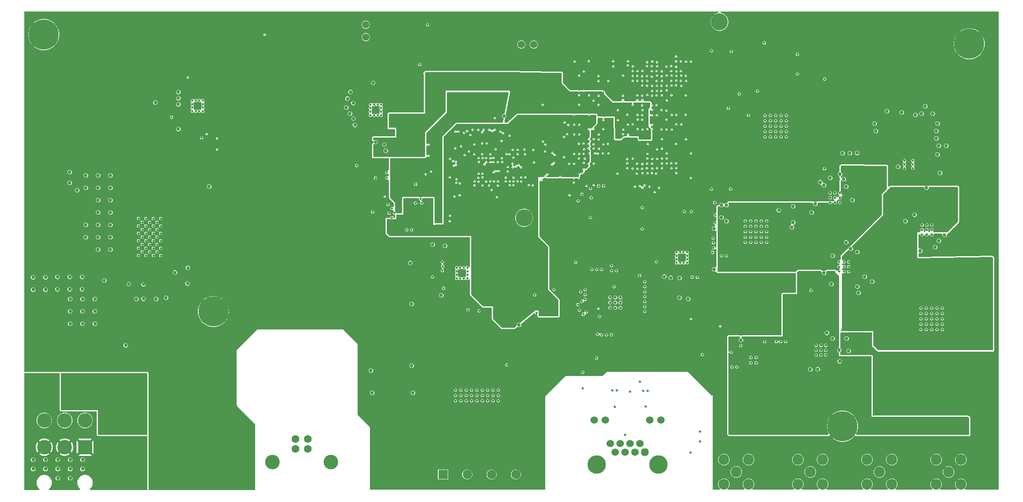
<source format=gbr>
%TF.GenerationSoftware,Altium Limited,Altium Designer,23.11.1 (41)*%
G04 Layer_Physical_Order=9*
G04 Layer_Color=32896*
%FSLAX45Y45*%
%MOMM*%
%TF.SameCoordinates,1BD89016-B4D8-4A99-B54A-05B805E6E99A*%
%TF.FilePolarity,Positive*%
%TF.FileFunction,Copper,L9,Inr,Signal*%
%TF.Part,Single*%
G01*
G75*
%TA.AperFunction,Conductor*%
%ADD103C,0.23978*%
%TA.AperFunction,ComponentPad*%
%ADD110C,6.20000*%
%ADD111C,3.50000*%
%ADD112C,2.20000*%
%ADD113C,3.00000*%
%ADD114R,3.00000X3.00000*%
%ADD115R,1.90500X1.90500*%
%ADD116C,1.90500*%
%ADD117C,1.60000*%
%ADD118C,0.60000*%
%ADD119C,1.52400*%
G04:AMPARAMS|DCode=120|XSize=1.524mm|YSize=1.524mm|CornerRadius=0mm|HoleSize=0mm|Usage=FLASHONLY|Rotation=0.000|XOffset=0mm|YOffset=0mm|HoleType=Round|Shape=Octagon|*
%AMOCTAGOND120*
4,1,8,0.76200,-0.38100,0.76200,0.38100,0.38100,0.76200,-0.38100,0.76200,-0.76200,0.38100,-0.76200,-0.38100,-0.38100,-0.76200,0.38100,-0.76200,0.76200,-0.38100,0.0*
%
%ADD120OCTAGOND120*%

%ADD121C,3.81000*%
%TA.AperFunction,ViaPad*%
%ADD122C,0.76200*%
%ADD123C,0.50000*%
%ADD124C,0.30480*%
%ADD125C,0.50800*%
%ADD126C,0.71120*%
%ADD127C,0.55880*%
G36*
X20180299Y139700D02*
X19492528D01*
X19492213Y140114D01*
X19483839Y165100D01*
X19499719Y180980D01*
X19515205Y207800D01*
X19523219Y237715D01*
Y268685D01*
X19515205Y298600D01*
X19499719Y325420D01*
X19477820Y347319D01*
X19450999Y362804D01*
X19421085Y370820D01*
X19390115D01*
X19360201Y362804D01*
X19333380Y347319D01*
X19311481Y325420D01*
X19295995Y298600D01*
X19287981Y268685D01*
Y237715D01*
X19295995Y207800D01*
X19311481Y180980D01*
X19327361Y165100D01*
X19318987Y140114D01*
X19318672Y139700D01*
X18984528D01*
X18984213Y140114D01*
X18975841Y165100D01*
X18991719Y180980D01*
X19007205Y207800D01*
X19015221Y237715D01*
Y268685D01*
X19007205Y298600D01*
X18991719Y325420D01*
X18969820Y347319D01*
X18942999Y362804D01*
X18913084Y370820D01*
X18882115D01*
X18852200Y362804D01*
X18825380Y347319D01*
X18803481Y325420D01*
X18787994Y298600D01*
X18779980Y268685D01*
Y237715D01*
X18787994Y207800D01*
X18803481Y180980D01*
X18819360Y165100D01*
X18810986Y140114D01*
X18810672Y139700D01*
X18069514D01*
X18066957Y143361D01*
X18060640Y165100D01*
X18077319Y181780D01*
X18092805Y208600D01*
X18100819Y238515D01*
Y269485D01*
X18092805Y299400D01*
X18077319Y326220D01*
X18055420Y348119D01*
X18028600Y363605D01*
X17998685Y371620D01*
X17967715D01*
X17937801Y363605D01*
X17910980Y348119D01*
X17889081Y326220D01*
X17873595Y299400D01*
X17865581Y269485D01*
Y238515D01*
X17873595Y208600D01*
X17889081Y181780D01*
X17905760Y165100D01*
X17899443Y143361D01*
X17896886Y139700D01*
X17561514D01*
X17558957Y143361D01*
X17552640Y165100D01*
X17569319Y181780D01*
X17584805Y208600D01*
X17592821Y238515D01*
Y269485D01*
X17584805Y299400D01*
X17569319Y326220D01*
X17547420Y348119D01*
X17520599Y363605D01*
X17490685Y371620D01*
X17459715D01*
X17429800Y363605D01*
X17402980Y348119D01*
X17381081Y326220D01*
X17365594Y299400D01*
X17357581Y269485D01*
Y238515D01*
X17365594Y208600D01*
X17381081Y181780D01*
X17397760Y165100D01*
X17391443Y143361D01*
X17388885Y139700D01*
X16647115D01*
X16644557Y143361D01*
X16638240Y165100D01*
X16654919Y181780D01*
X16670406Y208600D01*
X16678419Y238515D01*
Y269485D01*
X16670406Y299400D01*
X16654919Y326220D01*
X16633020Y348119D01*
X16606200Y363605D01*
X16576285Y371620D01*
X16545316D01*
X16515401Y363605D01*
X16488580Y348119D01*
X16466681Y326220D01*
X16451195Y299400D01*
X16443179Y269485D01*
Y238515D01*
X16451195Y208600D01*
X16466681Y181780D01*
X16483360Y165100D01*
X16477043Y143361D01*
X16474486Y139700D01*
X16139114D01*
X16136557Y143361D01*
X16130240Y165100D01*
X16146919Y181780D01*
X16162405Y208600D01*
X16170419Y238515D01*
Y269485D01*
X16162405Y299400D01*
X16146919Y326220D01*
X16125020Y348119D01*
X16098199Y363605D01*
X16068285Y371620D01*
X16037315D01*
X16007401Y363605D01*
X15980580Y348119D01*
X15958681Y326220D01*
X15943195Y299400D01*
X15935181Y269485D01*
Y238515D01*
X15943195Y208600D01*
X15958681Y181780D01*
X15975360Y165100D01*
X15969043Y143361D01*
X15966486Y139700D01*
X15123114D01*
X15120557Y143361D01*
X15114240Y165100D01*
X15130919Y181780D01*
X15146405Y208600D01*
X15154420Y238515D01*
Y269485D01*
X15146405Y299400D01*
X15130919Y326220D01*
X15109019Y348119D01*
X15082201Y363605D01*
X15052284Y371620D01*
X15021315D01*
X14991400Y363605D01*
X14964580Y348119D01*
X14942680Y326220D01*
X14927196Y299400D01*
X14919180Y269485D01*
Y238515D01*
X14927196Y208600D01*
X14942680Y181780D01*
X14959360Y165100D01*
X14953043Y143361D01*
X14950487Y139700D01*
X14615114D01*
X14612556Y143361D01*
X14606239Y165100D01*
X14622919Y181780D01*
X14638405Y208600D01*
X14646420Y238515D01*
Y269485D01*
X14638405Y299400D01*
X14622919Y326220D01*
X14601019Y348119D01*
X14574200Y363605D01*
X14544286Y371620D01*
X14513315D01*
X14483400Y363605D01*
X14456580Y348119D01*
X14434682Y326220D01*
X14419196Y299400D01*
X14411180Y269485D01*
Y238515D01*
X14419196Y208600D01*
X14434682Y181780D01*
X14451360Y165100D01*
X14445042Y143361D01*
X14442487Y139700D01*
X14304118D01*
X14300200Y141323D01*
Y2082800D01*
X14274648D01*
X13893723Y2463723D01*
X13809367Y2548080D01*
X13794510Y2559480D01*
X13777209Y2566646D01*
X13758644Y2569090D01*
X12149356D01*
X12130790Y2566646D01*
X12113490Y2559480D01*
X12098633Y2548080D01*
X12035287Y2484734D01*
X11303000D01*
X11284434Y2482289D01*
X11267133Y2475123D01*
X11252276Y2463723D01*
X10871277Y2082723D01*
X10859877Y2067867D01*
X10852711Y2050566D01*
X10850266Y2032000D01*
Y139700D01*
X7247920D01*
Y1396313D01*
X7245476Y1414879D01*
X7238310Y1432180D01*
X7226910Y1447036D01*
X6993234Y1680713D01*
Y3111500D01*
X6990789Y3130066D01*
X6983623Y3147367D01*
X6972224Y3162223D01*
X6718223Y3416223D01*
X6703367Y3427623D01*
X6686066Y3434789D01*
X6667500Y3437234D01*
X4953000D01*
X4934434Y3434789D01*
X4917133Y3427623D01*
X4902276Y3416223D01*
X4521277Y3035223D01*
X4509877Y3020367D01*
X4502711Y3003066D01*
X4500266Y2984500D01*
Y1905000D01*
X4502711Y1886434D01*
X4509877Y1869133D01*
X4521277Y1854277D01*
X4881266Y1494287D01*
Y135782D01*
X2694109D01*
X2692898Y137258D01*
Y1242507D01*
X2690926Y1252418D01*
X2688363Y1256254D01*
X2690926Y1260089D01*
X2692898Y1270000D01*
Y2540000D01*
X2690926Y2549911D01*
X2685312Y2558312D01*
X2676911Y2563926D01*
X2667000Y2565898D01*
X889000D01*
X879089Y2563926D01*
X875254Y2561363D01*
X871418Y2563926D01*
X861507Y2565898D01*
X137258D01*
X135782Y2567109D01*
Y9969500D01*
X14419862D01*
X14420312Y9944286D01*
X14385030Y9937268D01*
X14351794Y9923502D01*
X14321886Y9903516D01*
X14296448Y9878080D01*
X14276463Y9848169D01*
X14262695Y9814934D01*
X14255678Y9779653D01*
Y9743680D01*
X14262695Y9708398D01*
X14276463Y9675163D01*
X14296448Y9645252D01*
X14321886Y9619816D01*
X14351794Y9599830D01*
X14385030Y9586064D01*
X14420312Y9579046D01*
X14456285D01*
X14491566Y9586064D01*
X14524802Y9599830D01*
X14554712Y9619816D01*
X14580148Y9645252D01*
X14600134Y9675163D01*
X14613901Y9708398D01*
X14620918Y9743680D01*
Y9779653D01*
X14613901Y9814934D01*
X14600134Y9848169D01*
X14580148Y9878080D01*
X14554712Y9903516D01*
X14524802Y9923502D01*
X14491566Y9937268D01*
X14456285Y9944286D01*
X14456734Y9969500D01*
X20180299D01*
Y139700D01*
D02*
G37*
G36*
X2667000Y1270000D02*
X1651000D01*
Y1778000D01*
X889000D01*
Y2540000D01*
X2667000D01*
Y1270000D01*
D02*
G37*
G36*
X861507Y1778000D02*
X869560Y1758560D01*
X889000Y1750507D01*
X1623507D01*
Y1270000D01*
X1631560Y1250560D01*
X1651000Y1242507D01*
X2667000D01*
Y137257D01*
X1494039D01*
X1483518Y162657D01*
X1518705Y197845D01*
X1542680Y255725D01*
Y318375D01*
X1518705Y376255D01*
X1474405Y420555D01*
X1416525Y444530D01*
X1353875D01*
X1295995Y420555D01*
X1251695Y376255D01*
X1227720Y318375D01*
Y255725D01*
X1251695Y197845D01*
X1286882Y162657D01*
X1276361Y137257D01*
X654039D01*
X643518Y162657D01*
X678705Y197845D01*
X702680Y255725D01*
Y318375D01*
X678705Y376255D01*
X634405Y420555D01*
X576525Y444530D01*
X513875D01*
X455995Y420555D01*
X411695Y376255D01*
X387720Y318375D01*
Y255725D01*
X411695Y197845D01*
X446882Y162657D01*
X436361Y137257D01*
X137257D01*
Y2540000D01*
X861507D01*
Y1778000D01*
D02*
G37*
%LPC*%
G36*
X8439368Y9735820D02*
X8426232D01*
X8414096Y9730793D01*
X8404807Y9721504D01*
X8399780Y9709368D01*
Y9696232D01*
X8404807Y9684096D01*
X8414096Y9674807D01*
X8426232Y9669780D01*
X8439368D01*
X8451504Y9674807D01*
X8460793Y9684096D01*
X8465820Y9696232D01*
Y9709368D01*
X8460793Y9721504D01*
X8451504Y9730793D01*
X8439368Y9735820D01*
D02*
G37*
G36*
X7173835Y9786620D02*
X7151765D01*
X7130447Y9780908D01*
X7111333Y9769873D01*
X7095727Y9754267D01*
X7084692Y9735153D01*
X7078980Y9713835D01*
Y9691765D01*
X7084692Y9670447D01*
X7095727Y9651333D01*
X7111333Y9635727D01*
X7130447Y9624692D01*
X7151765Y9618980D01*
X7173835D01*
X7195153Y9624692D01*
X7214267Y9635727D01*
X7229873Y9651333D01*
X7240908Y9670447D01*
X7246620Y9691765D01*
Y9713835D01*
X7240908Y9735153D01*
X7229873Y9754267D01*
X7214267Y9769873D01*
X7195153Y9780908D01*
X7173835Y9786620D01*
D02*
G37*
G36*
X5084547Y9522460D02*
X5075453D01*
X5067051Y9518980D01*
X5060620Y9512549D01*
X5057140Y9504147D01*
Y9495053D01*
X5060620Y9486651D01*
X5067051Y9480220D01*
X5075453Y9476740D01*
X5084547D01*
X5092949Y9480220D01*
X5099380Y9486651D01*
X5102860Y9495053D01*
Y9504147D01*
X5099380Y9512549D01*
X5092949Y9518980D01*
X5084547Y9522460D01*
D02*
G37*
G36*
X7173835Y9532620D02*
X7151765D01*
X7130447Y9526908D01*
X7111333Y9515873D01*
X7095727Y9500267D01*
X7084692Y9481153D01*
X7078980Y9459835D01*
Y9437765D01*
X7084692Y9416447D01*
X7095727Y9397333D01*
X7111333Y9381727D01*
X7130447Y9370692D01*
X7151765Y9364980D01*
X7173835D01*
X7195153Y9370692D01*
X7214267Y9381727D01*
X7229873Y9397333D01*
X7240908Y9416447D01*
X7246620Y9437765D01*
Y9459835D01*
X7240908Y9481153D01*
X7229873Y9500267D01*
X7214267Y9515873D01*
X7195153Y9526908D01*
X7173835Y9532620D01*
D02*
G37*
G36*
X15366873Y9359900D02*
X15353737D01*
X15341602Y9354873D01*
X15332312Y9345584D01*
X15327284Y9333448D01*
Y9320312D01*
X15332312Y9308176D01*
X15341602Y9298887D01*
X15353737Y9293860D01*
X15366873D01*
X15379008Y9298887D01*
X15388298Y9308176D01*
X15393324Y9320312D01*
Y9333448D01*
X15388298Y9345584D01*
X15379008Y9354873D01*
X15366873Y9359900D01*
D02*
G37*
G36*
X10628235Y9380220D02*
X10606165D01*
X10584847Y9374508D01*
X10565733Y9363473D01*
X10550127Y9347867D01*
X10539092Y9328753D01*
X10533380Y9307435D01*
Y9285365D01*
X10539092Y9264047D01*
X10550127Y9244933D01*
X10565733Y9229327D01*
X10584847Y9218292D01*
X10606165Y9212580D01*
X10628235D01*
X10649553Y9218292D01*
X10668667Y9229327D01*
X10684273Y9244933D01*
X10695308Y9264047D01*
X10701020Y9285365D01*
Y9307435D01*
X10695308Y9328753D01*
X10684273Y9347867D01*
X10668667Y9363473D01*
X10649553Y9374508D01*
X10628235Y9380220D01*
D02*
G37*
G36*
X10374235D02*
X10352165D01*
X10330847Y9374508D01*
X10311733Y9363473D01*
X10296127Y9347867D01*
X10285092Y9328753D01*
X10279380Y9307435D01*
Y9285365D01*
X10285092Y9264047D01*
X10296127Y9244933D01*
X10311733Y9229327D01*
X10330847Y9218292D01*
X10352165Y9212580D01*
X10374235D01*
X10395553Y9218292D01*
X10414667Y9229327D01*
X10430273Y9244933D01*
X10441308Y9264047D01*
X10447020Y9285365D01*
Y9307435D01*
X10441308Y9328753D01*
X10430273Y9347867D01*
X10414667Y9363473D01*
X10395553Y9374508D01*
X10374235Y9380220D01*
D02*
G37*
G36*
X558397Y9817220D02*
X508403D01*
X459024Y9809399D01*
X411476Y9793950D01*
X366931Y9771253D01*
X326484Y9741867D01*
X291133Y9706516D01*
X261747Y9666069D01*
X239050Y9621524D01*
X223601Y9573976D01*
X215780Y9524597D01*
Y9474603D01*
X223601Y9425224D01*
X239050Y9377676D01*
X261747Y9333131D01*
X291133Y9292684D01*
X326484Y9257333D01*
X366931Y9227947D01*
X411476Y9205250D01*
X459024Y9189801D01*
X508403Y9181980D01*
X558397D01*
X607776Y9189801D01*
X655324Y9205250D01*
X699869Y9227947D01*
X740316Y9257333D01*
X775667Y9292684D01*
X805053Y9333131D01*
X827750Y9377676D01*
X843199Y9425224D01*
X851020Y9474603D01*
Y9524597D01*
X843199Y9573976D01*
X827750Y9621524D01*
X805053Y9666069D01*
X775667Y9706516D01*
X740316Y9741867D01*
X699869Y9771253D01*
X655324Y9793950D01*
X607776Y9809399D01*
X558397Y9817220D01*
D02*
G37*
G36*
X14281367Y9202420D02*
X14268233D01*
X14256096Y9197393D01*
X14246806Y9188104D01*
X14241780Y9175968D01*
Y9162832D01*
X14246806Y9150696D01*
X14256096Y9141407D01*
X14268233Y9136380D01*
X14281367D01*
X14293504Y9141407D01*
X14302792Y9150696D01*
X14307820Y9162832D01*
Y9175968D01*
X14302792Y9188104D01*
X14293504Y9197393D01*
X14281367Y9202420D01*
D02*
G37*
G36*
X14687769Y9189720D02*
X14674632D01*
X14662495Y9184693D01*
X14653207Y9175404D01*
X14648180Y9163268D01*
Y9150132D01*
X14653207Y9137996D01*
X14662495Y9128707D01*
X14674632Y9123680D01*
X14687769D01*
X14699904Y9128707D01*
X14709193Y9137996D01*
X14714220Y9150132D01*
Y9163268D01*
X14709193Y9175404D01*
X14699904Y9184693D01*
X14687769Y9189720D01*
D02*
G37*
G36*
X16046667Y9126220D02*
X16033533D01*
X16021396Y9121193D01*
X16012106Y9111904D01*
X16007080Y9099768D01*
Y9086632D01*
X16012106Y9074496D01*
X16021396Y9065207D01*
X16033533Y9060180D01*
X16046667D01*
X16058804Y9065207D01*
X16068092Y9074496D01*
X16073120Y9086632D01*
Y9099768D01*
X16068092Y9111904D01*
X16058804Y9121193D01*
X16046667Y9126220D01*
D02*
G37*
G36*
X13549635Y9073699D02*
X13540543D01*
X13532140Y9070219D01*
X13525710Y9063789D01*
X13522229Y9055387D01*
Y9046292D01*
X13525710Y9037890D01*
X13532140Y9031460D01*
X13540543Y9027979D01*
X13549635D01*
X13558038Y9031460D01*
X13564468Y9037890D01*
X13567949Y9046292D01*
Y9055387D01*
X13564468Y9063789D01*
X13558038Y9070219D01*
X13549635Y9073699D01*
D02*
G37*
G36*
X19599643Y9629329D02*
X19549649D01*
X19500270Y9621508D01*
X19452722Y9606059D01*
X19408177Y9583362D01*
X19367731Y9553976D01*
X19332379Y9518625D01*
X19302992Y9478178D01*
X19280296Y9433633D01*
X19264847Y9386085D01*
X19257027Y9336706D01*
Y9286712D01*
X19264847Y9237333D01*
X19280296Y9189785D01*
X19302992Y9145240D01*
X19332379Y9104794D01*
X19367731Y9069442D01*
X19408177Y9040056D01*
X19452722Y9017359D01*
X19500270Y9001910D01*
X19549649Y8994089D01*
X19599643D01*
X19649022Y9001910D01*
X19696570Y9017359D01*
X19741115Y9040056D01*
X19781561Y9069442D01*
X19816913Y9104794D01*
X19846300Y9145240D01*
X19868996Y9189785D01*
X19884445Y9237333D01*
X19892265Y9286712D01*
Y9336706D01*
X19884445Y9386085D01*
X19868996Y9433633D01*
X19846300Y9478178D01*
X19816913Y9518625D01*
X19781561Y9553976D01*
X19741115Y9583362D01*
X19696570Y9606059D01*
X19649022Y9621508D01*
X19599643Y9629329D01*
D02*
G37*
G36*
X12256011Y8978370D02*
X12246917D01*
X12238515Y8974890D01*
X12232085Y8968459D01*
X12228604Y8960057D01*
Y8950963D01*
X12232085Y8942561D01*
X12238515Y8936130D01*
X12246917Y8932650D01*
X12256011D01*
X12264413Y8936130D01*
X12270844Y8942561D01*
X12274324Y8950963D01*
Y8960057D01*
X12270844Y8968459D01*
X12264413Y8974890D01*
X12256011Y8978370D01*
D02*
G37*
G36*
X12558037Y8976360D02*
X12548943D01*
X12540541Y8972880D01*
X12534111Y8966449D01*
X12530630Y8958047D01*
Y8948953D01*
X12534111Y8940551D01*
X12540541Y8934120D01*
X12548943Y8930640D01*
X12558037D01*
X12566439Y8934120D01*
X12572870Y8940551D01*
X12576350Y8948953D01*
Y8958047D01*
X12572870Y8966449D01*
X12566439Y8972880D01*
X12558037Y8976360D01*
D02*
G37*
G36*
X11749001Y8974334D02*
X11739907D01*
X11731505Y8970854D01*
X11725075Y8964423D01*
X11721594Y8956021D01*
Y8946927D01*
X11725075Y8938525D01*
X11731505Y8932094D01*
X11739907Y8928614D01*
X11749001D01*
X11757403Y8932094D01*
X11763834Y8938525D01*
X11767314Y8946927D01*
Y8956021D01*
X11763834Y8964423D01*
X11757403Y8970854D01*
X11749001Y8974334D01*
D02*
G37*
G36*
X13649635Y8973699D02*
X13640543D01*
X13632140Y8970219D01*
X13625710Y8963789D01*
X13622229Y8955386D01*
Y8946292D01*
X13625710Y8937890D01*
X13632140Y8931460D01*
X13640543Y8927979D01*
X13649635D01*
X13658038Y8931460D01*
X13664468Y8937890D01*
X13667949Y8946292D01*
Y8955386D01*
X13664468Y8963789D01*
X13658038Y8970219D01*
X13649635Y8973699D01*
D02*
G37*
G36*
X13549635D02*
X13540543D01*
X13532140Y8970219D01*
X13525710Y8963789D01*
X13522229Y8955386D01*
Y8946292D01*
X13525710Y8937890D01*
X13532140Y8931460D01*
X13540543Y8927979D01*
X13549635D01*
X13558038Y8931460D01*
X13564468Y8937890D01*
X13567949Y8946292D01*
Y8955386D01*
X13564468Y8963789D01*
X13558038Y8970219D01*
X13549635Y8973699D01*
D02*
G37*
G36*
X13059413Y8971995D02*
X13050317D01*
X13041916Y8968514D01*
X13035486Y8962084D01*
X13032005Y8953682D01*
Y8944588D01*
X13035486Y8936186D01*
X13041916Y8929755D01*
X13050317Y8926275D01*
X13059413D01*
X13067815Y8929755D01*
X13074245Y8936186D01*
X13077725Y8944588D01*
Y8953682D01*
X13074245Y8962084D01*
X13067815Y8968514D01*
X13059413Y8971995D01*
D02*
G37*
G36*
X11460047Y8971360D02*
X11450953D01*
X11442551Y8967880D01*
X11436120Y8961449D01*
X11432640Y8953047D01*
Y8943953D01*
X11436120Y8935551D01*
X11442551Y8929120D01*
X11450953Y8925640D01*
X11460047D01*
X11468449Y8929120D01*
X11474880Y8935551D01*
X11478360Y8943953D01*
Y8953047D01*
X11474880Y8961449D01*
X11468449Y8967880D01*
X11460047Y8971360D01*
D02*
G37*
G36*
X13753671Y8967959D02*
X13744579D01*
X13736176Y8964479D01*
X13729745Y8958048D01*
X13726265Y8949646D01*
Y8940552D01*
X13729745Y8932150D01*
X13736176Y8925719D01*
X13744579Y8922239D01*
X13753671D01*
X13762074Y8925719D01*
X13768504Y8932150D01*
X13771985Y8940552D01*
Y8949646D01*
X13768504Y8958048D01*
X13762074Y8964479D01*
X13753671Y8967959D01*
D02*
G37*
G36*
X13853036Y8967324D02*
X13843942D01*
X13835541Y8963844D01*
X13829111Y8957413D01*
X13825630Y8949011D01*
Y8939917D01*
X13829111Y8931515D01*
X13835541Y8925085D01*
X13843942Y8921604D01*
X13853036D01*
X13861440Y8925085D01*
X13867870Y8931515D01*
X13871350Y8939917D01*
Y8949011D01*
X13867870Y8957413D01*
X13861440Y8963844D01*
X13853036Y8967324D01*
D02*
G37*
G36*
X13156522Y8955509D02*
X13147427D01*
X13139026Y8952029D01*
X13132596Y8945598D01*
X13129115Y8937196D01*
Y8928102D01*
X13132596Y8919700D01*
X13139026Y8913269D01*
X13147427Y8909789D01*
X13156522D01*
X13164925Y8913269D01*
X13171355Y8919700D01*
X13174835Y8928102D01*
Y8937196D01*
X13171355Y8945598D01*
X13164925Y8952029D01*
X13156522Y8955509D01*
D02*
G37*
G36*
X12952528Y8955505D02*
X12943434D01*
X12935033Y8952025D01*
X12928603Y8945595D01*
X12925121Y8937192D01*
Y8928098D01*
X12928603Y8919696D01*
X12935033Y8913266D01*
X12943434Y8909785D01*
X12952528D01*
X12960930Y8913266D01*
X12967361Y8919696D01*
X12970840Y8928098D01*
Y8937192D01*
X12967361Y8945595D01*
X12960930Y8952025D01*
X12952528Y8955505D01*
D02*
G37*
G36*
X8275948Y8919620D02*
X8262812D01*
X8250676Y8914593D01*
X8241387Y8905304D01*
X8236360Y8893168D01*
Y8880032D01*
X8241387Y8867896D01*
X8250676Y8858607D01*
X8262812Y8853580D01*
X8275948D01*
X8288084Y8858607D01*
X8297373Y8867896D01*
X8302400Y8880032D01*
Y8893168D01*
X8297373Y8905304D01*
X8288084Y8914593D01*
X8275948Y8919620D01*
D02*
G37*
G36*
X12554524Y8893335D02*
X12545430D01*
X12537028Y8889854D01*
X12530597Y8883424D01*
X12527117Y8875022D01*
Y8865928D01*
X12530597Y8857526D01*
X12537028Y8851095D01*
X12545430Y8847615D01*
X12554524D01*
X12562926Y8851095D01*
X12569357Y8857526D01*
X12572837Y8865928D01*
Y8875022D01*
X12569357Y8883424D01*
X12562926Y8889854D01*
X12554524Y8893335D01*
D02*
G37*
G36*
X13161748Y8874760D02*
X13152654D01*
X13144250Y8871280D01*
X13137820Y8864849D01*
X13134340Y8856447D01*
Y8847353D01*
X13137820Y8838951D01*
X13144250Y8832520D01*
X13152654Y8829040D01*
X13161748D01*
X13170149Y8832520D01*
X13176579Y8838951D01*
X13180060Y8847353D01*
Y8856447D01*
X13176579Y8864849D01*
X13170149Y8871280D01*
X13161748Y8874760D01*
D02*
G37*
G36*
X13449635Y8873699D02*
X13440543D01*
X13432140Y8870219D01*
X13425710Y8863788D01*
X13422229Y8855386D01*
Y8846292D01*
X13425710Y8837890D01*
X13432140Y8831460D01*
X13440543Y8827979D01*
X13449635D01*
X13458038Y8831460D01*
X13464468Y8837890D01*
X13467949Y8846292D01*
Y8855386D01*
X13464468Y8863788D01*
X13458038Y8870219D01*
X13449635Y8873699D01*
D02*
G37*
G36*
X13049635D02*
X13040543D01*
X13032140Y8870219D01*
X13025710Y8863788D01*
X13022229Y8855386D01*
Y8846292D01*
X13025710Y8837890D01*
X13032140Y8831460D01*
X13040543Y8827979D01*
X13049635D01*
X13058038Y8831460D01*
X13064468Y8837890D01*
X13067949Y8846292D01*
Y8855386D01*
X13064468Y8863788D01*
X13058038Y8870219D01*
X13049635Y8873699D01*
D02*
G37*
G36*
X12949635D02*
X12940543D01*
X12932140Y8870219D01*
X12925710Y8863788D01*
X12922229Y8855386D01*
Y8846292D01*
X12925710Y8837890D01*
X12932140Y8831460D01*
X12940543Y8827979D01*
X12949635D01*
X12958038Y8831460D01*
X12964468Y8837890D01*
X12967949Y8846292D01*
Y8855386D01*
X12964468Y8863788D01*
X12958038Y8870219D01*
X12949635Y8873699D01*
D02*
G37*
G36*
X12660047Y8871360D02*
X12650953D01*
X12642551Y8867880D01*
X12636121Y8861449D01*
X12632640Y8853047D01*
Y8843953D01*
X12636121Y8835551D01*
X12642551Y8829120D01*
X12650953Y8825640D01*
X12660047D01*
X12668449Y8829120D01*
X12674880Y8835551D01*
X12678360Y8843953D01*
Y8853047D01*
X12674880Y8861449D01*
X12668449Y8867880D01*
X12660047Y8871360D01*
D02*
G37*
G36*
X12260047D02*
X12250953D01*
X12242551Y8867880D01*
X12236120Y8861449D01*
X12232640Y8853047D01*
Y8843953D01*
X12236120Y8835551D01*
X12242551Y8829120D01*
X12250953Y8825640D01*
X12260047D01*
X12268449Y8829120D01*
X12274880Y8835551D01*
X12278360Y8843953D01*
Y8853047D01*
X12274880Y8861449D01*
X12268449Y8867880D01*
X12260047Y8871360D01*
D02*
G37*
G36*
X13353036Y8867324D02*
X13343942D01*
X13335541Y8863844D01*
X13329111Y8857413D01*
X13325630Y8849011D01*
Y8839917D01*
X13329111Y8831515D01*
X13335541Y8825084D01*
X13343942Y8821604D01*
X13353036D01*
X13361440Y8825084D01*
X13367870Y8831515D01*
X13371350Y8839917D01*
Y8849011D01*
X13367870Y8857413D01*
X13361440Y8863844D01*
X13353036Y8867324D01*
D02*
G37*
G36*
X13550368Y8862060D02*
X13541273D01*
X13532870Y8858580D01*
X13526440Y8852149D01*
X13522960Y8843747D01*
Y8834653D01*
X13526440Y8826251D01*
X13532870Y8819820D01*
X13541273Y8816340D01*
X13550368D01*
X13558769Y8819820D01*
X13565199Y8826251D01*
X13568680Y8834653D01*
Y8843747D01*
X13565199Y8852149D01*
X13558769Y8858580D01*
X13550368Y8862060D01*
D02*
G37*
G36*
X12856010Y8778370D02*
X12846918D01*
X12838515Y8774889D01*
X12832085Y8768459D01*
X12828604Y8760057D01*
Y8750963D01*
X12832085Y8742561D01*
X12838515Y8736130D01*
X12846918Y8732650D01*
X12856010D01*
X12864413Y8736130D01*
X12870844Y8742561D01*
X12874324Y8750963D01*
Y8760057D01*
X12870844Y8768459D01*
X12864413Y8774889D01*
X12856010Y8778370D01*
D02*
G37*
G36*
X12656119Y8776460D02*
X12647025D01*
X12638623Y8772979D01*
X12632192Y8766549D01*
X12628712Y8758147D01*
Y8749053D01*
X12632192Y8740651D01*
X12638623Y8734220D01*
X12647025Y8730740D01*
X12656119D01*
X12664521Y8734220D01*
X12670952Y8740651D01*
X12674432Y8749053D01*
Y8758147D01*
X12670952Y8766549D01*
X12664521Y8772979D01*
X12656119Y8776460D01*
D02*
G37*
G36*
X13649635Y8773699D02*
X13640543D01*
X13632140Y8770219D01*
X13625710Y8763788D01*
X13622229Y8755386D01*
Y8746292D01*
X13625710Y8737890D01*
X13632140Y8731460D01*
X13640543Y8727979D01*
X13649635D01*
X13658038Y8731460D01*
X13664468Y8737890D01*
X13667949Y8746292D01*
Y8755386D01*
X13664468Y8763788D01*
X13658038Y8770219D01*
X13649635Y8773699D01*
D02*
G37*
G36*
X13449635D02*
X13440543D01*
X13432140Y8770219D01*
X13425710Y8763788D01*
X13422229Y8755386D01*
Y8746292D01*
X13425710Y8737890D01*
X13432140Y8731460D01*
X13440543Y8727979D01*
X13449635D01*
X13458038Y8731460D01*
X13464468Y8737890D01*
X13467949Y8746292D01*
Y8755386D01*
X13464468Y8763788D01*
X13458038Y8770219D01*
X13449635Y8773699D01*
D02*
G37*
G36*
X13149635D02*
X13140543D01*
X13132140Y8770219D01*
X13125710Y8763788D01*
X13122229Y8755386D01*
Y8746292D01*
X13125710Y8737890D01*
X13132140Y8731460D01*
X13140543Y8727979D01*
X13149635D01*
X13158038Y8731460D01*
X13164468Y8737890D01*
X13167949Y8746292D01*
Y8755386D01*
X13164468Y8763788D01*
X13158038Y8770219D01*
X13149635Y8773699D01*
D02*
G37*
G36*
X13049635D02*
X13040543D01*
X13032140Y8770219D01*
X13025710Y8763788D01*
X13022229Y8755386D01*
Y8746292D01*
X13025710Y8737890D01*
X13032140Y8731460D01*
X13040543Y8727979D01*
X13049635D01*
X13058038Y8731460D01*
X13064468Y8737890D01*
X13067949Y8746292D01*
Y8755386D01*
X13064468Y8763788D01*
X13058038Y8770219D01*
X13049635Y8773699D01*
D02*
G37*
G36*
X12755347Y8773160D02*
X12746253D01*
X12737851Y8769680D01*
X12731420Y8763249D01*
X12727940Y8754847D01*
Y8745753D01*
X12731420Y8737351D01*
X12737851Y8730920D01*
X12746253Y8727440D01*
X12755347D01*
X12763749Y8730920D01*
X12770180Y8737351D01*
X12773660Y8745753D01*
Y8754847D01*
X12770180Y8763249D01*
X12763749Y8769680D01*
X12755347Y8773160D01*
D02*
G37*
G36*
X13553671Y8767959D02*
X13544579D01*
X13536176Y8764479D01*
X13529745Y8758048D01*
X13526265Y8749646D01*
Y8740552D01*
X13529745Y8732150D01*
X13536176Y8725719D01*
X13544579Y8722239D01*
X13553671D01*
X13562074Y8725719D01*
X13568504Y8732150D01*
X13571985Y8740552D01*
Y8749646D01*
X13568504Y8758048D01*
X13562074Y8764479D01*
X13553671Y8767959D01*
D02*
G37*
G36*
X13253671D02*
X13244579D01*
X13236176Y8764479D01*
X13229745Y8758048D01*
X13226265Y8749646D01*
Y8740552D01*
X13229745Y8732150D01*
X13236176Y8725719D01*
X13244579Y8722239D01*
X13253671D01*
X13262074Y8725719D01*
X13268504Y8732150D01*
X13271985Y8740552D01*
Y8749646D01*
X13268504Y8758048D01*
X13262074Y8764479D01*
X13253671Y8767959D01*
D02*
G37*
G36*
X11653037Y8767324D02*
X11643943D01*
X11635541Y8763844D01*
X11629111Y8757413D01*
X11625630Y8749011D01*
Y8739917D01*
X11629111Y8731515D01*
X11635541Y8725084D01*
X11643943Y8721604D01*
X11653037D01*
X11661439Y8725084D01*
X11667870Y8731515D01*
X11671350Y8739917D01*
Y8749011D01*
X11667870Y8757413D01*
X11661439Y8763844D01*
X11653037Y8767324D01*
D02*
G37*
G36*
X16049905Y8729284D02*
X16036768D01*
X16024632Y8724257D01*
X16015343Y8714968D01*
X16010316Y8702832D01*
Y8689695D01*
X16015343Y8677559D01*
X16024632Y8668270D01*
X16036768Y8663244D01*
X16049905D01*
X16062041Y8668270D01*
X16071330Y8677559D01*
X16076357Y8689695D01*
Y8702832D01*
X16071330Y8714968D01*
X16062041Y8724257D01*
X16049905Y8729284D01*
D02*
G37*
G36*
X12456011Y8678370D02*
X12446917D01*
X12438515Y8674890D01*
X12432085Y8668459D01*
X12428604Y8660057D01*
Y8650963D01*
X12432085Y8642561D01*
X12438515Y8636130D01*
X12446917Y8632650D01*
X12456011D01*
X12464413Y8636130D01*
X12470844Y8642561D01*
X12474324Y8650963D01*
Y8660057D01*
X12470844Y8668459D01*
X12464413Y8674890D01*
X12456011Y8678370D01*
D02*
G37*
G36*
X11556011D02*
X11546917D01*
X11538515Y8674890D01*
X11532085Y8668459D01*
X11528604Y8660057D01*
Y8650963D01*
X11532085Y8642561D01*
X11538515Y8636130D01*
X11546917Y8632650D01*
X11556011D01*
X11564413Y8636130D01*
X11570844Y8642561D01*
X11574324Y8650963D01*
Y8660057D01*
X11570844Y8668459D01*
X11564413Y8674890D01*
X11556011Y8678370D01*
D02*
G37*
G36*
X13655377Y8677735D02*
X13646281D01*
X13637880Y8674255D01*
X13631450Y8667824D01*
X13627969Y8659422D01*
Y8650328D01*
X13631450Y8641926D01*
X13637880Y8635496D01*
X13646281Y8632015D01*
X13655377D01*
X13663779Y8635496D01*
X13670209Y8641926D01*
X13673689Y8650328D01*
Y8659422D01*
X13670209Y8667824D01*
X13663779Y8674255D01*
X13655377Y8677735D01*
D02*
G37*
G36*
X13455377D02*
X13446281D01*
X13437880Y8674255D01*
X13431450Y8667824D01*
X13427969Y8659422D01*
Y8650328D01*
X13431450Y8641926D01*
X13437880Y8635496D01*
X13446281Y8632015D01*
X13455377D01*
X13463779Y8635496D01*
X13470209Y8641926D01*
X13473689Y8650328D01*
Y8659422D01*
X13470209Y8667824D01*
X13463779Y8674255D01*
X13455377Y8677735D01*
D02*
G37*
G36*
X13355377D02*
X13346281D01*
X13337880Y8674255D01*
X13331450Y8667824D01*
X13327969Y8659422D01*
Y8650328D01*
X13331450Y8641926D01*
X13337880Y8635496D01*
X13346281Y8632015D01*
X13355377D01*
X13363779Y8635496D01*
X13370209Y8641926D01*
X13373689Y8650328D01*
Y8659422D01*
X13370209Y8667824D01*
X13363779Y8674255D01*
X13355377Y8677735D01*
D02*
G37*
G36*
X13155377D02*
X13146283D01*
X13137881Y8674255D01*
X13131450Y8667824D01*
X13127969Y8659422D01*
Y8650328D01*
X13131450Y8641926D01*
X13137881Y8635496D01*
X13146283Y8632015D01*
X13155377D01*
X13163779Y8635496D01*
X13170209Y8641926D01*
X13173689Y8650328D01*
Y8659422D01*
X13170209Y8667824D01*
X13163779Y8674255D01*
X13155377Y8677735D01*
D02*
G37*
G36*
X12655017Y8674847D02*
X12645922D01*
X12637520Y8671367D01*
X12631090Y8664936D01*
X12627609Y8656534D01*
Y8647440D01*
X12631090Y8639038D01*
X12637520Y8632608D01*
X12645922Y8629127D01*
X12655017D01*
X12663419Y8632608D01*
X12669849Y8639038D01*
X12673329Y8647440D01*
Y8656534D01*
X12669849Y8664936D01*
X12663419Y8671367D01*
X12655017Y8674847D01*
D02*
G37*
G36*
X13749001Y8674334D02*
X13739906D01*
X13731505Y8670854D01*
X13725075Y8664423D01*
X13721594Y8656021D01*
Y8646927D01*
X13725075Y8638525D01*
X13731505Y8632094D01*
X13739906Y8628614D01*
X13749001D01*
X13757404Y8632094D01*
X13763834Y8638525D01*
X13767314Y8646927D01*
Y8656021D01*
X13763834Y8664423D01*
X13757404Y8670854D01*
X13749001Y8674334D01*
D02*
G37*
G36*
X12749001D02*
X12739907D01*
X12731505Y8670854D01*
X12725075Y8664423D01*
X12721594Y8656021D01*
Y8646927D01*
X12725075Y8638525D01*
X12731505Y8632094D01*
X12739907Y8628614D01*
X12749001D01*
X12757403Y8632094D01*
X12763834Y8638525D01*
X12767314Y8646927D01*
Y8656021D01*
X12763834Y8664423D01*
X12757403Y8670854D01*
X12749001Y8674334D01*
D02*
G37*
G36*
X13552907Y8674100D02*
X13543813D01*
X13535411Y8670620D01*
X13528979Y8664189D01*
X13525500Y8655787D01*
Y8646693D01*
X13528979Y8638291D01*
X13535411Y8631860D01*
X13543813Y8628380D01*
X13552907D01*
X13561308Y8631860D01*
X13567740Y8638291D01*
X13571220Y8646693D01*
Y8655787D01*
X13567740Y8664189D01*
X13561308Y8670620D01*
X13552907Y8674100D01*
D02*
G37*
G36*
X12949635Y8673699D02*
X12940543D01*
X12932140Y8670219D01*
X12925710Y8663789D01*
X12922229Y8655387D01*
Y8646292D01*
X12925710Y8637890D01*
X12932140Y8631460D01*
X12940543Y8627979D01*
X12949635D01*
X12958038Y8631460D01*
X12964468Y8637890D01*
X12967949Y8646292D01*
Y8655387D01*
X12964468Y8663789D01*
X12958038Y8670219D01*
X12949635Y8673699D01*
D02*
G37*
G36*
X11955247Y8671560D02*
X11946153D01*
X11937751Y8668080D01*
X11931320Y8661649D01*
X11927840Y8653247D01*
Y8644153D01*
X11931320Y8635751D01*
X11937751Y8629320D01*
X11946153Y8625840D01*
X11955247D01*
X11963649Y8629320D01*
X11970080Y8635751D01*
X11973560Y8644153D01*
Y8653247D01*
X11970080Y8661649D01*
X11963649Y8668080D01*
X11955247Y8671560D01*
D02*
G37*
G36*
X13253671Y8667959D02*
X13244579D01*
X13236176Y8664478D01*
X13229745Y8658048D01*
X13226265Y8649646D01*
Y8640552D01*
X13229745Y8632150D01*
X13236176Y8625719D01*
X13244579Y8622239D01*
X13253671D01*
X13262074Y8625719D01*
X13268504Y8632150D01*
X13271985Y8640552D01*
Y8649646D01*
X13268504Y8658048D01*
X13262074Y8664478D01*
X13253671Y8667959D01*
D02*
G37*
G36*
X12853036Y8667324D02*
X12843942D01*
X12835541Y8663844D01*
X12829111Y8657413D01*
X12825630Y8649011D01*
Y8639917D01*
X12829111Y8631515D01*
X12835541Y8625084D01*
X12843942Y8621604D01*
X12853036D01*
X12861440Y8625084D01*
X12867870Y8631515D01*
X12871350Y8639917D01*
Y8649011D01*
X12867870Y8657413D01*
X12861440Y8663844D01*
X12853036Y8667324D01*
D02*
G37*
G36*
X13049004Y8660165D02*
X13039908D01*
X13031506Y8656685D01*
X13025076Y8650254D01*
X13021594Y8641852D01*
Y8632758D01*
X13025076Y8624356D01*
X13031506Y8617925D01*
X13039908Y8614445D01*
X13049004D01*
X13057405Y8617925D01*
X13063835Y8624356D01*
X13067316Y8632758D01*
Y8641852D01*
X13063835Y8650254D01*
X13057405Y8656685D01*
X13049004Y8660165D01*
D02*
G37*
G36*
X3505087Y8641500D02*
X3495992D01*
X3487590Y8638019D01*
X3481160Y8631589D01*
X3477680Y8623187D01*
Y8614092D01*
X3481160Y8605690D01*
X3487590Y8599260D01*
X3495992Y8595780D01*
X3505087D01*
X3513489Y8599260D01*
X3519919Y8605690D01*
X3523400Y8614092D01*
Y8623187D01*
X3519919Y8631589D01*
X3513489Y8638019D01*
X3505087Y8641500D01*
D02*
G37*
G36*
X16607518Y8620270D02*
X16594382D01*
X16582246Y8615243D01*
X16572957Y8605954D01*
X16567931Y8593818D01*
Y8580682D01*
X16572957Y8568546D01*
X16582246Y8559257D01*
X16594382Y8554230D01*
X16607518D01*
X16619653Y8559257D01*
X16628943Y8568546D01*
X16633971Y8580682D01*
Y8593818D01*
X16628943Y8605954D01*
X16619653Y8615243D01*
X16607518Y8620270D01*
D02*
G37*
G36*
X13555377Y8577735D02*
X13546283D01*
X13537880Y8574255D01*
X13531450Y8567824D01*
X13527969Y8559422D01*
Y8550328D01*
X13531450Y8541926D01*
X13537880Y8535496D01*
X13546283Y8532015D01*
X13555377D01*
X13563779Y8535496D01*
X13570209Y8541926D01*
X13573689Y8550328D01*
Y8559422D01*
X13570209Y8567824D01*
X13563779Y8574255D01*
X13555377Y8577735D01*
D02*
G37*
G36*
X12655017Y8575357D02*
X12645922D01*
X12637520Y8571877D01*
X12631090Y8565446D01*
X12627609Y8557044D01*
Y8547950D01*
X12631090Y8539548D01*
X12637520Y8533118D01*
X12645922Y8529637D01*
X12655017D01*
X12663419Y8533118D01*
X12669849Y8539548D01*
X12673329Y8547950D01*
Y8557044D01*
X12669849Y8565446D01*
X12663419Y8571877D01*
X12655017Y8575357D01*
D02*
G37*
G36*
X13649635Y8573699D02*
X13640543D01*
X13632140Y8570219D01*
X13625710Y8563789D01*
X13622229Y8555386D01*
Y8546292D01*
X13625710Y8537890D01*
X13632140Y8531460D01*
X13640543Y8527979D01*
X13649635D01*
X13658038Y8531460D01*
X13664468Y8537890D01*
X13667949Y8546292D01*
Y8555386D01*
X13664468Y8563789D01*
X13658038Y8570219D01*
X13649635Y8573699D01*
D02*
G37*
G36*
X12849635D02*
X12840543D01*
X12832140Y8570219D01*
X12825710Y8563789D01*
X12822229Y8555386D01*
Y8546292D01*
X12825710Y8537890D01*
X12832140Y8531460D01*
X12840543Y8527979D01*
X12849635D01*
X12858038Y8531460D01*
X12864468Y8537890D01*
X12867949Y8546292D01*
Y8555386D01*
X12864468Y8563789D01*
X12858038Y8570219D01*
X12849635Y8573699D01*
D02*
G37*
G36*
X12749636D02*
X12740542D01*
X12732140Y8570219D01*
X12725709Y8563789D01*
X12722229Y8555386D01*
Y8546292D01*
X12725709Y8537890D01*
X12732140Y8531460D01*
X12740542Y8527979D01*
X12749636D01*
X12758038Y8531460D01*
X12764469Y8537890D01*
X12767949Y8546292D01*
Y8555386D01*
X12764469Y8563789D01*
X12758038Y8570219D01*
X12749636Y8573699D01*
D02*
G37*
G36*
X13753568Y8572500D02*
X13744473D01*
X13736070Y8569020D01*
X13729640Y8562589D01*
X13726160Y8554187D01*
Y8545093D01*
X13729640Y8536691D01*
X13736070Y8530260D01*
X13744473Y8526780D01*
X13753568D01*
X13761969Y8530260D01*
X13768401Y8536691D01*
X13771880Y8545093D01*
Y8554187D01*
X13768401Y8562589D01*
X13761969Y8569020D01*
X13753568Y8572500D01*
D02*
G37*
G36*
X13255727D02*
X13246632D01*
X13238231Y8569020D01*
X13231799Y8562589D01*
X13228320Y8554187D01*
Y8545093D01*
X13231799Y8536691D01*
X13238231Y8530260D01*
X13246632Y8526780D01*
X13255727D01*
X13264130Y8530260D01*
X13270560Y8536691D01*
X13274040Y8545093D01*
Y8554187D01*
X13270560Y8562589D01*
X13264130Y8569020D01*
X13255727Y8572500D01*
D02*
G37*
G36*
X12956007D02*
X12946913D01*
X12938512Y8569020D01*
X12932080Y8562589D01*
X12928600Y8554187D01*
Y8545093D01*
X12932080Y8536691D01*
X12938512Y8530260D01*
X12946913Y8526780D01*
X12956007D01*
X12964409Y8530260D01*
X12970840Y8536691D01*
X12974319Y8545093D01*
Y8554187D01*
X12970840Y8562589D01*
X12964409Y8569020D01*
X12956007Y8572500D01*
D02*
G37*
G36*
X11955530Y8571560D02*
X11946435D01*
X11938033Y8568080D01*
X11931603Y8561649D01*
X11928122Y8553247D01*
Y8544153D01*
X11931603Y8535751D01*
X11938033Y8529320D01*
X11946435Y8525840D01*
X11955530D01*
X11963932Y8529320D01*
X11970362Y8535751D01*
X11973842Y8544153D01*
Y8553247D01*
X11970362Y8561649D01*
X11963932Y8568080D01*
X11955530Y8571560D01*
D02*
G37*
G36*
X13149046Y8569960D02*
X13139954D01*
X13131551Y8566480D01*
X13125121Y8560049D01*
X13121640Y8551647D01*
Y8542553D01*
X13125121Y8534151D01*
X13131551Y8527720D01*
X13139954Y8524240D01*
X13149046D01*
X13157449Y8527720D01*
X13163879Y8534151D01*
X13167360Y8542553D01*
Y8551647D01*
X13163879Y8560049D01*
X13157449Y8566480D01*
X13149046Y8569960D01*
D02*
G37*
G36*
X12157412D02*
X12148317D01*
X12139915Y8566480D01*
X12133485Y8560049D01*
X12130004Y8551647D01*
Y8542553D01*
X12133485Y8534151D01*
X12139915Y8527720D01*
X12148317Y8524240D01*
X12157412D01*
X12165814Y8527720D01*
X12172244Y8534151D01*
X12175724Y8542553D01*
Y8551647D01*
X12172244Y8560049D01*
X12165814Y8566480D01*
X12157412Y8569960D01*
D02*
G37*
G36*
X13453671Y8567959D02*
X13444579D01*
X13436176Y8564479D01*
X13429745Y8558048D01*
X13426265Y8549646D01*
Y8540552D01*
X13429745Y8532150D01*
X13436176Y8525719D01*
X13444579Y8522239D01*
X13453671D01*
X13462074Y8525719D01*
X13468504Y8532150D01*
X13471985Y8540552D01*
Y8549646D01*
X13468504Y8558048D01*
X13462074Y8564479D01*
X13453671Y8567959D01*
D02*
G37*
G36*
X7323789Y8552180D02*
X7306611D01*
X7290741Y8545606D01*
X7278594Y8533459D01*
X7272020Y8517589D01*
Y8500411D01*
X7278594Y8484541D01*
X7290741Y8472394D01*
X7306611Y8465820D01*
X7323789D01*
X7339659Y8472394D01*
X7351806Y8484541D01*
X7358380Y8500411D01*
Y8517589D01*
X7351806Y8533459D01*
X7339659Y8545606D01*
X7323789Y8552180D01*
D02*
G37*
G36*
X13544833Y8481060D02*
X13535739D01*
X13527338Y8477580D01*
X13520906Y8471149D01*
X13517426Y8462747D01*
Y8453653D01*
X13520906Y8445251D01*
X13527338Y8438820D01*
X13535739Y8435340D01*
X13544833D01*
X13553235Y8438820D01*
X13559666Y8445251D01*
X13563145Y8453653D01*
Y8462747D01*
X13559666Y8471149D01*
X13553235Y8477580D01*
X13544833Y8481060D01*
D02*
G37*
G36*
X13455377Y8477735D02*
X13446281D01*
X13437880Y8474255D01*
X13431450Y8467824D01*
X13427969Y8459422D01*
Y8450328D01*
X13431450Y8441926D01*
X13437880Y8435495D01*
X13446281Y8432015D01*
X13455377D01*
X13463779Y8435495D01*
X13470209Y8441926D01*
X13473689Y8450328D01*
Y8459422D01*
X13470209Y8467824D01*
X13463779Y8474255D01*
X13455377Y8477735D01*
D02*
G37*
G36*
X12849001Y8474334D02*
X12839906D01*
X12831505Y8470854D01*
X12825075Y8464423D01*
X12821594Y8456021D01*
Y8446927D01*
X12825075Y8438525D01*
X12831505Y8432094D01*
X12839906Y8428614D01*
X12849001D01*
X12857404Y8432094D01*
X12863834Y8438525D01*
X12867314Y8446927D01*
Y8456021D01*
X12863834Y8464423D01*
X12857404Y8470854D01*
X12849001Y8474334D01*
D02*
G37*
G36*
X13249635Y8473699D02*
X13240543D01*
X13232140Y8470219D01*
X13225710Y8463789D01*
X13222229Y8455386D01*
Y8446292D01*
X13225710Y8437890D01*
X13232140Y8431460D01*
X13240543Y8427979D01*
X13249635D01*
X13258038Y8431460D01*
X13264468Y8437890D01*
X13267949Y8446292D01*
Y8455386D01*
X13264468Y8463789D01*
X13258038Y8470219D01*
X13249635Y8473699D01*
D02*
G37*
G36*
X12949635D02*
X12940543D01*
X12932140Y8470219D01*
X12925710Y8463789D01*
X12922229Y8455386D01*
Y8446292D01*
X12925710Y8437890D01*
X12932140Y8431460D01*
X12940543Y8427979D01*
X12949635D01*
X12958038Y8431460D01*
X12964468Y8437890D01*
X12967949Y8446292D01*
Y8455386D01*
X12964468Y8463789D01*
X12958038Y8470219D01*
X12949635Y8473699D01*
D02*
G37*
G36*
X13659412Y8471995D02*
X13650317D01*
X13641916Y8468514D01*
X13635486Y8462084D01*
X13632005Y8453682D01*
Y8444588D01*
X13635486Y8436186D01*
X13641916Y8429755D01*
X13650317Y8426275D01*
X13659412D01*
X13667815Y8429755D01*
X13674245Y8436186D01*
X13677725Y8444588D01*
Y8453682D01*
X13674245Y8462084D01*
X13667815Y8468514D01*
X13659412Y8471995D01*
D02*
G37*
G36*
X13359412D02*
X13350317D01*
X13341916Y8468514D01*
X13335486Y8462084D01*
X13332005Y8453682D01*
Y8444588D01*
X13335486Y8436186D01*
X13341916Y8429755D01*
X13350317Y8426275D01*
X13359412D01*
X13367815Y8429755D01*
X13374245Y8436186D01*
X13377725Y8444588D01*
Y8453682D01*
X13374245Y8462084D01*
X13367815Y8468514D01*
X13359412Y8471995D01*
D02*
G37*
G36*
X13153671Y8467959D02*
X13144579D01*
X13136176Y8464479D01*
X13129745Y8458048D01*
X13126265Y8449646D01*
Y8440552D01*
X13129745Y8432150D01*
X13136176Y8425719D01*
X13144579Y8422239D01*
X13153671D01*
X13162074Y8425719D01*
X13168504Y8432150D01*
X13171985Y8440552D01*
Y8449646D01*
X13168504Y8458048D01*
X13162074Y8464479D01*
X13153671Y8467959D01*
D02*
G37*
G36*
X13053671D02*
X13044579D01*
X13036176Y8464479D01*
X13029745Y8458048D01*
X13026265Y8449646D01*
Y8440552D01*
X13029745Y8432150D01*
X13036176Y8425719D01*
X13044579Y8422239D01*
X13053671D01*
X13062074Y8425719D01*
X13068504Y8432150D01*
X13071985Y8440552D01*
Y8449646D01*
X13068504Y8458048D01*
X13062074Y8464479D01*
X13053671Y8467959D01*
D02*
G37*
G36*
X13355377Y8377735D02*
X13346281D01*
X13337880Y8374255D01*
X13331450Y8367824D01*
X13327969Y8359422D01*
Y8350328D01*
X13331450Y8341926D01*
X13337880Y8335495D01*
X13346281Y8332015D01*
X13355377D01*
X13363779Y8335495D01*
X13370209Y8341926D01*
X13373689Y8350328D01*
Y8359422D01*
X13370209Y8367824D01*
X13363779Y8374255D01*
X13355377Y8377735D01*
D02*
G37*
G36*
X13239688Y8369047D02*
X13230594D01*
X13222192Y8365567D01*
X13215761Y8359136D01*
X13212280Y8350734D01*
Y8341640D01*
X13215761Y8333238D01*
X13222192Y8326808D01*
X13230594Y8323327D01*
X13239688D01*
X13248090Y8326808D01*
X13254521Y8333238D01*
X13258002Y8341640D01*
Y8350734D01*
X13254521Y8359136D01*
X13248090Y8365567D01*
X13239688Y8369047D01*
D02*
G37*
G36*
X13153671Y8367959D02*
X13144579D01*
X13136176Y8364479D01*
X13129745Y8358048D01*
X13126265Y8349646D01*
Y8340552D01*
X13129745Y8332150D01*
X13136176Y8325719D01*
X13144579Y8322239D01*
X13153671D01*
X13162074Y8325719D01*
X13168504Y8332150D01*
X13171985Y8340552D01*
Y8349646D01*
X13168504Y8358048D01*
X13162074Y8364479D01*
X13153671Y8367959D01*
D02*
G37*
G36*
X13053671D02*
X13044579D01*
X13036176Y8364479D01*
X13029745Y8358048D01*
X13026265Y8349646D01*
Y8340552D01*
X13029745Y8332150D01*
X13036176Y8325719D01*
X13044579Y8322239D01*
X13053671D01*
X13062074Y8325719D01*
X13068504Y8332150D01*
X13071985Y8340552D01*
Y8349646D01*
X13068504Y8358048D01*
X13062074Y8364479D01*
X13053671Y8367959D01*
D02*
G37*
G36*
X15225468Y8372620D02*
X15212332D01*
X15200195Y8367593D01*
X15190907Y8358304D01*
X15185880Y8346168D01*
Y8333032D01*
X15190907Y8320896D01*
X15200195Y8311607D01*
X15212332Y8306580D01*
X15225468D01*
X15237604Y8311607D01*
X15246893Y8320896D01*
X15251920Y8333032D01*
Y8346168D01*
X15246893Y8358304D01*
X15237604Y8367593D01*
X15225468Y8372620D01*
D02*
G37*
G36*
X3311094Y8364220D02*
X3292906D01*
X3276102Y8357259D01*
X3263241Y8344398D01*
X3256280Y8327594D01*
Y8309406D01*
X3263241Y8292602D01*
X3276102Y8279741D01*
X3292906Y8272780D01*
X3311094D01*
X3327898Y8279741D01*
X3340759Y8292602D01*
X3347720Y8309406D01*
Y8327594D01*
X3340759Y8344398D01*
X3327898Y8357259D01*
X3311094Y8364220D01*
D02*
G37*
G36*
X6856084Y8362530D02*
X6837896D01*
X6821092Y8355569D01*
X6808231Y8342708D01*
X6801270Y8325904D01*
Y8307716D01*
X6808231Y8290912D01*
X6821092Y8278050D01*
X6837896Y8271090D01*
X6856084D01*
X6872888Y8278050D01*
X6885750Y8290912D01*
X6892710Y8307716D01*
Y8325904D01*
X6885750Y8342708D01*
X6872888Y8355569D01*
X6856084Y8362530D01*
D02*
G37*
G36*
X14852869Y8313420D02*
X14839732D01*
X14827596Y8308393D01*
X14818307Y8299104D01*
X14813280Y8286968D01*
Y8273832D01*
X14818307Y8261696D01*
X14827596Y8252407D01*
X14839732Y8247380D01*
X14852869D01*
X14865004Y8252407D01*
X14874294Y8261696D01*
X14879320Y8273832D01*
Y8286968D01*
X14874294Y8299104D01*
X14865004Y8308393D01*
X14852869Y8313420D01*
D02*
G37*
G36*
X12958598Y8281948D02*
X12949506D01*
X12941103Y8278468D01*
X12934673Y8272037D01*
X12931192Y8263635D01*
Y8254541D01*
X12934673Y8246139D01*
X12941103Y8239708D01*
X12949506Y8236228D01*
X12958598D01*
X12967001Y8239708D01*
X12973431Y8246139D01*
X12976912Y8254541D01*
Y8263635D01*
X12973431Y8272037D01*
X12967001Y8278468D01*
X12958598Y8281948D01*
D02*
G37*
G36*
X13455377Y8277735D02*
X13446281D01*
X13437880Y8274255D01*
X13431450Y8267824D01*
X13427969Y8259422D01*
Y8250328D01*
X13431450Y8241926D01*
X13437880Y8235496D01*
X13446281Y8232015D01*
X13455377D01*
X13463779Y8235496D01*
X13470209Y8241926D01*
X13473689Y8250328D01*
Y8259422D01*
X13470209Y8267824D01*
X13463779Y8274255D01*
X13455377Y8277735D01*
D02*
G37*
G36*
X13749001Y8274334D02*
X13739906D01*
X13731505Y8270854D01*
X13725075Y8264423D01*
X13721594Y8256021D01*
Y8246927D01*
X13725075Y8238525D01*
X13731505Y8232095D01*
X13739906Y8228614D01*
X13749001D01*
X13757404Y8232095D01*
X13763834Y8238525D01*
X13767314Y8246927D01*
Y8256021D01*
X13763834Y8264423D01*
X13757404Y8270854D01*
X13749001Y8274334D01*
D02*
G37*
G36*
X13149635Y8273699D02*
X13140543D01*
X13132140Y8270219D01*
X13125710Y8263789D01*
X13122229Y8255387D01*
Y8246292D01*
X13125710Y8237890D01*
X13132140Y8231460D01*
X13140543Y8227979D01*
X13149635D01*
X13158038Y8231460D01*
X13164468Y8237890D01*
X13167949Y8246292D01*
Y8255387D01*
X13164468Y8263789D01*
X13158038Y8270219D01*
X13149635Y8273699D01*
D02*
G37*
G36*
X12749636D02*
X12740542D01*
X12732140Y8270219D01*
X12725709Y8263789D01*
X12722229Y8255387D01*
Y8246292D01*
X12725709Y8237890D01*
X12732140Y8231460D01*
X12740542Y8227979D01*
X12749636D01*
X12758038Y8231460D01*
X12764469Y8237890D01*
X12767949Y8246292D01*
Y8255387D01*
X12764469Y8263789D01*
X12758038Y8270219D01*
X12749636Y8273699D01*
D02*
G37*
G36*
X13259412Y8271995D02*
X13250317D01*
X13241916Y8268514D01*
X13235486Y8262084D01*
X13232005Y8253682D01*
Y8244588D01*
X13235486Y8236185D01*
X13241916Y8229755D01*
X13250317Y8226275D01*
X13259412D01*
X13267815Y8229755D01*
X13274245Y8236185D01*
X13277725Y8244588D01*
Y8253682D01*
X13274245Y8262084D01*
X13267815Y8268514D01*
X13259412Y8271995D01*
D02*
G37*
G36*
X13053671Y8267959D02*
X13044579D01*
X13036176Y8264479D01*
X13029745Y8258048D01*
X13026265Y8249646D01*
Y8240552D01*
X13029745Y8232150D01*
X13036176Y8225719D01*
X13044579Y8222239D01*
X13053671D01*
X13062074Y8225719D01*
X13068504Y8232150D01*
X13071985Y8240552D01*
Y8249646D01*
X13068504Y8258048D01*
X13062074Y8264479D01*
X13053671Y8267959D01*
D02*
G37*
G36*
X12853671D02*
X12844579D01*
X12836176Y8264479D01*
X12829745Y8258048D01*
X12826265Y8249646D01*
Y8240552D01*
X12829745Y8232150D01*
X12836176Y8225719D01*
X12844579Y8222239D01*
X12853671D01*
X12862074Y8225719D01*
X12868504Y8232150D01*
X12871985Y8240552D01*
Y8249646D01*
X12868504Y8258048D01*
X12862074Y8264479D01*
X12853671Y8267959D01*
D02*
G37*
G36*
X12453037Y8267324D02*
X12443943D01*
X12435541Y8263844D01*
X12429111Y8257413D01*
X12425630Y8249011D01*
Y8239917D01*
X12429111Y8231515D01*
X12435541Y8225084D01*
X12443943Y8221604D01*
X12453037D01*
X12461439Y8225084D01*
X12467870Y8231515D01*
X12471350Y8239917D01*
Y8249011D01*
X12467870Y8257413D01*
X12461439Y8263844D01*
X12453037Y8267324D01*
D02*
G37*
G36*
X3816523Y8177459D02*
X3803547D01*
X3791557Y8172493D01*
X3788958Y8169893D01*
X3773285Y8165732D01*
X3757612Y8169893D01*
X3755013Y8172493D01*
X3743024Y8177459D01*
X3730047D01*
X3718057Y8172493D01*
X3715811Y8170247D01*
X3700035Y8165807D01*
X3684259Y8170247D01*
X3682013Y8172493D01*
X3670024Y8177459D01*
X3657047D01*
X3645057Y8172493D01*
X3642316Y8169752D01*
X3626685Y8165701D01*
X3611054Y8169752D01*
X3608313Y8172493D01*
X3596324Y8177459D01*
X3583347D01*
X3571357Y8172493D01*
X3562181Y8163317D01*
X3557215Y8151328D01*
Y8138351D01*
X3562181Y8126362D01*
X3564781Y8123762D01*
X3568942Y8108089D01*
X3564781Y8092417D01*
X3562181Y8089817D01*
X3557215Y8077828D01*
Y8064851D01*
X3562181Y8052862D01*
X3564427Y8050616D01*
X3568867Y8034839D01*
X3564427Y8019063D01*
X3562181Y8016817D01*
X3557215Y8004828D01*
Y7991851D01*
X3562181Y7979862D01*
X3564781Y7977262D01*
X3568942Y7961590D01*
X3564781Y7945917D01*
X3562181Y7943317D01*
X3557215Y7931328D01*
Y7918351D01*
X3562181Y7906362D01*
X3571357Y7897186D01*
X3583347Y7892220D01*
X3596324D01*
X3608313Y7897186D01*
X3611018Y7899891D01*
X3626700Y7903953D01*
X3642294Y7899874D01*
X3645022Y7897146D01*
X3657012Y7892180D01*
X3669989D01*
X3681978Y7897146D01*
X3684224Y7899392D01*
X3700000Y7903832D01*
X3715776Y7899392D01*
X3718022Y7897146D01*
X3730012Y7892180D01*
X3742988D01*
X3754978Y7897146D01*
X3757577Y7899746D01*
X3773250Y7903907D01*
X3788923Y7899746D01*
X3791522Y7897146D01*
X3803512Y7892180D01*
X3816488D01*
X3828478Y7897146D01*
X3837654Y7906322D01*
X3842620Y7918312D01*
Y7931288D01*
X3837654Y7943278D01*
X3835036Y7945895D01*
X3830904Y7961598D01*
X3835051Y7977224D01*
X3837689Y7979862D01*
X3842655Y7991851D01*
Y8004828D01*
X3837689Y8016817D01*
X3835443Y8019063D01*
X3831003Y8034840D01*
X3835443Y8050616D01*
X3837689Y8052862D01*
X3842655Y8064851D01*
Y8077828D01*
X3837689Y8089817D01*
X3835089Y8092417D01*
X3830928Y8108089D01*
X3835089Y8123762D01*
X3837689Y8126362D01*
X3842655Y8138351D01*
Y8151328D01*
X3837689Y8163317D01*
X3828513Y8172493D01*
X3816523Y8177459D01*
D02*
G37*
G36*
X3311094Y8237220D02*
X3292906D01*
X3276102Y8230259D01*
X3263241Y8217398D01*
X3256280Y8200594D01*
Y8182406D01*
X3263241Y8165602D01*
X3276102Y8152741D01*
X3292906Y8145780D01*
X3311094D01*
X3327898Y8152741D01*
X3340759Y8165602D01*
X3347720Y8182406D01*
Y8200594D01*
X3340759Y8217398D01*
X3327898Y8230259D01*
X3311094Y8237220D01*
D02*
G37*
G36*
X6793904Y8227530D02*
X6775716D01*
X6758912Y8220570D01*
X6746051Y8207709D01*
X6739090Y8190904D01*
Y8172716D01*
X6746051Y8155912D01*
X6758912Y8143051D01*
X6775716Y8136090D01*
X6793904D01*
X6810709Y8143051D01*
X6823570Y8155912D01*
X6830530Y8172716D01*
Y8190904D01*
X6823570Y8207709D01*
X6810709Y8220570D01*
X6793904Y8227530D01*
D02*
G37*
G36*
X13359412Y8171995D02*
X13350317D01*
X13341916Y8168515D01*
X13335486Y8162084D01*
X13332005Y8153682D01*
Y8144588D01*
X13335486Y8136186D01*
X13341916Y8129755D01*
X13350317Y8126275D01*
X13359412D01*
X13367815Y8129755D01*
X13374245Y8136186D01*
X13377725Y8144588D01*
Y8153682D01*
X13374245Y8162084D01*
X13367815Y8168515D01*
X13359412Y8171995D01*
D02*
G37*
G36*
X7484088Y8094430D02*
X7471112D01*
X7459122Y8089464D01*
X7456523Y8086864D01*
X7440850Y8082703D01*
X7425177Y8086864D01*
X7422578Y8089464D01*
X7410588Y8094430D01*
X7397612D01*
X7385622Y8089464D01*
X7383376Y8087218D01*
X7367600Y8082778D01*
X7351824Y8087218D01*
X7349578Y8089464D01*
X7337589Y8094430D01*
X7324612D01*
X7312622Y8089464D01*
X7309881Y8086722D01*
X7294250Y8082671D01*
X7278619Y8086722D01*
X7275878Y8089464D01*
X7263888Y8094430D01*
X7250912D01*
X7238922Y8089464D01*
X7229746Y8080288D01*
X7224780Y8068298D01*
Y8055321D01*
X7229746Y8043332D01*
X7232346Y8040732D01*
X7236507Y8025060D01*
X7232346Y8009387D01*
X7229746Y8006788D01*
X7224780Y7994798D01*
Y7981821D01*
X7229746Y7969832D01*
X7231992Y7967586D01*
X7236432Y7951810D01*
X7231992Y7936034D01*
X7229746Y7933788D01*
X7224780Y7921798D01*
Y7908822D01*
X7229746Y7896832D01*
X7232346Y7894233D01*
X7236507Y7878560D01*
X7232346Y7862887D01*
X7229746Y7860288D01*
X7224780Y7848299D01*
Y7835322D01*
X7229746Y7823332D01*
X7238922Y7814156D01*
X7250912Y7809190D01*
X7263888D01*
X7275878Y7814156D01*
X7278583Y7816861D01*
X7294265Y7820923D01*
X7309859Y7816845D01*
X7312587Y7814117D01*
X7324577Y7809150D01*
X7337554D01*
X7349543Y7814117D01*
X7351789Y7816363D01*
X7367565Y7820803D01*
X7383341Y7816363D01*
X7385587Y7814117D01*
X7397577Y7809150D01*
X7410553D01*
X7422543Y7814117D01*
X7425142Y7816716D01*
X7440815Y7820877D01*
X7456488Y7816716D01*
X7459087Y7814117D01*
X7471076Y7809150D01*
X7484053D01*
X7496043Y7814117D01*
X7505219Y7823293D01*
X7510185Y7835282D01*
Y7848259D01*
X7505219Y7860248D01*
X7502601Y7862866D01*
X7498469Y7878568D01*
X7502616Y7894195D01*
X7505254Y7896832D01*
X7510220Y7908822D01*
Y7921798D01*
X7505254Y7933788D01*
X7503008Y7936034D01*
X7498568Y7951810D01*
X7503008Y7967586D01*
X7505254Y7969832D01*
X7510220Y7981821D01*
Y7994798D01*
X7505254Y8006788D01*
X7502654Y8009387D01*
X7498493Y8025060D01*
X7502654Y8040732D01*
X7505254Y8043332D01*
X7510220Y8055321D01*
Y8068298D01*
X7505254Y8080288D01*
X7496078Y8089464D01*
X7484088Y8094430D01*
D02*
G37*
G36*
X2841634Y8148760D02*
X2823445D01*
X2806641Y8141799D01*
X2793780Y8128938D01*
X2786820Y8112134D01*
Y8093945D01*
X2793780Y8077141D01*
X2806641Y8064280D01*
X2823445Y8057320D01*
X2841634D01*
X2858438Y8064280D01*
X2871299Y8077141D01*
X2878260Y8093945D01*
Y8112134D01*
X2871299Y8128938D01*
X2858438Y8141799D01*
X2841634Y8148760D01*
D02*
G37*
G36*
X6913802Y8137530D02*
X6895613D01*
X6878809Y8130570D01*
X6865948Y8117709D01*
X6858987Y8100905D01*
Y8082716D01*
X6865948Y8065912D01*
X6878809Y8053051D01*
X6895613Y8046090D01*
X6913802D01*
X6930606Y8053051D01*
X6943467Y8065912D01*
X6950427Y8082716D01*
Y8100905D01*
X6943467Y8117709D01*
X6930606Y8130570D01*
X6913802Y8137530D01*
D02*
G37*
G36*
X13149635Y8073699D02*
X13140543D01*
X13132140Y8070219D01*
X13125710Y8063789D01*
X13122229Y8055386D01*
Y8046292D01*
X13125710Y8037890D01*
X13132140Y8031460D01*
X13140543Y8027979D01*
X13149635D01*
X13158038Y8031460D01*
X13164468Y8037890D01*
X13167949Y8046292D01*
Y8055386D01*
X13164468Y8063789D01*
X13158038Y8070219D01*
X13149635Y8073699D01*
D02*
G37*
G36*
X3311094Y8110220D02*
X3292906D01*
X3276102Y8103259D01*
X3263241Y8090398D01*
X3256280Y8073594D01*
Y8055406D01*
X3263241Y8038602D01*
X3276102Y8025741D01*
X3292906Y8018780D01*
X3311094D01*
X3327898Y8025741D01*
X3340759Y8038602D01*
X3347720Y8055406D01*
Y8073594D01*
X3340759Y8090398D01*
X3327898Y8103259D01*
X3311094Y8110220D01*
D02*
G37*
G36*
X18678094Y8072120D02*
X18659906D01*
X18643102Y8065159D01*
X18630241Y8052298D01*
X18623280Y8035494D01*
Y8017306D01*
X18630241Y8000502D01*
X18643102Y7987641D01*
X18659906Y7980680D01*
X18678094D01*
X18694897Y7987641D01*
X18707759Y8000502D01*
X18714720Y8017306D01*
Y8035494D01*
X18707759Y8052298D01*
X18694897Y8065159D01*
X18678094Y8072120D01*
D02*
G37*
G36*
X14624268Y8021320D02*
X14611131D01*
X14598996Y8016293D01*
X14589706Y8007004D01*
X14584680Y7994868D01*
Y7981732D01*
X14589706Y7969596D01*
X14598996Y7960307D01*
X14611131Y7955280D01*
X14624268D01*
X14636404Y7960307D01*
X14645692Y7969596D01*
X14650720Y7981732D01*
Y7994868D01*
X14645692Y8007004D01*
X14636404Y8016293D01*
X14624268Y8021320D01*
D02*
G37*
G36*
X6765494Y8046720D02*
X6747306D01*
X6730502Y8039759D01*
X6717641Y8026898D01*
X6710680Y8010094D01*
Y7991906D01*
X6717641Y7975102D01*
X6730502Y7962241D01*
X6747306Y7955280D01*
X6765494D01*
X6782298Y7962241D01*
X6795159Y7975102D01*
X6802120Y7991906D01*
Y8010094D01*
X6795159Y8026898D01*
X6782298Y8039759D01*
X6765494Y8046720D01*
D02*
G37*
G36*
X10330741Y8750798D02*
X8394700D01*
X8384789Y8748826D01*
X8376388Y8743212D01*
X8350988Y8717812D01*
X8345374Y8709411D01*
X8343402Y8699500D01*
X8345374Y8689589D01*
X8350988Y8681188D01*
X8356102Y8676073D01*
Y7899898D01*
X7645400D01*
X7635489Y7897926D01*
X7627088Y7892312D01*
X7614388Y7879612D01*
X7608774Y7871211D01*
X7606802Y7861300D01*
Y7581900D01*
X7608774Y7571989D01*
X7614388Y7563588D01*
X7622789Y7557974D01*
X7632700Y7556002D01*
X7759202D01*
Y7404598D01*
X7315200D01*
X7305289Y7402626D01*
X7296888Y7397012D01*
X7291274Y7388611D01*
X7289302Y7378700D01*
Y7335987D01*
X7291274Y7326076D01*
X7296888Y7317674D01*
X7305289Y7312061D01*
X7325086Y7303860D01*
X7322820Y7298389D01*
Y7281211D01*
X7325086Y7275740D01*
X7305289Y7267539D01*
X7296888Y7261926D01*
X7291274Y7253524D01*
X7289302Y7243613D01*
Y6985000D01*
X7291274Y6975089D01*
X7296888Y6966688D01*
X7305289Y6961074D01*
X7315200Y6959102D01*
X7632202D01*
Y6712516D01*
X7626047Y6706972D01*
X7606802Y6698186D01*
X7601168Y6700520D01*
X7588032D01*
X7575896Y6695493D01*
X7566607Y6686204D01*
X7561580Y6674068D01*
Y6660932D01*
X7566607Y6648796D01*
X7575896Y6639507D01*
X7588032Y6634480D01*
X7601168D01*
X7606802Y6636814D01*
X7626047Y6628028D01*
X7631702Y6622935D01*
Y6597765D01*
X7626047Y6592672D01*
X7606802Y6583886D01*
X7601168Y6586220D01*
X7588032D01*
X7575896Y6581193D01*
X7566607Y6571904D01*
X7561580Y6559768D01*
Y6546632D01*
X7566607Y6534496D01*
X7575896Y6525207D01*
X7588032Y6520180D01*
X7601168D01*
X7606802Y6522514D01*
X7626047Y6513728D01*
X7632202Y6508184D01*
Y6146800D01*
X7634174Y6136889D01*
X7639788Y6128488D01*
X7733802Y6034473D01*
Y5970429D01*
X7728637Y5965245D01*
X7708402Y5955550D01*
X7703897Y5957416D01*
X7690920D01*
X7678931Y5952450D01*
X7669755Y5943274D01*
X7664788Y5931285D01*
Y5918308D01*
X7669755Y5906318D01*
X7678931Y5897142D01*
X7690920Y5892176D01*
X7703897D01*
X7708402Y5894043D01*
X7728637Y5884347D01*
X7733802Y5879164D01*
Y5862416D01*
X7735062Y5856082D01*
X7727255Y5848274D01*
X7722288Y5836284D01*
Y5823308D01*
X7727255Y5811318D01*
X7736431Y5802142D01*
X7748420Y5797176D01*
X7761468Y5795774D01*
X7762598Y5773710D01*
Y5735818D01*
X7730028D01*
Y5741284D01*
X7725062Y5753274D01*
X7715886Y5762450D01*
X7703897Y5767416D01*
X7690920D01*
X7678931Y5762450D01*
X7669755Y5753274D01*
X7664788Y5741284D01*
Y5735818D01*
X7594600D01*
X7584689Y5733846D01*
X7576288Y5728232D01*
X7570674Y5719831D01*
X7568702Y5709920D01*
Y5417820D01*
X7570674Y5407909D01*
X7576288Y5399508D01*
X7637248Y5338548D01*
X7645649Y5332934D01*
X7655560Y5330962D01*
X9303522D01*
Y4727191D01*
X9278122Y4722139D01*
X9277154Y4724477D01*
X9267978Y4733653D01*
X9255988Y4738620D01*
X9243011D01*
X9231022Y4733653D01*
X9228422Y4731054D01*
X9212750Y4726893D01*
X9197077Y4731054D01*
X9194478Y4733653D01*
X9182488Y4738620D01*
X9169512D01*
X9157522Y4733653D01*
X9155276Y4731408D01*
X9139500Y4726967D01*
X9123724Y4731408D01*
X9121478Y4733653D01*
X9109489Y4738620D01*
X9096512D01*
X9084522Y4733653D01*
X9081781Y4730912D01*
X9066150Y4726861D01*
X9050519Y4730912D01*
X9047778Y4733653D01*
X9035788Y4738620D01*
X9022812D01*
X9010822Y4733653D01*
X9001646Y4724477D01*
X8996680Y4712488D01*
Y4699511D01*
X9001646Y4687522D01*
X9004246Y4684922D01*
X9008407Y4669250D01*
X9004246Y4653577D01*
X9001646Y4650977D01*
X8996680Y4638988D01*
Y4626011D01*
X9001646Y4614022D01*
X9003892Y4611776D01*
X9008332Y4596000D01*
X9003892Y4580224D01*
X9001646Y4577978D01*
X8996680Y4565988D01*
Y4553011D01*
X9001646Y4541022D01*
X9004246Y4538422D01*
X9008407Y4522750D01*
X9004246Y4507077D01*
X9001646Y4504478D01*
X8996680Y4492488D01*
Y4479511D01*
X9001646Y4467522D01*
X9010822Y4458346D01*
X9022812Y4453380D01*
X9035788D01*
X9047778Y4458346D01*
X9050483Y4461051D01*
X9066164Y4465113D01*
X9081759Y4461035D01*
X9084487Y4458307D01*
X9096477Y4453340D01*
X9109453D01*
X9121443Y4458307D01*
X9123689Y4460552D01*
X9139465Y4464993D01*
X9155241Y4460552D01*
X9157487Y4458307D01*
X9169476Y4453340D01*
X9182453D01*
X9194443Y4458307D01*
X9197042Y4460906D01*
X9212715Y4465067D01*
X9228387Y4460906D01*
X9230987Y4458307D01*
X9242976Y4453340D01*
X9255953D01*
X9267943Y4458307D01*
X9277119Y4467483D01*
X9278122Y4469906D01*
X9303522Y4464853D01*
Y4156503D01*
X9305494Y4146592D01*
X9311108Y4138190D01*
X9556010Y3893288D01*
X9564412Y3887674D01*
X9574323Y3885702D01*
X9753102D01*
Y3660140D01*
X9755074Y3650229D01*
X9760688Y3641828D01*
X9947378Y3455138D01*
X9955779Y3449524D01*
X9965690Y3447552D01*
X10217150D01*
X10220773Y3448273D01*
X10224451Y3448603D01*
X10225689Y3449251D01*
X10227061Y3449524D01*
X10230132Y3451576D01*
X10233404Y3453288D01*
X10284147Y3494196D01*
X10286502Y3491841D01*
X10303306Y3484880D01*
X10321494D01*
X10338298Y3491841D01*
X10351159Y3504702D01*
X10358120Y3521506D01*
Y3539694D01*
X10353730Y3550292D01*
X10619133Y3764253D01*
X10647627Y3760815D01*
X10656916Y3751527D01*
X10669052Y3746500D01*
X10682188D01*
X10695138Y3724371D01*
X10695449Y3710365D01*
X10696483Y3705707D01*
X10697414Y3701029D01*
X10697576Y3700786D01*
X10697640Y3700500D01*
X10700376Y3696595D01*
X10703028Y3692628D01*
X10703271Y3692465D01*
X10703439Y3692225D01*
X10707464Y3689663D01*
X10711429Y3687014D01*
X10711716Y3686957D01*
X10711963Y3686799D01*
X10716665Y3685972D01*
X10721340Y3685042D01*
X11120120D01*
X11130031Y3687014D01*
X11138432Y3692628D01*
X11144046Y3701029D01*
X11146018Y3710940D01*
Y4046220D01*
X11144046Y4056131D01*
X11138432Y4064532D01*
X10935198Y4267767D01*
Y5138420D01*
X10933226Y5148331D01*
X10927612Y5156732D01*
X10734538Y5349807D01*
Y6484647D01*
X10750221Y6491299D01*
X10759938Y6492434D01*
X10764271Y6488100D01*
X10772673Y6484620D01*
X10781767D01*
X10790169Y6488100D01*
X10796600Y6494531D01*
X10800080Y6502933D01*
Y6512027D01*
X10796600Y6520429D01*
X10807497Y6545082D01*
X10819539D01*
X10822041Y6545580D01*
X10824592D01*
X10826949Y6546556D01*
X10829450Y6547054D01*
X10831571Y6548471D01*
X10833928Y6549447D01*
X10834334Y6549853D01*
X10840125Y6551653D01*
X10851187Y6552668D01*
X10856247D01*
X10865051Y6550390D01*
X10865346Y6550194D01*
X10868931Y6547546D01*
X10869531Y6547397D01*
X10870045Y6547054D01*
X10874414Y6546185D01*
X10878737Y6545111D01*
X10879349Y6545203D01*
X10879955Y6545082D01*
X11140440D01*
X11150351Y6547054D01*
X11156898Y6551428D01*
X11158753Y6550660D01*
X11167847D01*
X11169702Y6551428D01*
X11176249Y6547054D01*
X11186160Y6545082D01*
X11421418D01*
X11423489Y6540082D01*
X11429920Y6533651D01*
X11438322Y6530171D01*
X11447416D01*
X11455818Y6533651D01*
X11462249Y6540082D01*
X11464320Y6545082D01*
X11522919D01*
X11524920Y6540251D01*
X11531351Y6533820D01*
X11539753Y6530340D01*
X11548847D01*
X11557249Y6533820D01*
X11563680Y6540251D01*
X11567160Y6548653D01*
Y6557747D01*
X11563680Y6566149D01*
X11560997Y6568832D01*
X11564839Y6572674D01*
X11566999Y6575906D01*
X11569445Y6578928D01*
X11569786Y6580079D01*
X11570453Y6581076D01*
X11571211Y6584888D01*
X11572316Y6588616D01*
X11573570Y6602265D01*
X11580837Y6617925D01*
X11596497Y6625191D01*
X11610145Y6626446D01*
X11613873Y6627550D01*
X11617685Y6628309D01*
X11618683Y6628975D01*
X11619834Y6629316D01*
X11622855Y6631763D01*
X11623660Y6632301D01*
X11626087Y6633922D01*
X11657492Y6665328D01*
X11659675Y6668594D01*
X11662137Y6671654D01*
X11662462Y6672766D01*
X11663106Y6673729D01*
X11663873Y6677583D01*
X11664976Y6681352D01*
X11665301Y6685015D01*
X11664813Y6689520D01*
X11664716Y6690973D01*
X11673917Y6702983D01*
X11685927Y6712184D01*
X11687379Y6712087D01*
X11691885Y6711599D01*
X11695548Y6711924D01*
X11699317Y6713027D01*
X11703171Y6713794D01*
X11704134Y6714438D01*
X11705246Y6714763D01*
X11708306Y6717225D01*
X11711572Y6719408D01*
X11773406Y6781242D01*
X11775090Y6783761D01*
X11777151Y6785982D01*
X11777871Y6787923D01*
X11779020Y6789644D01*
X11779611Y6792615D01*
X11780666Y6795456D01*
X11780588Y6797525D01*
X11780992Y6799554D01*
X11780401Y6802526D01*
X11780287Y6805554D01*
X11779562Y6808597D01*
X11778013Y6811974D01*
X11776827Y6815495D01*
X11765376Y6835433D01*
X11767820Y6841334D01*
Y6850428D01*
X11767819Y6850429D01*
X11768494Y6851438D01*
X11769436Y6852202D01*
X11786415Y6872662D01*
X11788259Y6876067D01*
X11790412Y6879290D01*
X11790649Y6880481D01*
X11791227Y6881548D01*
X11791628Y6885400D01*
X11792384Y6889201D01*
Y7031686D01*
X11791886Y7034187D01*
X11791886Y7036737D01*
X11790910Y7039094D01*
X11790412Y7041596D01*
X11789449Y7044894D01*
X11786379Y7055410D01*
D01*
D01*
X11790412Y7069224D01*
X11790910Y7071726D01*
X11791886Y7074083D01*
X11791886Y7076633D01*
X11792384Y7079134D01*
Y7122325D01*
X11792321Y7122640D01*
X11792376Y7122957D01*
X11791337Y7127587D01*
X11790412Y7132236D01*
X11790234Y7132503D01*
X11790164Y7132816D01*
X11787433Y7136695D01*
X11784798Y7140638D01*
X11784531Y7140816D01*
X11784347Y7141079D01*
X11777294Y7147796D01*
Y7179754D01*
X11784347Y7186472D01*
X11784531Y7186734D01*
X11784798Y7186912D01*
X11787433Y7190855D01*
X11790164Y7194734D01*
X11790234Y7195047D01*
X11790412Y7195314D01*
X11791337Y7199963D01*
X11792376Y7204593D01*
X11792321Y7204910D01*
X11792384Y7205225D01*
Y7207780D01*
X11791628Y7211578D01*
X11791227Y7215433D01*
X11790649Y7216500D01*
X11790412Y7217690D01*
X11788260Y7220911D01*
X11786415Y7224318D01*
X11777638Y7234894D01*
X11776234Y7238751D01*
X11771738Y7251100D01*
D01*
X11777638Y7267306D01*
X11786415Y7277881D01*
X11788259Y7281286D01*
X11790412Y7284509D01*
X11790649Y7285700D01*
X11791227Y7286767D01*
X11791628Y7290619D01*
X11792384Y7294420D01*
Y7307956D01*
X11792326Y7308248D01*
X11792377Y7308540D01*
X11791343Y7313189D01*
X11790412Y7317867D01*
X11790247Y7318114D01*
X11790183Y7318403D01*
X11779934Y7341651D01*
X11777198Y7345552D01*
X11774550Y7349516D01*
X11774550Y7349517D01*
Y7358611D01*
X11774550Y7358612D01*
X11776448Y7361453D01*
X11777197Y7362574D01*
X11779934Y7366477D01*
X11790183Y7389725D01*
X11790247Y7390015D01*
X11790412Y7390262D01*
X11791343Y7394939D01*
X11792377Y7399589D01*
X11792326Y7399881D01*
X11792384Y7400172D01*
Y7507957D01*
X11792326Y7508248D01*
X11792377Y7508540D01*
X11791343Y7513189D01*
X11790487Y7517492D01*
X11790352Y7518313D01*
D01*
X11795852Y7527979D01*
X11802631Y7539894D01*
X11826162Y7541471D01*
X11830512Y7537120D01*
X11838914Y7533640D01*
X11848008D01*
X11856410Y7537120D01*
X11862841Y7543551D01*
X11866321Y7551953D01*
Y7561047D01*
X11862841Y7569449D01*
X11856411Y7575879D01*
X11864312Y7600100D01*
X11918212Y7654000D01*
X11923826Y7662402D01*
X11925798Y7672313D01*
Y7769549D01*
X11926126Y7770927D01*
X11927973Y7774854D01*
X11951198Y7792027D01*
X12017142Y7790740D01*
D01*
X12036177Y7775375D01*
X12036178Y7775374D01*
X12036177D01*
X12038150Y7764925D01*
X12035541Y7763844D01*
X12029111Y7757413D01*
X12025630Y7749011D01*
Y7739917D01*
X12029111Y7731515D01*
X12035541Y7725084D01*
X12043943Y7721604D01*
X12053037D01*
X12061439Y7725084D01*
X12067870Y7731515D01*
X12071350Y7739917D01*
Y7749011D01*
X12067870Y7757413D01*
X12061819Y7763464D01*
D01*
X12061657Y7763626D01*
X12061440Y7763844D01*
X12061467Y7764037D01*
X12063127Y7775899D01*
D01*
D01*
X12065327Y7777523D01*
X12081526Y7789483D01*
X12258648Y7786024D01*
X12267708Y7352758D01*
X12268741Y7348080D01*
X12269674Y7343389D01*
X12269827Y7343161D01*
X12269886Y7342891D01*
X12272631Y7338964D01*
X12275288Y7334988D01*
X12275516Y7334835D01*
X12275674Y7334609D01*
X12279711Y7332032D01*
X12283689Y7329374D01*
X12283960Y7329320D01*
X12284192Y7329172D01*
X12288905Y7328336D01*
X12293600Y7327402D01*
X12407900D01*
X12417811Y7329374D01*
X12426212Y7334988D01*
X12472902Y7381677D01*
X12530910D01*
X12534586Y7382408D01*
X12538317Y7382759D01*
X12539503Y7383386D01*
X12540820Y7383648D01*
X12543937Y7385730D01*
X12547249Y7387482D01*
X12555867D01*
D01*
X12570180Y7383648D01*
D01*
X12571497Y7383386D01*
X12572684Y7382759D01*
X12576414Y7382408D01*
X12580090Y7381677D01*
X12745511D01*
X12750302Y7358261D01*
X12752274Y7348351D01*
X12753704Y7344898D01*
X12754434Y7341229D01*
X12760048Y7332828D01*
X12770588Y7322288D01*
X12778989Y7316674D01*
X12788900Y7314702D01*
X13030200D01*
X13040111Y7316674D01*
X13048512Y7322288D01*
X13054126Y7330689D01*
X13056097Y7340600D01*
Y7532685D01*
X13064413Y7536130D01*
X13070844Y7542561D01*
X13074324Y7550963D01*
Y7560057D01*
X13070844Y7568459D01*
X13064413Y7574890D01*
X13056010Y7578370D01*
X13046918D01*
X13042857Y7576688D01*
X13017578Y7601967D01*
D01*
X13018958Y7607451D01*
X13021886Y7610556D01*
X13044579Y7622239D01*
X13053671D01*
X13062074Y7625719D01*
X13068504Y7632150D01*
X13071985Y7640552D01*
Y7649646D01*
X13068504Y7658048D01*
X13062074Y7664479D01*
X13053671Y7667959D01*
X13044579D01*
X13036176Y7664479D01*
X13030698Y7659000D01*
D01*
X13025697Y7659266D01*
X13005298Y7665400D01*
D01*
Y7824798D01*
D01*
X13025697Y7830932D01*
X13030698Y7831197D01*
X13036176Y7825719D01*
X13044579Y7822239D01*
X13053671D01*
X13062074Y7825719D01*
X13068504Y7832150D01*
X13071985Y7840552D01*
Y7849646D01*
X13068504Y7858048D01*
X13062074Y7864479D01*
X13053671Y7867959D01*
X13044579D01*
X13036176Y7864479D01*
X13030698Y7859000D01*
D01*
X13025697Y7859265D01*
X13005298Y7865400D01*
D01*
Y7938690D01*
D01*
X13030698Y7943742D01*
X13031450Y7941926D01*
X13037880Y7935495D01*
X13046283Y7932015D01*
X13055377D01*
X13063779Y7935495D01*
X13070209Y7941926D01*
X13073689Y7950328D01*
Y7959422D01*
X13070209Y7967824D01*
X13063779Y7974255D01*
X13055377Y7977735D01*
X13052956D01*
X13051791Y7978730D01*
X13040804Y7995791D01*
X13039162Y8001202D01*
X13039815Y8002177D01*
X13041785Y8012087D01*
Y8027979D01*
X13049635D01*
X13058038Y8031460D01*
X13064468Y8037890D01*
X13067949Y8046292D01*
Y8055386D01*
X13064468Y8063789D01*
X13058038Y8070219D01*
X13049635Y8073699D01*
X13041785D01*
Y8093397D01*
X13040826Y8098220D01*
X13039914Y8103061D01*
X13039841Y8103175D01*
X13039815Y8103307D01*
X13037077Y8107402D01*
X13034387Y8111520D01*
X13034274Y8111596D01*
X13034200Y8111709D01*
X13030104Y8114446D01*
X13026044Y8117220D01*
X13004456Y8126423D01*
X13004321Y8126451D01*
X13004210Y8126526D01*
X12999387Y8127486D01*
X12994565Y8128496D01*
X12994432Y8128471D01*
X12994299Y8128498D01*
X12890047D01*
X12889886Y8128606D01*
X12883398Y8137306D01*
X12873689Y8150328D01*
D01*
D01*
X12873689Y8153898D01*
Y8159422D01*
X12870209Y8167824D01*
X12863779Y8174255D01*
X12855377Y8177735D01*
X12846281D01*
X12837880Y8174255D01*
X12831450Y8167824D01*
X12827969Y8159422D01*
X12827969Y8150328D01*
D01*
D01*
X12818227Y8137261D01*
X12813506Y8130930D01*
D01*
D01*
X12800600D01*
X12788153D01*
D01*
D01*
X12783399Y8137306D01*
X12773690Y8150328D01*
D01*
D01*
X12773689Y8153898D01*
Y8159422D01*
X12770209Y8167824D01*
X12763779Y8174255D01*
X12755377Y8177735D01*
X12746282D01*
X12737880Y8174255D01*
X12731450Y8167824D01*
X12727969Y8159422D01*
X12727969Y8150328D01*
D01*
D01*
X12718260Y8137306D01*
X12711772Y8128606D01*
X12711612Y8128498D01*
X12667721D01*
X12665714Y8128099D01*
X12663670Y8128179D01*
X12660805Y8127122D01*
X12657810Y8126526D01*
X12656110Y8125390D01*
X12654190Y8124682D01*
X12651947Y8122608D01*
X12651464Y8122286D01*
X12650982Y8122608D01*
X12648739Y8124682D01*
X12646819Y8125390D01*
X12645118Y8126526D01*
X12642124Y8127122D01*
X12639259Y8128179D01*
X12637215Y8128099D01*
X12635208Y8128498D01*
X12490419D01*
X12489516Y8129146D01*
X12474325Y8150963D01*
D01*
D01*
X12474324Y8153898D01*
D01*
Y8160057D01*
X12470844Y8168459D01*
X12464413Y8174890D01*
X12456011Y8178370D01*
X12446917D01*
X12438515Y8174890D01*
X12432085Y8168459D01*
X12428604Y8160057D01*
Y8153898D01*
X12428604Y8150963D01*
D01*
D01*
X12420502Y8139328D01*
X12413413Y8129146D01*
X12412510Y8128498D01*
X12253527D01*
X12090898Y8291127D01*
Y8299066D01*
X12090654Y8300289D01*
X12090780Y8301530D01*
X12089676Y8305210D01*
X12088926Y8308977D01*
X12088234Y8310014D01*
X12087875Y8311208D01*
X12075912Y8333746D01*
X12073483Y8336723D01*
X12071349Y8339917D01*
X12070313Y8340609D01*
X12069524Y8341576D01*
X12066142Y8343396D01*
X12062948Y8345530D01*
X12061725Y8345774D01*
X12060626Y8346365D01*
X12056804Y8346752D01*
X12053037Y8347502D01*
X12049749D01*
X12047738Y8349512D01*
X12039336Y8355126D01*
X12029426Y8357098D01*
X11668001D01*
X11667870Y8357413D01*
X11661439Y8363844D01*
X11653037Y8367324D01*
X11643943D01*
X11635541Y8363844D01*
X11629111Y8357413D01*
X11628980Y8357098D01*
X11570529D01*
X11560618Y8355126D01*
X11555821Y8351921D01*
X11555500Y8351788D01*
X11555179Y8351921D01*
X11550382Y8355126D01*
X11540471Y8357098D01*
X11364527D01*
X11305775Y8415850D01*
X11214598Y8507027D01*
Y8712200D01*
X11213642Y8717003D01*
X11212743Y8721825D01*
X11212657Y8721957D01*
X11212626Y8722111D01*
X11209910Y8726175D01*
X11207229Y8730293D01*
X11207099Y8730382D01*
X11207012Y8730512D01*
X11202947Y8733229D01*
X11198895Y8736007D01*
X11198741Y8736039D01*
X11198611Y8736126D01*
X11193809Y8737081D01*
X11189008Y8738096D01*
X10341627Y8748184D01*
X10341602Y8748191D01*
X10340651Y8748826D01*
X10336786Y8749595D01*
X10332999Y8750699D01*
X10331862Y8750575D01*
X10330741Y8750798D01*
D02*
G37*
G36*
X13249635Y7973699D02*
X13240543D01*
X13232140Y7970219D01*
X13225710Y7963788D01*
X13222229Y7955386D01*
Y7946292D01*
X13225710Y7937890D01*
X13232140Y7931460D01*
X13240543Y7927979D01*
X13249635D01*
X13258038Y7931460D01*
X13264468Y7937890D01*
X13267949Y7946292D01*
Y7955386D01*
X13264468Y7963788D01*
X13258038Y7970219D01*
X13249635Y7973699D01*
D02*
G37*
G36*
X13352248Y7960360D02*
X13343153D01*
X13334750Y7956880D01*
X13328320Y7950449D01*
X13324840Y7942047D01*
Y7932953D01*
X13328320Y7924551D01*
X13334750Y7918120D01*
X13343153Y7914640D01*
X13352248D01*
X13360649Y7918120D01*
X13367081Y7924551D01*
X13370560Y7932953D01*
Y7942047D01*
X13367081Y7950449D01*
X13360649Y7956880D01*
X13352248Y7960360D01*
D02*
G37*
G36*
X17890694Y7970520D02*
X17872507D01*
X17855702Y7963559D01*
X17842841Y7950698D01*
X17835880Y7933894D01*
Y7915706D01*
X17842841Y7898902D01*
X17855702Y7886041D01*
X17872507Y7879080D01*
X17890694D01*
X17907498Y7886041D01*
X17920358Y7898902D01*
X17927319Y7915706D01*
Y7933894D01*
X17920358Y7950698D01*
X17907498Y7963559D01*
X17890694Y7970520D01*
D02*
G37*
G36*
X18195494Y7945120D02*
X18177306D01*
X18160503Y7938159D01*
X18147641Y7925298D01*
X18140680Y7908494D01*
Y7890306D01*
X18147641Y7873502D01*
X18160503Y7860641D01*
X18177306Y7853680D01*
X18195494D01*
X18212299Y7860641D01*
X18225159Y7873502D01*
X18232120Y7890306D01*
Y7908494D01*
X18225159Y7925298D01*
X18212299Y7938159D01*
X18195494Y7945120D01*
D02*
G37*
G36*
X13748997Y7874331D02*
X13739902D01*
X13731500Y7870851D01*
X13725070Y7864421D01*
X13721590Y7856019D01*
Y7846924D01*
X13725070Y7838522D01*
X13731500Y7832092D01*
X13739902Y7828611D01*
X13748997D01*
X13757399Y7832092D01*
X13763829Y7838522D01*
X13767310Y7846924D01*
Y7856019D01*
X13763829Y7864421D01*
X13757399Y7870851D01*
X13748997Y7874331D01*
D02*
G37*
G36*
X18830495Y7919720D02*
X18812306D01*
X18795502Y7912759D01*
X18782642Y7899898D01*
X18775681Y7883094D01*
Y7864906D01*
X18782642Y7848102D01*
X18795502Y7835241D01*
X18812306Y7828280D01*
X18830495D01*
X18847298Y7835241D01*
X18860159Y7848102D01*
X18867120Y7864906D01*
Y7883094D01*
X18860159Y7899898D01*
X18847298Y7912759D01*
X18830495Y7919720D01*
D02*
G37*
G36*
X18601894D02*
X18583707D01*
X18566902Y7912759D01*
X18554041Y7899898D01*
X18547079Y7883094D01*
Y7864906D01*
X18554041Y7848102D01*
X18566902Y7835241D01*
X18583707Y7828280D01*
X18601894D01*
X18618698Y7835241D01*
X18631560Y7848102D01*
X18638519Y7864906D01*
Y7883094D01*
X18631560Y7899898D01*
X18618698Y7912759D01*
X18601894Y7919720D01*
D02*
G37*
G36*
X6841694D02*
X6823506D01*
X6806702Y7912759D01*
X6793841Y7899898D01*
X6786880Y7883094D01*
Y7864906D01*
X6793841Y7848102D01*
X6806702Y7835241D01*
X6823506Y7828280D01*
X6841694D01*
X6858498Y7835241D01*
X6871359Y7848102D01*
X6878320Y7864906D01*
Y7883094D01*
X6871359Y7899898D01*
X6858498Y7912759D01*
X6841694Y7919720D01*
D02*
G37*
G36*
X13459413Y7871995D02*
X13450317D01*
X13441916Y7868514D01*
X13435486Y7862084D01*
X13432005Y7853682D01*
Y7844588D01*
X13435486Y7836185D01*
X13441916Y7829755D01*
X13450317Y7826275D01*
X13459413D01*
X13467815Y7829755D01*
X13474245Y7836185D01*
X13477725Y7844588D01*
Y7853682D01*
X13474245Y7862084D01*
X13467815Y7868514D01*
X13459413Y7871995D01*
D02*
G37*
G36*
X13555447Y7871460D02*
X13546353D01*
X13537952Y7867980D01*
X13531520Y7861549D01*
X13528040Y7853147D01*
Y7844053D01*
X13531520Y7835651D01*
X13537952Y7829220D01*
X13546353Y7825740D01*
X13555447D01*
X13563849Y7829220D01*
X13570280Y7835651D01*
X13573759Y7844053D01*
Y7853147D01*
X13570280Y7861549D01*
X13563849Y7867980D01*
X13555447Y7871460D01*
D02*
G37*
G36*
X13153033Y7867321D02*
X13143939D01*
X13135538Y7863841D01*
X13129108Y7857410D01*
X13125627Y7849008D01*
Y7839914D01*
X13129108Y7831512D01*
X13135538Y7825082D01*
X13143939Y7821601D01*
X13153033D01*
X13161436Y7825082D01*
X13167867Y7831512D01*
X13171347Y7839914D01*
Y7849008D01*
X13167867Y7857410D01*
X13161436Y7863841D01*
X13153033Y7867321D01*
D02*
G37*
G36*
X15039767Y7878020D02*
X15026633D01*
X15014496Y7872993D01*
X15005206Y7863704D01*
X15000180Y7851568D01*
Y7838432D01*
X15005206Y7826296D01*
X15014496Y7817007D01*
X15026633Y7811980D01*
X15039767D01*
X15051904Y7817007D01*
X15061192Y7826296D01*
X15066220Y7838432D01*
Y7851568D01*
X15061192Y7863704D01*
X15051904Y7872993D01*
X15039767Y7878020D01*
D02*
G37*
G36*
X15821288Y7872620D02*
X15808311D01*
X15796323Y7867654D01*
X15787146Y7858478D01*
X15782179Y7846488D01*
Y7833512D01*
X15787146Y7821522D01*
X15796323Y7812346D01*
X15808311Y7807380D01*
X15821288D01*
X15833278Y7812346D01*
X15842455Y7821522D01*
X15847420Y7833512D01*
Y7846488D01*
X15842455Y7858478D01*
X15833278Y7867654D01*
X15821288Y7872620D01*
D02*
G37*
G36*
X15711288D02*
X15698312D01*
X15686322Y7867654D01*
X15677145Y7858478D01*
X15672180Y7846488D01*
Y7833512D01*
X15677145Y7821522D01*
X15686322Y7812346D01*
X15698312Y7807380D01*
X15711288D01*
X15723277Y7812346D01*
X15732454Y7821522D01*
X15737421Y7833512D01*
Y7846488D01*
X15732454Y7858478D01*
X15723277Y7867654D01*
X15711288Y7872620D01*
D02*
G37*
G36*
X15601288D02*
X15588310D01*
X15576321Y7867654D01*
X15567146Y7858478D01*
X15562180Y7846488D01*
Y7833512D01*
X15567146Y7821522D01*
X15576321Y7812346D01*
X15588310Y7807380D01*
X15601288D01*
X15613278Y7812346D01*
X15622453Y7821522D01*
X15627420Y7833512D01*
Y7846488D01*
X15622453Y7858478D01*
X15613278Y7867654D01*
X15601288Y7872620D01*
D02*
G37*
G36*
X15491289D02*
X15478311D01*
X15466322Y7867654D01*
X15457146Y7858478D01*
X15452180Y7846488D01*
Y7833512D01*
X15457146Y7821522D01*
X15466322Y7812346D01*
X15478311Y7807380D01*
X15491289D01*
X15503278Y7812346D01*
X15512454Y7821522D01*
X15517419Y7833512D01*
Y7846488D01*
X15512454Y7858478D01*
X15503278Y7867654D01*
X15491289Y7872620D01*
D02*
G37*
G36*
X15381288D02*
X15368311D01*
X15356322Y7867654D01*
X15347147Y7858478D01*
X15342180Y7846488D01*
Y7833512D01*
X15347147Y7821522D01*
X15356322Y7812346D01*
X15368311Y7807380D01*
X15381288D01*
X15393279Y7812346D01*
X15402454Y7821522D01*
X15407420Y7833512D01*
Y7846488D01*
X15402454Y7858478D01*
X15393279Y7867654D01*
X15381288Y7872620D01*
D02*
G37*
G36*
X18474895Y7894320D02*
X18456706D01*
X18439902Y7887359D01*
X18427042Y7874498D01*
X18420081Y7857694D01*
Y7839506D01*
X18427042Y7822702D01*
X18439902Y7809841D01*
X18456706Y7802880D01*
X18474895D01*
X18491698Y7809841D01*
X18504559Y7822702D01*
X18511520Y7839506D01*
Y7857694D01*
X18504559Y7874498D01*
X18491698Y7887359D01*
X18474895Y7894320D01*
D02*
G37*
G36*
X3167179Y7832510D02*
X3154042D01*
X3141906Y7827483D01*
X3132617Y7818194D01*
X3127590Y7806058D01*
Y7792921D01*
X3132617Y7780785D01*
X3141906Y7771497D01*
X3154042Y7766470D01*
X3167179D01*
X3179315Y7771497D01*
X3188603Y7780785D01*
X3193630Y7792921D01*
Y7806058D01*
X3188603Y7818194D01*
X3179315Y7827483D01*
X3167179Y7832510D01*
D02*
G37*
G36*
X6917389Y7815580D02*
X6900211D01*
X6884341Y7809006D01*
X6872194Y7796859D01*
X6865620Y7780989D01*
Y7763811D01*
X6872194Y7747941D01*
X6884341Y7735794D01*
X6900211Y7729220D01*
X6917389D01*
X6933259Y7735794D01*
X6945406Y7747941D01*
X6951980Y7763811D01*
Y7780989D01*
X6945406Y7796859D01*
X6933259Y7809006D01*
X6917389Y7815580D01*
D02*
G37*
G36*
X13349635Y7773699D02*
X13340543D01*
X13332140Y7770219D01*
X13325710Y7763789D01*
X13322229Y7755387D01*
Y7746292D01*
X13325710Y7737890D01*
X13332140Y7731460D01*
X13340543Y7727979D01*
X13349635D01*
X13358038Y7731460D01*
X13364468Y7737890D01*
X13367949Y7746292D01*
Y7755387D01*
X13364468Y7763789D01*
X13358038Y7770219D01*
X13349635Y7773699D01*
D02*
G37*
G36*
X15821288Y7762620D02*
X15808311D01*
X15796323Y7757654D01*
X15787146Y7748478D01*
X15782179Y7736488D01*
Y7723512D01*
X15787146Y7711522D01*
X15796323Y7702346D01*
X15808311Y7697380D01*
X15821288D01*
X15833278Y7702346D01*
X15842455Y7711522D01*
X15847420Y7723512D01*
Y7736488D01*
X15842455Y7748478D01*
X15833278Y7757654D01*
X15821288Y7762620D01*
D02*
G37*
G36*
X15711288D02*
X15698312D01*
X15686322Y7757654D01*
X15677145Y7748478D01*
X15672180Y7736488D01*
Y7723512D01*
X15677145Y7711522D01*
X15686322Y7702346D01*
X15698312Y7697380D01*
X15711288D01*
X15723277Y7702346D01*
X15732454Y7711522D01*
X15737421Y7723512D01*
Y7736488D01*
X15732454Y7748478D01*
X15723277Y7757654D01*
X15711288Y7762620D01*
D02*
G37*
G36*
X15601288D02*
X15588310D01*
X15576321Y7757654D01*
X15567146Y7748478D01*
X15562180Y7736488D01*
Y7723512D01*
X15567146Y7711522D01*
X15576321Y7702346D01*
X15588310Y7697380D01*
X15601288D01*
X15613278Y7702346D01*
X15622453Y7711522D01*
X15627420Y7723512D01*
Y7736488D01*
X15622453Y7748478D01*
X15613278Y7757654D01*
X15601288Y7762620D01*
D02*
G37*
G36*
X15491289D02*
X15478311D01*
X15466322Y7757654D01*
X15457146Y7748478D01*
X15452180Y7736488D01*
Y7723512D01*
X15457146Y7711522D01*
X15466322Y7702346D01*
X15478311Y7697380D01*
X15491289D01*
X15503278Y7702346D01*
X15512454Y7711522D01*
X15517419Y7723512D01*
Y7736488D01*
X15512454Y7748478D01*
X15503278Y7757654D01*
X15491289Y7762620D01*
D02*
G37*
G36*
X15381288D02*
X15368311D01*
X15356322Y7757654D01*
X15347147Y7748478D01*
X15342180Y7736488D01*
Y7723512D01*
X15347147Y7711522D01*
X15356322Y7702346D01*
X15368311Y7697380D01*
X15381288D01*
X15393279Y7702346D01*
X15402454Y7711522D01*
X15407420Y7723512D01*
Y7736488D01*
X15402454Y7748478D01*
X15393279Y7757654D01*
X15381288Y7762620D01*
D02*
G37*
G36*
X13556010Y7678370D02*
X13546918D01*
X13538515Y7674890D01*
X13532085Y7668459D01*
X13528604Y7660057D01*
Y7650963D01*
X13532085Y7642561D01*
X13538515Y7636130D01*
X13546918Y7632650D01*
X13556010D01*
X13564413Y7636130D01*
X13570844Y7642561D01*
X13574324Y7650963D01*
Y7660057D01*
X13570844Y7668459D01*
X13564413Y7674890D01*
X13556010Y7678370D01*
D02*
G37*
G36*
X13655377Y7677735D02*
X13646281D01*
X13637880Y7674255D01*
X13631450Y7667824D01*
X13627969Y7659422D01*
Y7650328D01*
X13631450Y7641926D01*
X13637880Y7635496D01*
X13646281Y7632015D01*
X13655377D01*
X13663779Y7635496D01*
X13670209Y7641926D01*
X13673689Y7650328D01*
Y7659422D01*
X13670209Y7667824D01*
X13663779Y7674255D01*
X13655377Y7677735D01*
D02*
G37*
G36*
X18932094Y7716520D02*
X18913905D01*
X18897102Y7709559D01*
X18884241Y7696698D01*
X18877280Y7679894D01*
Y7661706D01*
X18884241Y7644902D01*
X18897102Y7632041D01*
X18913905Y7625080D01*
X18932094D01*
X18948898Y7632041D01*
X18961758Y7644902D01*
X18968719Y7661706D01*
Y7679894D01*
X18961758Y7696698D01*
X18948898Y7709559D01*
X18932094Y7716520D01*
D02*
G37*
G36*
X17636694D02*
X17618506D01*
X17601701Y7709559D01*
X17588841Y7696698D01*
X17581880Y7679894D01*
Y7661706D01*
X17588841Y7644902D01*
X17601701Y7632041D01*
X17618506Y7625080D01*
X17636694D01*
X17653497Y7632041D01*
X17666359Y7644902D01*
X17673320Y7661706D01*
Y7679894D01*
X17666359Y7696698D01*
X17653497Y7709559D01*
X17636694Y7716520D01*
D02*
G37*
G36*
X6946884Y7687530D02*
X6928696D01*
X6911892Y7680569D01*
X6899031Y7667708D01*
X6892070Y7650904D01*
Y7632716D01*
X6899031Y7615912D01*
X6911892Y7603051D01*
X6928696Y7596090D01*
X6946884D01*
X6963688Y7603051D01*
X6976549Y7615912D01*
X6983510Y7632716D01*
Y7650904D01*
X6976549Y7667708D01*
X6963688Y7680569D01*
X6946884Y7687530D01*
D02*
G37*
G36*
X15821288Y7652620D02*
X15808311D01*
X15796323Y7647654D01*
X15787146Y7638478D01*
X15782179Y7626488D01*
Y7613512D01*
X15787146Y7601522D01*
X15796323Y7592346D01*
X15808311Y7587380D01*
X15821288D01*
X15833278Y7592346D01*
X15842455Y7601522D01*
X15847420Y7613512D01*
Y7626488D01*
X15842455Y7638478D01*
X15833278Y7647654D01*
X15821288Y7652620D01*
D02*
G37*
G36*
X15711288D02*
X15698312D01*
X15686322Y7647654D01*
X15677145Y7638478D01*
X15672180Y7626488D01*
Y7613512D01*
X15677145Y7601522D01*
X15686322Y7592346D01*
X15698312Y7587380D01*
X15711288D01*
X15723277Y7592346D01*
X15732454Y7601522D01*
X15737421Y7613512D01*
Y7626488D01*
X15732454Y7638478D01*
X15723277Y7647654D01*
X15711288Y7652620D01*
D02*
G37*
G36*
X15601288D02*
X15588310D01*
X15576321Y7647654D01*
X15567146Y7638478D01*
X15562180Y7626488D01*
Y7613512D01*
X15567146Y7601522D01*
X15576321Y7592346D01*
X15588310Y7587380D01*
X15601288D01*
X15613278Y7592346D01*
X15622453Y7601522D01*
X15627420Y7613512D01*
Y7626488D01*
X15622453Y7638478D01*
X15613278Y7647654D01*
X15601288Y7652620D01*
D02*
G37*
G36*
X15491289D02*
X15478311D01*
X15466322Y7647654D01*
X15457146Y7638478D01*
X15452180Y7626488D01*
Y7613512D01*
X15457146Y7601522D01*
X15466322Y7592346D01*
X15478311Y7587380D01*
X15491289D01*
X15503278Y7592346D01*
X15512454Y7601522D01*
X15517419Y7613512D01*
Y7626488D01*
X15512454Y7638478D01*
X15503278Y7647654D01*
X15491289Y7652620D01*
D02*
G37*
G36*
X15381288D02*
X15368311D01*
X15356322Y7647654D01*
X15347147Y7638478D01*
X15342180Y7626488D01*
Y7613512D01*
X15347147Y7601522D01*
X15356322Y7592346D01*
X15368311Y7587380D01*
X15381288D01*
X15393279Y7592346D01*
X15402454Y7601522D01*
X15407420Y7613512D01*
Y7626488D01*
X15402454Y7638478D01*
X15393279Y7647654D01*
X15381288Y7652620D01*
D02*
G37*
G36*
X12056847Y7579360D02*
X12047753D01*
X12039351Y7575880D01*
X12032920Y7569449D01*
X12029440Y7561047D01*
Y7551953D01*
X12032920Y7543551D01*
X12039351Y7537120D01*
X12047753Y7533640D01*
X12056847D01*
X12065249Y7537120D01*
X12071680Y7543551D01*
X12075160Y7551953D01*
Y7561047D01*
X12071680Y7569449D01*
X12065249Y7575880D01*
X12056847Y7579360D01*
D02*
G37*
G36*
X13349635Y7573699D02*
X13340543D01*
X13332140Y7570219D01*
X13325710Y7563789D01*
X13322229Y7555386D01*
Y7546292D01*
X13325710Y7537890D01*
X13332140Y7531460D01*
X13340543Y7527979D01*
X13349635D01*
X13358038Y7531460D01*
X13364468Y7537890D01*
X13367949Y7546292D01*
Y7555386D01*
X13364468Y7563789D01*
X13358038Y7570219D01*
X13349635Y7573699D01*
D02*
G37*
G36*
X13249635D02*
X13240543D01*
X13232140Y7570219D01*
X13225710Y7563789D01*
X13222229Y7555386D01*
Y7546292D01*
X13225710Y7537890D01*
X13232140Y7531460D01*
X13240543Y7527979D01*
X13249635D01*
X13258038Y7531460D01*
X13264468Y7537890D01*
X13267949Y7546292D01*
Y7555386D01*
X13264468Y7563789D01*
X13258038Y7570219D01*
X13249635Y7573699D01*
D02*
G37*
G36*
X13459413Y7571995D02*
X13450317D01*
X13441916Y7568514D01*
X13435486Y7562084D01*
X13432005Y7553682D01*
Y7544588D01*
X13435486Y7536186D01*
X13441916Y7529755D01*
X13450317Y7526275D01*
X13459413D01*
X13467815Y7529755D01*
X13474245Y7536186D01*
X13477725Y7544588D01*
Y7553682D01*
X13474245Y7562084D01*
X13467815Y7568514D01*
X13459413Y7571995D01*
D02*
G37*
G36*
X3311094Y7602220D02*
X3292906D01*
X3276102Y7595259D01*
X3263241Y7582398D01*
X3256280Y7565594D01*
Y7547406D01*
X3263241Y7530602D01*
X3276102Y7517741D01*
X3292906Y7510780D01*
X3311094D01*
X3327898Y7517741D01*
X3340759Y7530602D01*
X3347720Y7547406D01*
Y7565594D01*
X3340759Y7582398D01*
X3327898Y7595259D01*
X3311094Y7602220D01*
D02*
G37*
G36*
X15821288Y7542620D02*
X15808311D01*
X15796323Y7537654D01*
X15787146Y7528478D01*
X15782179Y7516488D01*
Y7503512D01*
X15787146Y7491522D01*
X15796323Y7482346D01*
X15808311Y7477380D01*
X15821288D01*
X15833278Y7482346D01*
X15842455Y7491522D01*
X15847420Y7503512D01*
Y7516488D01*
X15842455Y7528478D01*
X15833278Y7537654D01*
X15821288Y7542620D01*
D02*
G37*
G36*
X15711288D02*
X15698312D01*
X15686322Y7537654D01*
X15677145Y7528478D01*
X15672180Y7516488D01*
Y7503512D01*
X15677145Y7491522D01*
X15686322Y7482346D01*
X15698312Y7477380D01*
X15711288D01*
X15723277Y7482346D01*
X15732454Y7491522D01*
X15737421Y7503512D01*
Y7516488D01*
X15732454Y7528478D01*
X15723277Y7537654D01*
X15711288Y7542620D01*
D02*
G37*
G36*
X15601288D02*
X15588310D01*
X15576321Y7537654D01*
X15567146Y7528478D01*
X15562180Y7516488D01*
Y7503512D01*
X15567146Y7491522D01*
X15576321Y7482346D01*
X15588310Y7477380D01*
X15601288D01*
X15613278Y7482346D01*
X15622453Y7491522D01*
X15627420Y7503512D01*
Y7516488D01*
X15622453Y7528478D01*
X15613278Y7537654D01*
X15601288Y7542620D01*
D02*
G37*
G36*
X15491289D02*
X15478311D01*
X15466322Y7537654D01*
X15457146Y7528478D01*
X15452180Y7516488D01*
Y7503512D01*
X15457146Y7491522D01*
X15466322Y7482346D01*
X15478311Y7477380D01*
X15491289D01*
X15503278Y7482346D01*
X15512454Y7491522D01*
X15517419Y7503512D01*
Y7516488D01*
X15512454Y7528478D01*
X15503278Y7537654D01*
X15491289Y7542620D01*
D02*
G37*
G36*
X15381288D02*
X15368311D01*
X15356322Y7537654D01*
X15347147Y7528478D01*
X15342180Y7516488D01*
Y7503512D01*
X15347147Y7491522D01*
X15356322Y7482346D01*
X15368311Y7477380D01*
X15381288D01*
X15393279Y7482346D01*
X15402454Y7491522D01*
X15407420Y7503512D01*
Y7516488D01*
X15402454Y7528478D01*
X15393279Y7537654D01*
X15381288Y7542620D01*
D02*
G37*
G36*
X18906694Y7564120D02*
X18888506D01*
X18871703Y7557159D01*
X18858841Y7544298D01*
X18851880Y7527494D01*
Y7509306D01*
X18858841Y7492502D01*
X18871703Y7479641D01*
X18888506Y7472680D01*
X18906694D01*
X18923499Y7479641D01*
X18936359Y7492502D01*
X18943320Y7509306D01*
Y7527494D01*
X18936359Y7544298D01*
X18923499Y7557159D01*
X18906694Y7564120D01*
D02*
G37*
G36*
X17662094D02*
X17643906D01*
X17627103Y7557159D01*
X17614241Y7544298D01*
X17607280Y7527494D01*
Y7509306D01*
X17614241Y7492502D01*
X17627103Y7479641D01*
X17643906Y7472680D01*
X17662094D01*
X17678899Y7479641D01*
X17691759Y7492502D01*
X17698720Y7509306D01*
Y7527494D01*
X17691759Y7544298D01*
X17678899Y7557159D01*
X17662094Y7564120D01*
D02*
G37*
G36*
X3889382Y7479125D02*
X3880288D01*
X3871886Y7475644D01*
X3865456Y7469214D01*
X3861975Y7460812D01*
Y7451718D01*
X3865456Y7443316D01*
X3871886Y7436885D01*
X3880288Y7433405D01*
X3889382D01*
X3897784Y7436885D01*
X3904215Y7443316D01*
X3907695Y7451718D01*
Y7460812D01*
X3904215Y7469214D01*
X3897784Y7475644D01*
X3889382Y7479125D01*
D02*
G37*
G36*
X11958602Y7471134D02*
X11949507D01*
X11941105Y7467654D01*
X11934675Y7461223D01*
X11931195Y7452821D01*
Y7443727D01*
X11934675Y7435325D01*
X11941105Y7428894D01*
X11949507Y7425414D01*
X11958602D01*
X11967004Y7428894D01*
X11973434Y7435325D01*
X11976915Y7443727D01*
Y7452821D01*
X11973434Y7461223D01*
X11967004Y7467654D01*
X11958602Y7471134D01*
D02*
G37*
G36*
X15821288Y7432620D02*
X15808311D01*
X15796323Y7427654D01*
X15787146Y7418478D01*
X15782179Y7406488D01*
Y7393512D01*
X15787146Y7381522D01*
X15796323Y7372346D01*
X15808311Y7367380D01*
X15821288D01*
X15833278Y7372346D01*
X15842455Y7381522D01*
X15847420Y7393512D01*
Y7406488D01*
X15842455Y7418478D01*
X15833278Y7427654D01*
X15821288Y7432620D01*
D02*
G37*
G36*
X15711288D02*
X15698312D01*
X15686322Y7427654D01*
X15677145Y7418478D01*
X15672180Y7406488D01*
Y7393512D01*
X15677145Y7381522D01*
X15686322Y7372346D01*
X15698312Y7367380D01*
X15711288D01*
X15723277Y7372346D01*
X15732454Y7381522D01*
X15737421Y7393512D01*
Y7406488D01*
X15732454Y7418478D01*
X15723277Y7427654D01*
X15711288Y7432620D01*
D02*
G37*
G36*
X15601288D02*
X15588310D01*
X15576321Y7427654D01*
X15567146Y7418478D01*
X15562180Y7406488D01*
Y7393512D01*
X15567146Y7381522D01*
X15576321Y7372346D01*
X15588310Y7367380D01*
X15601288D01*
X15613278Y7372346D01*
X15622453Y7381522D01*
X15627420Y7393512D01*
Y7406488D01*
X15622453Y7418478D01*
X15613278Y7427654D01*
X15601288Y7432620D01*
D02*
G37*
G36*
X15491289D02*
X15478311D01*
X15466322Y7427654D01*
X15457146Y7418478D01*
X15452180Y7406488D01*
Y7393512D01*
X15457146Y7381522D01*
X15466322Y7372346D01*
X15478311Y7367380D01*
X15491289D01*
X15503278Y7372346D01*
X15512454Y7381522D01*
X15517419Y7393512D01*
Y7406488D01*
X15512454Y7418478D01*
X15503278Y7427654D01*
X15491289Y7432620D01*
D02*
G37*
G36*
X15381288D02*
X15368311D01*
X15356322Y7427654D01*
X15347147Y7418478D01*
X15342180Y7406488D01*
Y7393512D01*
X15347147Y7381522D01*
X15356322Y7372346D01*
X15368311Y7367380D01*
X15381288D01*
X15393279Y7372346D01*
X15402454Y7381522D01*
X15407420Y7393512D01*
Y7406488D01*
X15402454Y7418478D01*
X15393279Y7427654D01*
X15381288Y7432620D01*
D02*
G37*
G36*
X3791168Y7411720D02*
X3778032D01*
X3765896Y7406693D01*
X3756607Y7397404D01*
X3751580Y7385268D01*
Y7372132D01*
X3756607Y7359996D01*
X3765896Y7350707D01*
X3778032Y7345680D01*
X3791168D01*
X3803304Y7350707D01*
X3812593Y7359996D01*
X3817620Y7372132D01*
Y7385268D01*
X3812593Y7397404D01*
X3803304Y7406693D01*
X3791168Y7411720D01*
D02*
G37*
G36*
X4106647Y7388860D02*
X4097553D01*
X4089151Y7385380D01*
X4082720Y7378949D01*
X4079240Y7370547D01*
Y7361453D01*
X4082720Y7353051D01*
X4089151Y7346620D01*
X4097553Y7343140D01*
X4106647D01*
X4115049Y7346620D01*
X4121480Y7353051D01*
X4124960Y7361453D01*
Y7370547D01*
X4121480Y7378949D01*
X4115049Y7385380D01*
X4106647Y7388860D01*
D02*
G37*
G36*
X13256010Y7378370D02*
X13246918D01*
X13238515Y7374889D01*
X13232085Y7368459D01*
X13228604Y7360057D01*
Y7350963D01*
X13232085Y7342561D01*
X13238515Y7336130D01*
X13246918Y7332650D01*
X13256010D01*
X13264413Y7336130D01*
X13270844Y7342561D01*
X13274324Y7350963D01*
Y7360057D01*
X13270844Y7368459D01*
X13264413Y7374889D01*
X13256010Y7378370D01*
D02*
G37*
G36*
X11856237Y7376924D02*
X11847143D01*
X11838741Y7373444D01*
X11832311Y7367013D01*
X11828830Y7358611D01*
Y7349517D01*
X11832311Y7341115D01*
X11838741Y7334685D01*
X11847143Y7331204D01*
X11856237D01*
X11864639Y7334685D01*
X11871070Y7341115D01*
X11874550Y7349517D01*
Y7358611D01*
X11871070Y7367013D01*
X11864639Y7373444D01*
X11856237Y7376924D01*
D02*
G37*
G36*
X11952811Y7368770D02*
X11943717D01*
X11935315Y7365289D01*
X11928884Y7358859D01*
X11925404Y7350457D01*
Y7341363D01*
X11928884Y7332960D01*
X11935315Y7326530D01*
X11943717Y7323050D01*
X11952811D01*
X11961213Y7326530D01*
X11967644Y7332960D01*
X11971124Y7341363D01*
Y7350457D01*
X11967644Y7358859D01*
X11961213Y7365289D01*
X11952811Y7368770D01*
D02*
G37*
G36*
X13753036Y7367324D02*
X13743942D01*
X13735541Y7363844D01*
X13729111Y7357413D01*
X13725630Y7349011D01*
Y7339917D01*
X13729111Y7331515D01*
X13735541Y7325084D01*
X13743942Y7321604D01*
X13753036D01*
X13761440Y7325084D01*
X13767870Y7331515D01*
X13771350Y7339917D01*
Y7349011D01*
X13767870Y7357413D01*
X13761440Y7363844D01*
X13753036Y7367324D01*
D02*
G37*
G36*
X18906694Y7411720D02*
X18888506D01*
X18871703Y7404759D01*
X18858841Y7391898D01*
X18851880Y7375094D01*
Y7356906D01*
X18858841Y7340102D01*
X18871703Y7327241D01*
X18888506Y7320280D01*
X18906694D01*
X18923499Y7327241D01*
X18936359Y7340102D01*
X18943320Y7356906D01*
Y7375094D01*
X18936359Y7391898D01*
X18923499Y7404759D01*
X18906694Y7411720D01*
D02*
G37*
G36*
X12971246Y7274560D02*
X12962154D01*
X12953751Y7271080D01*
X12947321Y7264649D01*
X12943840Y7256247D01*
Y7247153D01*
X12947321Y7238751D01*
X12953751Y7232320D01*
X12962154Y7228840D01*
X12971246D01*
X12979649Y7232320D01*
X12986079Y7238751D01*
X12989560Y7247153D01*
Y7256247D01*
X12986079Y7264649D01*
X12979649Y7271080D01*
X12971246Y7274560D01*
D02*
G37*
G36*
X13549001Y7274334D02*
X13539906D01*
X13531505Y7270854D01*
X13525075Y7264423D01*
X13521594Y7256021D01*
Y7246927D01*
X13525075Y7238525D01*
X13531505Y7232095D01*
X13539906Y7228614D01*
X13549001D01*
X13557404Y7232095D01*
X13563834Y7238525D01*
X13567314Y7246927D01*
Y7256021D01*
X13563834Y7264423D01*
X13557404Y7270854D01*
X13549001Y7274334D01*
D02*
G37*
G36*
X12150549Y7273291D02*
X12141455D01*
X12133052Y7269810D01*
X12126622Y7263380D01*
X12123142Y7254978D01*
Y7245883D01*
X12126622Y7237481D01*
X12133052Y7231051D01*
X12141455Y7227571D01*
X12150549D01*
X12158951Y7231051D01*
X12165381Y7237481D01*
X12168862Y7245883D01*
Y7254978D01*
X12165381Y7263380D01*
X12158951Y7269810D01*
X12150549Y7273291D01*
D02*
G37*
G36*
X12053037Y7267324D02*
X12043943D01*
X12035541Y7263844D01*
X12029111Y7257413D01*
X12025630Y7249011D01*
Y7239917D01*
X12029111Y7231515D01*
X12035541Y7225084D01*
X12043943Y7221604D01*
X12053037D01*
X12061439Y7225084D01*
X12067870Y7231515D01*
X12071350Y7239917D01*
Y7249011D01*
X12067870Y7257413D01*
X12061439Y7263844D01*
X12053037Y7267324D01*
D02*
G37*
G36*
X11853647Y7265885D02*
X11844553D01*
X11836151Y7262405D01*
X11829720Y7255974D01*
X11826240Y7247572D01*
Y7238478D01*
X11829720Y7230076D01*
X11836151Y7223645D01*
X11844553Y7220165D01*
X11853647D01*
X11862049Y7223645D01*
X11868480Y7230076D01*
X11871960Y7238478D01*
Y7247572D01*
X11868480Y7255974D01*
X11862049Y7262405D01*
X11853647Y7265885D01*
D02*
G37*
G36*
X19109894Y7259320D02*
X19091705D01*
X19074902Y7252359D01*
X19062041Y7239498D01*
X19055080Y7222694D01*
Y7204506D01*
X19062041Y7187702D01*
X19074902Y7174841D01*
X19091705Y7167880D01*
X19109894D01*
X19126698Y7174841D01*
X19139558Y7187702D01*
X19146519Y7204506D01*
Y7222694D01*
X19139558Y7239498D01*
X19126698Y7252359D01*
X19109894Y7259320D01*
D02*
G37*
G36*
X18957494D02*
X18939307D01*
X18922502Y7252359D01*
X18909641Y7239498D01*
X18902679Y7222694D01*
Y7204506D01*
X18909641Y7187702D01*
X18922502Y7174841D01*
X18939307Y7167880D01*
X18957494D01*
X18974298Y7174841D01*
X18987160Y7187702D01*
X18994119Y7204506D01*
Y7222694D01*
X18987160Y7239498D01*
X18974298Y7252359D01*
X18957494Y7259320D01*
D02*
G37*
G36*
X11850006Y7181681D02*
X11840912D01*
X11832510Y7178201D01*
X11826079Y7171770D01*
X11822599Y7163368D01*
Y7154274D01*
X11826079Y7145872D01*
X11832510Y7139441D01*
X11840912Y7135961D01*
X11850006D01*
X11858408Y7139441D01*
X11864839Y7145872D01*
X11868319Y7154274D01*
Y7163368D01*
X11864839Y7171770D01*
X11858408Y7178201D01*
X11850006Y7181681D01*
D02*
G37*
G36*
X13256010Y7178370D02*
X13246918D01*
X13238515Y7174890D01*
X13232085Y7168459D01*
X13228604Y7160057D01*
Y7150963D01*
X13232085Y7142561D01*
X13238515Y7136130D01*
X13246918Y7132650D01*
X13256010D01*
X13264413Y7136130D01*
X13270844Y7142561D01*
X13274324Y7150963D01*
Y7160057D01*
X13270844Y7168459D01*
X13264413Y7174890D01*
X13256010Y7178370D01*
D02*
G37*
G36*
X11960327Y7178040D02*
X11951233D01*
X11942831Y7174560D01*
X11936400Y7168129D01*
X11932920Y7159727D01*
Y7150633D01*
X11936400Y7142231D01*
X11942831Y7135800D01*
X11951233Y7132320D01*
X11960327D01*
X11968729Y7135800D01*
X11975160Y7142231D01*
X11978640Y7150633D01*
Y7159727D01*
X11975160Y7168129D01*
X11968729Y7174560D01*
X11960327Y7178040D01*
D02*
G37*
G36*
X13155397Y7166610D02*
X13146303D01*
X13137901Y7163130D01*
X13131470Y7156699D01*
X13127991Y7148297D01*
Y7139203D01*
X13131470Y7130801D01*
X13137901Y7124370D01*
X13146303Y7120890D01*
X13155397D01*
X13163799Y7124370D01*
X13170230Y7130801D01*
X13173711Y7139203D01*
Y7148297D01*
X13170230Y7156699D01*
X13163799Y7163130D01*
X13155397Y7166610D01*
D02*
G37*
G36*
X4106647Y7160260D02*
X4097553D01*
X4089151Y7156780D01*
X4082720Y7150349D01*
X4079240Y7141947D01*
Y7132853D01*
X4082720Y7124451D01*
X4089151Y7118020D01*
X4097553Y7114540D01*
X4106647D01*
X4115049Y7118020D01*
X4121480Y7124451D01*
X4124960Y7132853D01*
Y7141947D01*
X4121480Y7150349D01*
X4115049Y7156780D01*
X4106647Y7160260D01*
D02*
G37*
G36*
X13856010Y7078370D02*
X13846918D01*
X13838515Y7074890D01*
X13832085Y7068459D01*
X13828604Y7060057D01*
Y7050963D01*
X13832085Y7042561D01*
X13838515Y7036130D01*
X13846918Y7032650D01*
X13856010D01*
X13864413Y7036130D01*
X13870844Y7042561D01*
X13874324Y7050963D01*
Y7060057D01*
X13870844Y7068459D01*
X13864413Y7074890D01*
X13856010Y7078370D01*
D02*
G37*
G36*
X13356010D02*
X13346918D01*
X13338515Y7074890D01*
X13332085Y7068459D01*
X13328604Y7060057D01*
Y7050963D01*
X13332085Y7042561D01*
X13338515Y7036130D01*
X13346918Y7032650D01*
X13356010D01*
X13364413Y7036130D01*
X13370844Y7042561D01*
X13374324Y7050963D01*
Y7060057D01*
X13370844Y7068459D01*
X13364413Y7074890D01*
X13356010Y7078370D01*
D02*
G37*
G36*
X12156012D02*
X12146917D01*
X12138515Y7074890D01*
X12132085Y7068459D01*
X12128604Y7060057D01*
Y7050963D01*
X12132085Y7042561D01*
X12138515Y7036130D01*
X12146917Y7032650D01*
X12156012D01*
X12164414Y7036130D01*
X12170844Y7042561D01*
X12174324Y7050963D01*
Y7060057D01*
X12170844Y7068459D01*
X12164414Y7074890D01*
X12156012Y7078370D01*
D02*
G37*
G36*
X12042207Y7078270D02*
X12033113D01*
X12024711Y7074790D01*
X12018281Y7068359D01*
X12014800Y7059957D01*
Y7050863D01*
X12018281Y7042461D01*
X12024711Y7036030D01*
X12033113Y7032550D01*
X12042207D01*
X12050609Y7036030D01*
X12057040Y7042461D01*
X12060520Y7050863D01*
Y7059957D01*
X12057040Y7068359D01*
X12050609Y7074790D01*
X12042207Y7078270D01*
D02*
G37*
G36*
X11876507Y7078980D02*
X11867413D01*
X11859011Y7075500D01*
X11852580Y7069069D01*
X11849100Y7060667D01*
Y7051573D01*
X11852580Y7043171D01*
X11859011Y7036740D01*
X11867413Y7033260D01*
X11876507D01*
X11884909Y7036740D01*
X11889984Y7041815D01*
X11903378Y7041976D01*
X11916931Y7040631D01*
X11923361Y7034200D01*
X11931763Y7030720D01*
X11940857D01*
X11949260Y7034200D01*
X11955690Y7040631D01*
X11959170Y7049033D01*
Y7058127D01*
X11955690Y7066529D01*
X11949260Y7072960D01*
X11940857Y7076440D01*
X11931763D01*
X11923361Y7072960D01*
X11918287Y7067885D01*
X11904893Y7067724D01*
X11891339Y7069069D01*
X11884909Y7075500D01*
X11876507Y7078980D01*
D02*
G37*
G36*
X12963628Y7068820D02*
X12954533D01*
X12946130Y7065340D01*
X12939700Y7058909D01*
X12936220Y7050507D01*
Y7041413D01*
X12939700Y7033011D01*
X12946130Y7026580D01*
X12954533Y7023100D01*
X12963628D01*
X12972029Y7026580D01*
X12978461Y7033011D01*
X12981940Y7041413D01*
Y7050507D01*
X12978461Y7058909D01*
X12972029Y7065340D01*
X12963628Y7068820D01*
D02*
G37*
G36*
X17279233Y7112849D02*
X17261044D01*
X17244240Y7105889D01*
X17231380Y7093028D01*
X17224419Y7076224D01*
Y7058035D01*
X17231380Y7041231D01*
X17244240Y7028370D01*
X17261044Y7021409D01*
X17279233D01*
X17296037Y7028370D01*
X17308897Y7041231D01*
X17315858Y7058035D01*
Y7076224D01*
X17308897Y7093028D01*
X17296037Y7105889D01*
X17279233Y7112849D01*
D02*
G37*
G36*
X17128694Y7106920D02*
X17110506D01*
X17093703Y7099959D01*
X17080841Y7087098D01*
X17073880Y7070294D01*
Y7052106D01*
X17080841Y7035302D01*
X17093703Y7022441D01*
X17110506Y7015480D01*
X17128694D01*
X17145499Y7022441D01*
X17158359Y7035302D01*
X17165320Y7052106D01*
Y7070294D01*
X17158359Y7087098D01*
X17145499Y7099959D01*
X17128694Y7106920D01*
D02*
G37*
G36*
X16976294D02*
X16958105D01*
X16941302Y7099959D01*
X16928441Y7087098D01*
X16921480Y7070294D01*
Y7052106D01*
X16928441Y7035302D01*
X16941302Y7022441D01*
X16958105Y7015480D01*
X16976294D01*
X16993098Y7022441D01*
X17005959Y7035302D01*
X17012920Y7052106D01*
Y7070294D01*
X17005959Y7087098D01*
X16993098Y7099959D01*
X16976294Y7106920D01*
D02*
G37*
G36*
X18932094Y7081520D02*
X18913905D01*
X18897102Y7074559D01*
X18884241Y7061698D01*
X18877280Y7044894D01*
Y7026706D01*
X18884241Y7009902D01*
X18897102Y6997041D01*
X18913905Y6990080D01*
X18932094D01*
X18948898Y6997041D01*
X18961758Y7009902D01*
X18968719Y7026706D01*
Y7044894D01*
X18961758Y7061698D01*
X18948898Y7074559D01*
X18932094Y7081520D01*
D02*
G37*
G36*
X13356010Y6978370D02*
X13346918D01*
X13338515Y6974890D01*
X13332085Y6968459D01*
X13328604Y6960057D01*
Y6950963D01*
X13332085Y6942561D01*
X13338515Y6936130D01*
X13346918Y6932650D01*
X13356010D01*
X13364413Y6936130D01*
X13370844Y6942561D01*
X13374324Y6950963D01*
Y6960057D01*
X13370844Y6968459D01*
X13364413Y6974890D01*
X13356010Y6978370D01*
D02*
G37*
G36*
X13256010D02*
X13246918D01*
X13238515Y6974890D01*
X13232085Y6968459D01*
X13228604Y6960057D01*
Y6950963D01*
X13232085Y6942561D01*
X13238515Y6936130D01*
X13246918Y6932650D01*
X13256010D01*
X13264413Y6936130D01*
X13270844Y6942561D01*
X13274324Y6950963D01*
Y6960057D01*
X13270844Y6968459D01*
X13264413Y6974890D01*
X13256010Y6978370D01*
D02*
G37*
G36*
X12956010D02*
X12946918D01*
X12938515Y6974890D01*
X12932085Y6968459D01*
X12928604Y6960057D01*
Y6950963D01*
X12932085Y6942561D01*
X12938515Y6936130D01*
X12946918Y6932650D01*
X12956010D01*
X12964413Y6936130D01*
X12970844Y6942561D01*
X12974324Y6950963D01*
Y6960057D01*
X12970844Y6968459D01*
X12964413Y6974890D01*
X12956010Y6978370D01*
D02*
G37*
G36*
X12655731Y6973062D02*
X12646637D01*
X12638235Y6969582D01*
X12631805Y6963151D01*
X12628324Y6954749D01*
Y6945655D01*
X12631805Y6937253D01*
X12638235Y6930822D01*
X12646637Y6927342D01*
X12655731D01*
X12664133Y6930822D01*
X12670564Y6937253D01*
X12674044Y6945655D01*
Y6954749D01*
X12670564Y6963151D01*
X12664133Y6969582D01*
X12655731Y6973062D01*
D02*
G37*
G36*
X13160046Y6971360D02*
X13150954D01*
X13142551Y6967880D01*
X13136121Y6961449D01*
X13132640Y6953047D01*
Y6943953D01*
X13136121Y6935551D01*
X13142551Y6929120D01*
X13150954Y6925640D01*
X13160046D01*
X13168449Y6929120D01*
X13174879Y6935551D01*
X13178360Y6943953D01*
Y6953047D01*
X13174879Y6961449D01*
X13168449Y6967880D01*
X13160046Y6971360D01*
D02*
G37*
G36*
X13060046D02*
X13050954D01*
X13042551Y6967880D01*
X13036121Y6961449D01*
X13032640Y6953047D01*
Y6943953D01*
X13036121Y6935551D01*
X13042551Y6929120D01*
X13050954Y6925640D01*
X13060046D01*
X13068449Y6929120D01*
X13074879Y6935551D01*
X13078360Y6943953D01*
Y6953047D01*
X13074879Y6961449D01*
X13068449Y6967880D01*
X13060046Y6971360D01*
D02*
G37*
G36*
X12542645Y6964959D02*
X12533551D01*
X12525149Y6961479D01*
X12518718Y6955048D01*
X12515238Y6946646D01*
Y6937552D01*
X12518718Y6929150D01*
X12525149Y6922719D01*
X12533551Y6919239D01*
X12542645D01*
X12551047Y6922719D01*
X12557478Y6929150D01*
X12560958Y6937552D01*
Y6946646D01*
X12557478Y6955048D01*
X12551047Y6961479D01*
X12542645Y6964959D01*
D02*
G37*
G36*
X13356010Y6878370D02*
X13346918D01*
X13338515Y6874890D01*
X13332085Y6868459D01*
X13328604Y6860057D01*
Y6850963D01*
X13332085Y6842561D01*
X13338515Y6836130D01*
X13346918Y6832650D01*
X13356010D01*
X13364413Y6836130D01*
X13370844Y6842561D01*
X13374324Y6850963D01*
Y6860057D01*
X13370844Y6868459D01*
X13364413Y6874890D01*
X13356010Y6878370D01*
D02*
G37*
G36*
X13256010D02*
X13246918D01*
X13238515Y6874890D01*
X13232085Y6868459D01*
X13228604Y6860057D01*
Y6850963D01*
X13232085Y6842561D01*
X13238515Y6836130D01*
X13246918Y6832650D01*
X13256010D01*
X13264413Y6836130D01*
X13270844Y6842561D01*
X13274324Y6850963D01*
Y6860057D01*
X13270844Y6868459D01*
X13264413Y6874890D01*
X13256010Y6878370D01*
D02*
G37*
G36*
X13549001Y6874334D02*
X13539906D01*
X13531505Y6870854D01*
X13525075Y6864423D01*
X13521594Y6856021D01*
Y6846927D01*
X13525075Y6838525D01*
X13531505Y6832095D01*
X13539906Y6828614D01*
X13549001D01*
X13557404Y6832095D01*
X13563834Y6838525D01*
X13567314Y6846927D01*
Y6856021D01*
X13563834Y6864423D01*
X13557404Y6870854D01*
X13549001Y6874334D01*
D02*
G37*
G36*
X13449002D02*
X13439906D01*
X13431505Y6870854D01*
X13425075Y6864423D01*
X13421594Y6856021D01*
Y6846927D01*
X13425075Y6838525D01*
X13431505Y6832095D01*
X13439906Y6828614D01*
X13449002D01*
X13457404Y6832095D01*
X13463834Y6838525D01*
X13467314Y6846927D01*
Y6856021D01*
X13463834Y6864423D01*
X13457404Y6870854D01*
X13449002Y6874334D01*
D02*
G37*
G36*
X12549002D02*
X12539907D01*
X12531505Y6870854D01*
X12525075Y6864423D01*
X12521594Y6856021D01*
Y6846927D01*
X12525075Y6838525D01*
X12531505Y6832095D01*
X12539907Y6828614D01*
X12549002D01*
X12557404Y6832095D01*
X12563834Y6838525D01*
X12567314Y6846927D01*
Y6856021D01*
X12563834Y6864423D01*
X12557404Y6870854D01*
X12549002Y6874334D01*
D02*
G37*
G36*
X11855587Y6873240D02*
X11846493D01*
X11838091Y6869760D01*
X11831660Y6863329D01*
X11828180Y6854927D01*
Y6845833D01*
X11831660Y6837431D01*
X11838091Y6831000D01*
X11846493Y6827520D01*
X11855587D01*
X11863989Y6831000D01*
X11870419Y6837431D01*
X11873900Y6845833D01*
Y6854927D01*
X11870419Y6863329D01*
X11863989Y6869760D01*
X11855587Y6873240D01*
D02*
G37*
G36*
X12745029Y6867388D02*
X12735935D01*
X12727533Y6863908D01*
X12721103Y6857477D01*
X12717622Y6849075D01*
Y6839981D01*
X12721103Y6831579D01*
X12727533Y6825148D01*
X12735935Y6821668D01*
X12745029D01*
X12753431Y6825148D01*
X12759862Y6831579D01*
X12763342Y6839981D01*
Y6849075D01*
X12759862Y6857477D01*
X12753431Y6863908D01*
X12745029Y6867388D01*
D02*
G37*
G36*
X13053036Y6867324D02*
X13043942D01*
X13035541Y6863844D01*
X13029111Y6857413D01*
X13025630Y6849011D01*
Y6839917D01*
X13029111Y6831515D01*
X13035541Y6825084D01*
X13043942Y6821604D01*
X13053036D01*
X13061440Y6825084D01*
X13067870Y6831515D01*
X13071350Y6839917D01*
Y6849011D01*
X13067870Y6857413D01*
X13061440Y6863844D01*
X13053036Y6867324D01*
D02*
G37*
G36*
X12953036D02*
X12943942D01*
X12935541Y6863844D01*
X12929111Y6857413D01*
X12925630Y6849011D01*
Y6839917D01*
X12929111Y6831515D01*
X12935541Y6825084D01*
X12943942Y6821604D01*
X12953036D01*
X12961440Y6825084D01*
X12967870Y6831515D01*
X12971350Y6839917D01*
Y6849011D01*
X12967870Y6857413D01*
X12961440Y6863844D01*
X12953036Y6867324D01*
D02*
G37*
G36*
X12855676Y6863827D02*
X12846582D01*
X12838181Y6860347D01*
X12831750Y6853916D01*
X12828268Y6845514D01*
Y6836420D01*
X12831750Y6828018D01*
X12838181Y6821588D01*
X12846582Y6818107D01*
X12855676D01*
X12864079Y6821588D01*
X12870509Y6828018D01*
X12873988Y6836420D01*
Y6845514D01*
X12870509Y6853916D01*
X12864079Y6860347D01*
X12855676Y6863827D01*
D02*
G37*
G36*
X6978868Y6840220D02*
X6965732D01*
X6953596Y6835193D01*
X6944307Y6825904D01*
X6939280Y6813768D01*
Y6800632D01*
X6944307Y6788496D01*
X6953596Y6779207D01*
X6965732Y6774180D01*
X6978868D01*
X6991004Y6779207D01*
X7000293Y6788496D01*
X7005320Y6800632D01*
Y6813768D01*
X7000293Y6825904D01*
X6991004Y6835193D01*
X6978868Y6840220D01*
D02*
G37*
G36*
X18119295Y6827520D02*
X18101106D01*
X18084302Y6820559D01*
X18071442Y6807698D01*
X18064481Y6790894D01*
Y6772706D01*
X18071442Y6755902D01*
X18084302Y6743041D01*
X18101106Y6736080D01*
X18119295D01*
X18136098Y6743041D01*
X18148959Y6755902D01*
X18155920Y6772706D01*
Y6790894D01*
X18148959Y6807698D01*
X18136098Y6820559D01*
X18119295Y6827520D01*
D02*
G37*
G36*
X13556010Y6778370D02*
X13546918D01*
X13538515Y6774890D01*
X13532085Y6768459D01*
X13528604Y6760057D01*
Y6750963D01*
X13532085Y6742561D01*
X13538515Y6736130D01*
X13546918Y6732650D01*
X13556010D01*
X13564413Y6736130D01*
X13570844Y6742561D01*
X13574324Y6750963D01*
Y6760057D01*
X13570844Y6768459D01*
X13564413Y6774890D01*
X13556010Y6778370D01*
D02*
G37*
G36*
X13456010D02*
X13446918D01*
X13438515Y6774890D01*
X13432085Y6768459D01*
X13428604Y6760057D01*
Y6750963D01*
X13432085Y6742561D01*
X13438515Y6736130D01*
X13446918Y6732650D01*
X13456010D01*
X13464413Y6736130D01*
X13470844Y6742561D01*
X13474324Y6750963D01*
Y6760057D01*
X13470844Y6768459D01*
X13464413Y6774890D01*
X13456010Y6778370D01*
D02*
G37*
G36*
X13256010D02*
X13246918D01*
X13238515Y6774890D01*
X13232085Y6768459D01*
X13228604Y6760057D01*
Y6750963D01*
X13232085Y6742561D01*
X13238515Y6736130D01*
X13246918Y6732650D01*
X13256010D01*
X13264413Y6736130D01*
X13270844Y6742561D01*
X13274324Y6750963D01*
Y6760057D01*
X13270844Y6768459D01*
X13264413Y6774890D01*
X13256010Y6778370D01*
D02*
G37*
G36*
X13156012D02*
X13146918D01*
X13138515Y6774890D01*
X13132085Y6768459D01*
X13128604Y6760057D01*
Y6750963D01*
X13132085Y6742561D01*
X13138515Y6736130D01*
X13146918Y6732650D01*
X13156012D01*
X13164413Y6736130D01*
X13170844Y6742561D01*
X13174324Y6750963D01*
Y6760057D01*
X13170844Y6768459D01*
X13164413Y6774890D01*
X13156012Y6778370D01*
D02*
G37*
G36*
X12949002Y6774334D02*
X12939906D01*
X12931505Y6770854D01*
X12925075Y6764423D01*
X12921594Y6756021D01*
Y6746927D01*
X12925075Y6738525D01*
X12931505Y6732094D01*
X12939906Y6728614D01*
X12949002D01*
X12957404Y6732094D01*
X12963834Y6738525D01*
X12967314Y6746927D01*
Y6756021D01*
X12963834Y6764423D01*
X12957404Y6770854D01*
X12949002Y6774334D01*
D02*
G37*
G36*
X12549002D02*
X12539907D01*
X12531505Y6770854D01*
X12525075Y6764423D01*
X12521594Y6756021D01*
Y6746927D01*
X12525075Y6738525D01*
X12531505Y6732094D01*
X12539907Y6728614D01*
X12549002D01*
X12557404Y6732094D01*
X12563834Y6738525D01*
X12567314Y6746927D01*
Y6756021D01*
X12563834Y6764423D01*
X12557404Y6770854D01*
X12549002Y6774334D01*
D02*
G37*
G36*
X12653747Y6771640D02*
X12644653D01*
X12636251Y6768160D01*
X12629820Y6761729D01*
X12626340Y6753327D01*
Y6744233D01*
X12629820Y6735831D01*
X12636251Y6729400D01*
X12644653Y6725920D01*
X12653747D01*
X12662149Y6729400D01*
X12668580Y6735831D01*
X12672060Y6744233D01*
Y6753327D01*
X12668580Y6761729D01*
X12662149Y6768160D01*
X12653747Y6771640D01*
D02*
G37*
G36*
X13060046Y6771360D02*
X13050954D01*
X13042551Y6767880D01*
X13036121Y6761449D01*
X13032640Y6753047D01*
Y6743953D01*
X13036121Y6735551D01*
X13042551Y6729120D01*
X13050954Y6725640D01*
X13060046D01*
X13068449Y6729120D01*
X13074879Y6735551D01*
X13078360Y6743953D01*
Y6753047D01*
X13074879Y6761449D01*
X13068449Y6767880D01*
X13060046Y6771360D01*
D02*
G37*
G36*
X12853036Y6767324D02*
X12843942D01*
X12835541Y6763844D01*
X12829111Y6757413D01*
X12825630Y6749011D01*
Y6739917D01*
X12829111Y6731515D01*
X12835541Y6725085D01*
X12843942Y6721604D01*
X12853036D01*
X12861440Y6725085D01*
X12867870Y6731515D01*
X12871350Y6739917D01*
Y6749011D01*
X12867870Y6757413D01*
X12861440Y6763844D01*
X12853036Y6767324D01*
D02*
G37*
G36*
X12753037D02*
X12743943D01*
X12735541Y6763844D01*
X12729110Y6757413D01*
X12725630Y6749011D01*
Y6739917D01*
X12729110Y6731515D01*
X12735541Y6725085D01*
X12743943Y6721604D01*
X12753037D01*
X12761439Y6725085D01*
X12767870Y6731515D01*
X12771350Y6739917D01*
Y6749011D01*
X12767870Y6757413D01*
X12761439Y6763844D01*
X12753037Y6767324D01*
D02*
G37*
G36*
X18422888Y6940020D02*
X18409912D01*
X18397922Y6935054D01*
X18388747Y6925878D01*
X18383780Y6913888D01*
Y6900912D01*
X18388747Y6888922D01*
X18394528Y6883141D01*
X18396446Y6868400D01*
X18394528Y6853659D01*
X18388747Y6847878D01*
X18383780Y6835888D01*
Y6822911D01*
X18388747Y6810922D01*
X18394528Y6805141D01*
X18396446Y6790400D01*
X18394528Y6775659D01*
X18388747Y6769878D01*
X18383780Y6757888D01*
Y6744912D01*
X18388747Y6732922D01*
X18397922Y6723746D01*
X18409912Y6718780D01*
X18422888D01*
X18434879Y6723746D01*
X18444054Y6732922D01*
X18449020Y6744912D01*
Y6757888D01*
X18444054Y6769878D01*
X18438272Y6775659D01*
X18436354Y6790400D01*
X18438272Y6805141D01*
X18444054Y6810922D01*
X18449020Y6822911D01*
Y6835888D01*
X18444054Y6847878D01*
X18438272Y6853659D01*
X18436354Y6868400D01*
X18438272Y6883141D01*
X18444054Y6888922D01*
X18449020Y6900912D01*
Y6913888D01*
X18444054Y6925878D01*
X18434879Y6935054D01*
X18422888Y6940020D01*
D02*
G37*
G36*
X18250888D02*
X18237910D01*
X18225922Y6935054D01*
X18216747Y6925878D01*
X18211780Y6913888D01*
Y6900912D01*
X18216747Y6888922D01*
X18222528Y6883141D01*
X18224446Y6868400D01*
X18222528Y6853659D01*
X18216747Y6847878D01*
X18211780Y6835888D01*
Y6822911D01*
X18216747Y6810922D01*
X18222528Y6805141D01*
X18224446Y6790400D01*
X18222528Y6775659D01*
X18216747Y6769878D01*
X18211780Y6757888D01*
Y6744912D01*
X18216747Y6732922D01*
X18225922Y6723746D01*
X18237910Y6718780D01*
X18250888D01*
X18262878Y6723746D01*
X18272054Y6732922D01*
X18277020Y6744912D01*
Y6757888D01*
X18272054Y6769878D01*
X18266272Y6775659D01*
X18264354Y6790400D01*
X18266272Y6805141D01*
X18272054Y6810922D01*
X18277020Y6822911D01*
Y6835888D01*
X18272054Y6847878D01*
X18266272Y6853659D01*
X18264354Y6868400D01*
X18266272Y6883141D01*
X18272054Y6888922D01*
X18277020Y6900912D01*
Y6913888D01*
X18272054Y6925878D01*
X18262878Y6935054D01*
X18250888Y6940020D01*
D02*
G37*
G36*
X16605469Y6776720D02*
X16592332D01*
X16580196Y6771693D01*
X16570908Y6762404D01*
X16565880Y6750268D01*
Y6737132D01*
X16570908Y6724996D01*
X16580196Y6715707D01*
X16592332Y6710680D01*
X16605469D01*
X16617604Y6715707D01*
X16626894Y6724996D01*
X16631920Y6737132D01*
Y6750268D01*
X16626894Y6762404D01*
X16617604Y6771693D01*
X16605469Y6776720D01*
D02*
G37*
G36*
X13556010Y6678370D02*
X13546918D01*
X13538515Y6674890D01*
X13532085Y6668459D01*
X13528604Y6660057D01*
Y6650963D01*
X13532085Y6642561D01*
X13538515Y6636130D01*
X13546918Y6632650D01*
X13556010D01*
X13564413Y6636130D01*
X13570844Y6642561D01*
X13574324Y6650963D01*
Y6660057D01*
X13570844Y6668459D01*
X13564413Y6674890D01*
X13556010Y6678370D01*
D02*
G37*
G36*
X13056010D02*
X13046918D01*
X13038515Y6674890D01*
X13032085Y6668459D01*
X13028604Y6660057D01*
Y6650963D01*
X13032085Y6642561D01*
X13038515Y6636130D01*
X13046918Y6632650D01*
X13056010D01*
X13064413Y6636130D01*
X13070844Y6642561D01*
X13074324Y6650963D01*
Y6660057D01*
X13070844Y6668459D01*
X13064413Y6674890D01*
X13056010Y6678370D01*
D02*
G37*
G36*
X12960046Y6671360D02*
X12950954D01*
X12942551Y6667880D01*
X12936121Y6661449D01*
X12932640Y6653047D01*
Y6643953D01*
X12936121Y6635551D01*
X12942551Y6629120D01*
X12950954Y6625640D01*
X12960046D01*
X12968449Y6629120D01*
X12974879Y6635551D01*
X12978360Y6643953D01*
Y6653047D01*
X12974879Y6661449D01*
X12968449Y6667880D01*
X12960046Y6671360D01*
D02*
G37*
G36*
X12860046D02*
X12850954D01*
X12842551Y6667880D01*
X12836121Y6661449D01*
X12832640Y6653047D01*
Y6643953D01*
X12836121Y6635551D01*
X12842551Y6629120D01*
X12850954Y6625640D01*
X12860046D01*
X12868449Y6629120D01*
X12874879Y6635551D01*
X12878360Y6643953D01*
Y6653047D01*
X12874879Y6661449D01*
X12868449Y6667880D01*
X12860046Y6671360D01*
D02*
G37*
G36*
X1075894Y6716780D02*
X1057706D01*
X1040902Y6709819D01*
X1028041Y6696958D01*
X1021080Y6680154D01*
Y6661966D01*
X1028041Y6645162D01*
X1040902Y6632301D01*
X1057706Y6625340D01*
X1075894D01*
X1092698Y6632301D01*
X1105559Y6645162D01*
X1112520Y6661966D01*
Y6680154D01*
X1105559Y6696958D01*
X1092698Y6709819D01*
X1075894Y6716780D01*
D02*
G37*
G36*
X12742647Y6664960D02*
X12733553D01*
X12725151Y6661480D01*
X12718720Y6655049D01*
X12715240Y6646647D01*
Y6637553D01*
X12718720Y6629151D01*
X12725151Y6622720D01*
X12733553Y6619240D01*
X12742647D01*
X12751049Y6622720D01*
X12757480Y6629151D01*
X12760960Y6637553D01*
Y6646647D01*
X12757480Y6655049D01*
X12751049Y6661480D01*
X12742647Y6664960D01*
D02*
G37*
G36*
X12342647D02*
X12333553D01*
X12325151Y6661480D01*
X12318720Y6655049D01*
X12315240Y6646647D01*
Y6637553D01*
X12318720Y6629151D01*
X12325151Y6622720D01*
X12333553Y6619240D01*
X12342647D01*
X12351049Y6622720D01*
X12357480Y6629151D01*
X12360960Y6637553D01*
Y6646647D01*
X12357480Y6655049D01*
X12351049Y6661480D01*
X12342647Y6664960D01*
D02*
G37*
G36*
X13141634Y6663992D02*
X13132539D01*
X13124138Y6660512D01*
X13117706Y6654081D01*
X13114227Y6645679D01*
Y6636585D01*
X13117706Y6628183D01*
X13124138Y6621753D01*
X13132539Y6618272D01*
X13141634D01*
X13150037Y6621753D01*
X13156467Y6628183D01*
X13159947Y6636585D01*
Y6645679D01*
X13156467Y6654081D01*
X13150037Y6660512D01*
X13141634Y6663992D01*
D02*
G37*
G36*
X18982893Y6700520D02*
X18964706D01*
X18947902Y6693559D01*
X18935040Y6680698D01*
X18928081Y6663894D01*
Y6645706D01*
X18935040Y6628902D01*
X18947902Y6616041D01*
X18964706Y6609080D01*
X18982893D01*
X18999698Y6616041D01*
X19012560Y6628902D01*
X19019521Y6645706D01*
Y6663894D01*
X19012560Y6680698D01*
X18999698Y6693559D01*
X18982893Y6700520D01*
D02*
G37*
G36*
X1914094Y6649720D02*
X1895906D01*
X1879102Y6642759D01*
X1866241Y6629898D01*
X1859280Y6613094D01*
Y6594906D01*
X1866241Y6578102D01*
X1879102Y6565241D01*
X1895906Y6558280D01*
X1914094D01*
X1930898Y6565241D01*
X1943759Y6578102D01*
X1950720Y6594906D01*
Y6613094D01*
X1943759Y6629898D01*
X1930898Y6642759D01*
X1914094Y6649720D01*
D02*
G37*
G36*
X1660094D02*
X1641906D01*
X1625102Y6642759D01*
X1612241Y6629898D01*
X1605280Y6613094D01*
Y6594906D01*
X1612241Y6578102D01*
X1625102Y6565241D01*
X1641906Y6558280D01*
X1660094D01*
X1676898Y6565241D01*
X1689759Y6578102D01*
X1696720Y6594906D01*
Y6613094D01*
X1689759Y6629898D01*
X1676898Y6642759D01*
X1660094Y6649720D01*
D02*
G37*
G36*
X1406094D02*
X1387906D01*
X1371102Y6642759D01*
X1358241Y6629898D01*
X1351280Y6613094D01*
Y6594906D01*
X1358241Y6578102D01*
X1371102Y6565241D01*
X1387906Y6558280D01*
X1406094D01*
X1422898Y6565241D01*
X1435759Y6578102D01*
X1442720Y6594906D01*
Y6613094D01*
X1435759Y6629898D01*
X1422898Y6642759D01*
X1406094Y6649720D01*
D02*
G37*
G36*
X13849002Y6574334D02*
X13839906D01*
X13831505Y6570854D01*
X13825075Y6564423D01*
X13821594Y6556021D01*
Y6546927D01*
X13825075Y6538525D01*
X13831505Y6532094D01*
X13839906Y6528614D01*
X13849002D01*
X13857404Y6532094D01*
X13863834Y6538525D01*
X13867314Y6546927D01*
Y6556021D01*
X13863834Y6564423D01*
X13857404Y6570854D01*
X13849002Y6574334D01*
D02*
G37*
G36*
X7367488Y6581140D02*
X7354352D01*
X7342216Y6576113D01*
X7332927Y6566824D01*
X7327900Y6554688D01*
Y6541552D01*
X7332927Y6529416D01*
X7342216Y6520127D01*
X7354352Y6515100D01*
X7367488D01*
X7379624Y6520127D01*
X7388913Y6529416D01*
X7393940Y6541552D01*
Y6554688D01*
X7388913Y6566824D01*
X7379624Y6576113D01*
X7367488Y6581140D01*
D02*
G37*
G36*
X16722295Y6598920D02*
X16704106D01*
X16687302Y6591959D01*
X16674442Y6579098D01*
X16667480Y6562294D01*
Y6544106D01*
X16674442Y6527302D01*
X16687302Y6514441D01*
X16704106Y6507480D01*
X16722295D01*
X16739098Y6514441D01*
X16751959Y6527302D01*
X16758920Y6544106D01*
Y6562294D01*
X16751959Y6579098D01*
X16739098Y6591959D01*
X16722295Y6598920D01*
D02*
G37*
G36*
X11447306Y6483516D02*
X11438212D01*
X11429810Y6480036D01*
X11423379Y6473605D01*
X11419899Y6465203D01*
Y6456109D01*
X11423379Y6447707D01*
X11429810Y6441276D01*
X11438212Y6437796D01*
X11447306D01*
X11455708Y6441276D01*
X11462139Y6447707D01*
X11465619Y6456109D01*
Y6465203D01*
X11462139Y6473605D01*
X11455708Y6480036D01*
X11447306Y6483516D01*
D02*
G37*
G36*
X1075894Y6497320D02*
X1057706D01*
X1040902Y6490359D01*
X1028041Y6477498D01*
X1021080Y6460694D01*
Y6442506D01*
X1028041Y6425702D01*
X1040902Y6412841D01*
X1057706Y6405880D01*
X1075894D01*
X1092698Y6412841D01*
X1105559Y6425702D01*
X1112520Y6442506D01*
Y6460694D01*
X1105559Y6477498D01*
X1092698Y6490359D01*
X1075894Y6497320D01*
D02*
G37*
G36*
X11856187Y6428740D02*
X11847093D01*
X11838691Y6425260D01*
X11832260Y6418829D01*
X11828780Y6410427D01*
Y6401333D01*
X11832260Y6392931D01*
X11838691Y6386500D01*
X11847093Y6383020D01*
X11856187D01*
X11864589Y6386500D01*
X11871020Y6392931D01*
X11874500Y6401333D01*
Y6401333D01*
Y6410427D01*
X11871020Y6418829D01*
X11864589Y6425260D01*
X11856187Y6428740D01*
D02*
G37*
G36*
X12904524Y6423856D02*
X12895430D01*
X12887029Y6420376D01*
X12880598Y6413945D01*
X12877116Y6405543D01*
Y6399987D01*
X12877116D01*
X12877116Y6396449D01*
X12877647Y6389702D01*
X12876759Y6383350D01*
X12869820Y6374852D01*
X12859119Y6373038D01*
X12856947Y6372861D01*
X12847853Y6372860D01*
X12844534Y6371485D01*
X12827989Y6382157D01*
X12822836Y6387899D01*
Y6394573D01*
X12820595Y6399987D01*
X12819357Y6402975D01*
X12812926Y6409406D01*
X12804524Y6412886D01*
X12795430D01*
X12787028Y6409406D01*
X12780598Y6402975D01*
X12779360Y6399987D01*
X12777117Y6394573D01*
Y6385479D01*
X12780598Y6377077D01*
X12787028Y6370646D01*
X12795430Y6367166D01*
X12804524D01*
X12807843Y6368541D01*
X12824390Y6357869D01*
X12829539Y6352127D01*
Y6345453D01*
X12833020Y6337051D01*
X12839452Y6330620D01*
X12847853Y6327140D01*
X12856947D01*
X12865349Y6330620D01*
X12871780Y6337051D01*
X12875259Y6345453D01*
X12875261Y6354547D01*
X12874730Y6361294D01*
X12875616Y6367646D01*
X12882559Y6376144D01*
X12893259Y6377958D01*
X12895430Y6378135D01*
X12904524Y6378136D01*
X12912926Y6381616D01*
X12919357Y6388047D01*
X12922836Y6396449D01*
Y6399987D01*
Y6405543D01*
X12919357Y6413945D01*
X12912926Y6420376D01*
X12904524Y6423856D01*
D02*
G37*
G36*
X11704524Y6410960D02*
X11695430D01*
X11687028Y6407480D01*
X11680597Y6401049D01*
X11680157Y6399987D01*
X11677117Y6392647D01*
Y6383553D01*
X11680597Y6375151D01*
X11687028Y6368720D01*
X11695430Y6365240D01*
X11704524D01*
X11712926Y6368720D01*
X11719357Y6375151D01*
X11722837Y6383553D01*
Y6392647D01*
X11719796Y6399987D01*
X11719357Y6401049D01*
X11712926Y6407480D01*
X11704524Y6410960D01*
D02*
G37*
G36*
X12058868Y6423359D02*
X12045732D01*
X12033596Y6418332D01*
X12024307Y6409044D01*
X12020556Y6399987D01*
X12019280Y6396907D01*
Y6383771D01*
X12024307Y6371635D01*
X12033596Y6362346D01*
X12045732Y6357319D01*
X12058868D01*
X12071004Y6362346D01*
X12080293Y6371635D01*
X12085320Y6383771D01*
Y6396907D01*
X12084044Y6399987D01*
X12080293Y6409044D01*
X12071004Y6418332D01*
X12058868Y6423359D01*
D02*
G37*
G36*
X16519830Y6507480D02*
X16501640D01*
X16484837Y6500519D01*
X16471976Y6487658D01*
X16465016Y6470854D01*
Y6452666D01*
X16471976Y6435862D01*
X16484837Y6423001D01*
X16501640Y6416040D01*
X16517014D01*
X16520955Y6415007D01*
X16540480Y6397101D01*
Y6391706D01*
X16547441Y6374902D01*
X16560303Y6362041D01*
X16577106Y6355080D01*
X16595294D01*
X16612099Y6362041D01*
X16624959Y6374902D01*
X16631920Y6391706D01*
Y6409894D01*
X16624959Y6426698D01*
X16612099Y6439559D01*
X16595294Y6446520D01*
X16579922D01*
X16575980Y6447553D01*
X16556456Y6465459D01*
Y6470854D01*
X16549495Y6487658D01*
X16536633Y6500519D01*
X16519830Y6507480D01*
D02*
G37*
G36*
X11957268Y6419970D02*
X11944132D01*
X11931996Y6414943D01*
X11922707Y6405654D01*
X11920917Y6401333D01*
X11917680Y6393518D01*
Y6380382D01*
X11922707Y6368246D01*
X11931996Y6358957D01*
X11944132Y6353930D01*
X11957268D01*
X11969404Y6358957D01*
X11978693Y6368246D01*
X11983720Y6380382D01*
Y6393518D01*
X11980483Y6401333D01*
X11978693Y6405654D01*
X11969404Y6414943D01*
X11957268Y6419970D01*
D02*
G37*
G36*
X12704547Y6399269D02*
X12695453D01*
X12687051Y6395789D01*
X12680620Y6389358D01*
X12677140Y6380956D01*
Y6371862D01*
X12680620Y6363460D01*
X12687051Y6357029D01*
X12695453Y6353549D01*
X12704547D01*
X12712949Y6357029D01*
X12719380Y6363460D01*
X12722860Y6371862D01*
Y6380956D01*
X12719380Y6389358D01*
X12712949Y6395789D01*
X12704547Y6399269D01*
D02*
G37*
G36*
X13004524Y6396986D02*
X12995430D01*
X12987029Y6393506D01*
X12980598Y6387075D01*
X12977116Y6378673D01*
Y6369579D01*
X12980598Y6361177D01*
X12987029Y6354746D01*
X12995430Y6351266D01*
X13004524D01*
X13012926Y6354746D01*
X13019357Y6361177D01*
X13022836Y6369579D01*
Y6378673D01*
X13019357Y6387075D01*
X13012926Y6393506D01*
X13004524Y6396986D01*
D02*
G37*
G36*
X3946094Y6421120D02*
X3927906D01*
X3911102Y6414159D01*
X3898241Y6401298D01*
X3891280Y6384494D01*
Y6366306D01*
X3898241Y6349502D01*
X3911102Y6336641D01*
X3927906Y6329680D01*
X3946094D01*
X3962898Y6336641D01*
X3975759Y6349502D01*
X3982720Y6366306D01*
Y6384494D01*
X3975759Y6401298D01*
X3962898Y6414159D01*
X3946094Y6421120D01*
D02*
G37*
G36*
X13199847Y6373869D02*
X13190753D01*
X13182352Y6370389D01*
X13175920Y6363958D01*
X13172440Y6355556D01*
Y6346462D01*
X13175920Y6338060D01*
X13182352Y6331629D01*
X13190753Y6328149D01*
X13199847D01*
X13208249Y6331629D01*
X13214680Y6338060D01*
X13218159Y6346462D01*
Y6355556D01*
X13214680Y6363958D01*
X13208249Y6370389D01*
X13199847Y6373869D01*
D02*
G37*
G36*
X11792168Y6370320D02*
X11779032D01*
X11766896Y6365293D01*
X11757607Y6356004D01*
X11752580Y6343868D01*
Y6330732D01*
X11757607Y6318596D01*
X11766896Y6309307D01*
X11779032Y6304280D01*
X11792168D01*
X11804304Y6309307D01*
X11813593Y6318596D01*
X11818620Y6330732D01*
Y6343868D01*
X11813593Y6356004D01*
X11804304Y6365293D01*
X11792168Y6370320D01*
D02*
G37*
G36*
X1914094Y6395720D02*
X1895906D01*
X1879102Y6388759D01*
X1866241Y6375898D01*
X1859280Y6359094D01*
Y6340906D01*
X1866241Y6324102D01*
X1879102Y6311241D01*
X1895906Y6304280D01*
X1914094D01*
X1930898Y6311241D01*
X1943759Y6324102D01*
X1950720Y6340906D01*
Y6359094D01*
X1943759Y6375898D01*
X1930898Y6388759D01*
X1914094Y6395720D01*
D02*
G37*
G36*
X1660094D02*
X1641906D01*
X1625102Y6388759D01*
X1612241Y6375898D01*
X1605280Y6359094D01*
Y6340906D01*
X1612241Y6324102D01*
X1625102Y6311241D01*
X1641906Y6304280D01*
X1660094D01*
X1676898Y6311241D01*
X1689759Y6324102D01*
X1696720Y6340906D01*
Y6359094D01*
X1689759Y6375898D01*
X1676898Y6388759D01*
X1660094Y6395720D01*
D02*
G37*
G36*
X1406094D02*
X1387906D01*
X1371102Y6388759D01*
X1358241Y6375898D01*
X1351280Y6359094D01*
Y6340906D01*
X1358241Y6324102D01*
X1371102Y6311241D01*
X1387906Y6304280D01*
X1406094D01*
X1422898Y6311241D01*
X1435759Y6324102D01*
X1442720Y6340906D01*
Y6359094D01*
X1435759Y6375898D01*
X1422898Y6388759D01*
X1406094Y6395720D01*
D02*
G37*
G36*
X14675069Y6357620D02*
X14661932D01*
X14649796Y6352593D01*
X14640508Y6343304D01*
X14635480Y6331168D01*
Y6318032D01*
X14640508Y6305896D01*
X14649796Y6296607D01*
X14661932Y6291580D01*
X14675069D01*
X14687204Y6296607D01*
X14696494Y6305896D01*
X14701520Y6318032D01*
Y6331168D01*
X14696494Y6343304D01*
X14687204Y6352593D01*
X14675069Y6357620D01*
D02*
G37*
G36*
X14281367D02*
X14268233D01*
X14256096Y6352593D01*
X14246806Y6343304D01*
X14241780Y6331168D01*
Y6318032D01*
X14246806Y6305896D01*
X14256096Y6296607D01*
X14268233Y6291580D01*
X14281367D01*
X14293504Y6296607D01*
X14302792Y6305896D01*
X14307820Y6318032D01*
Y6331168D01*
X14302792Y6343304D01*
X14293504Y6352593D01*
X14281367Y6357620D01*
D02*
G37*
G36*
X1228294Y6344920D02*
X1210106D01*
X1193302Y6337959D01*
X1180441Y6325098D01*
X1173480Y6308294D01*
Y6290106D01*
X1180441Y6273302D01*
X1193302Y6260441D01*
X1210106Y6253480D01*
X1228294D01*
X1245098Y6260441D01*
X1257959Y6273302D01*
X1264920Y6290106D01*
Y6308294D01*
X1257959Y6325098D01*
X1245098Y6337959D01*
X1228294Y6344920D01*
D02*
G37*
G36*
X13108408Y6283960D02*
X13099313D01*
X13090910Y6280480D01*
X13084480Y6274049D01*
X13081000Y6265647D01*
Y6256553D01*
X13084480Y6248151D01*
X13090910Y6241720D01*
X13099313Y6238240D01*
X13108408D01*
X13116809Y6241720D01*
X13123241Y6248151D01*
X13126720Y6256553D01*
Y6265647D01*
X13123241Y6274049D01*
X13116809Y6280480D01*
X13108408Y6283960D01*
D02*
G37*
G36*
X16820273Y6282360D02*
X16806126D01*
X16793057Y6276946D01*
X16783054Y6266943D01*
X16777640Y6253873D01*
Y6239727D01*
X16783054Y6226657D01*
X16793057Y6216654D01*
X16806126Y6211240D01*
X16820273D01*
X16833344Y6216654D01*
X16843346Y6226657D01*
X16848759Y6239727D01*
Y6253873D01*
X16843346Y6266943D01*
X16833344Y6276946D01*
X16820273Y6282360D01*
D02*
G37*
G36*
X16720273D02*
X16706126D01*
X16693057Y6276946D01*
X16683054Y6266943D01*
X16677640Y6253873D01*
Y6239727D01*
X16683054Y6226657D01*
X16693057Y6216654D01*
X16706126Y6211240D01*
X16720273D01*
X16733344Y6216654D01*
X16743346Y6226657D01*
X16748759Y6239727D01*
Y6253873D01*
X16743346Y6266943D01*
X16733344Y6276946D01*
X16720273Y6282360D01*
D02*
G37*
G36*
X11617645Y6251677D02*
X11604508D01*
X11592372Y6246650D01*
X11583084Y6237361D01*
X11578057Y6225225D01*
Y6212088D01*
X11583084Y6199952D01*
X11592372Y6190664D01*
X11604508Y6185637D01*
X11617645D01*
X11629781Y6190664D01*
X11639070Y6199952D01*
X11644097Y6212088D01*
Y6225225D01*
X11639070Y6237361D01*
X11629781Y6246650D01*
X11617645Y6251677D01*
D02*
G37*
G36*
X11358347Y6220460D02*
X11349253D01*
X11340851Y6216980D01*
X11334420Y6210549D01*
X11330940Y6202147D01*
Y6193053D01*
X11334420Y6184651D01*
X11340851Y6178220D01*
X11349253Y6174740D01*
X11358347D01*
X11366749Y6178220D01*
X11373180Y6184651D01*
X11376660Y6193053D01*
Y6202147D01*
X11373180Y6210549D01*
X11366749Y6216980D01*
X11358347Y6220460D01*
D02*
G37*
G36*
X16947353Y6832856D02*
X16942477Y6831920D01*
X16937589Y6831015D01*
X16937515Y6830967D01*
X16937428Y6830951D01*
X16933295Y6828227D01*
X16929112Y6825514D01*
X16929063Y6825441D01*
X16928990Y6825393D01*
X16910910Y6807553D01*
X16910861Y6807480D01*
X16910788Y6807431D01*
X16908031Y6803305D01*
X16905240Y6799188D01*
X16905222Y6799102D01*
X16905174Y6799029D01*
X16904205Y6794166D01*
X16903203Y6789291D01*
X16903220Y6789205D01*
X16903201Y6789119D01*
Y6673628D01*
X16903201Y6673627D01*
X16903239Y6673436D01*
X16890501Y6668159D01*
X16877641Y6655298D01*
X16870680Y6638494D01*
Y6620306D01*
X16877641Y6603502D01*
X16890501Y6590641D01*
X16903239Y6585364D01*
X16903201Y6585174D01*
Y6560343D01*
X16903534Y6558674D01*
X16903423Y6556977D01*
X16904510Y6553762D01*
X16905174Y6550432D01*
X16906119Y6549018D01*
X16906665Y6547407D01*
X16908902Y6544853D01*
X16910786Y6542031D01*
X16911494Y6540451D01*
X16911952Y6539186D01*
X16912805Y6534955D01*
X16912997Y6527800D01*
X16912805Y6520645D01*
X16911952Y6516414D01*
X16911494Y6515149D01*
X16910788Y6513569D01*
X16908902Y6510747D01*
X16906665Y6508193D01*
X16906119Y6506582D01*
X16905174Y6505168D01*
X16904510Y6501838D01*
X16903423Y6498623D01*
X16903534Y6496926D01*
X16903201Y6495257D01*
Y6281149D01*
X16893057Y6276946D01*
X16883054Y6266943D01*
X16877640Y6253873D01*
Y6239727D01*
X16883054Y6226657D01*
X16893057Y6216654D01*
X16898553Y6214377D01*
X16901735Y6208673D01*
X16904207Y6202397D01*
X16894374Y6177492D01*
X16893057Y6176946D01*
X16883054Y6166943D01*
X16879494Y6158346D01*
X16873833Y6154663D01*
X16869102Y6154514D01*
X16845714Y6161227D01*
X16843346Y6166943D01*
X16833344Y6176946D01*
X16820273Y6182360D01*
X16806126D01*
X16793057Y6176946D01*
X16783054Y6166943D01*
X16777640Y6153873D01*
Y6139727D01*
X16783054Y6126657D01*
X16793057Y6116654D01*
X16798773Y6114286D01*
X16805486Y6090898D01*
X16805338Y6086167D01*
X16801654Y6080507D01*
X16793057Y6076946D01*
X16785622Y6069510D01*
X16777640Y6071098D01*
X16748759D01*
X16740779Y6069510D01*
X16733344Y6076946D01*
X16720273Y6082360D01*
X16706126D01*
X16693057Y6076946D01*
X16685622Y6069510D01*
X16677640Y6071098D01*
X16465015D01*
X16462514Y6070600D01*
X16459962D01*
X16457607Y6069624D01*
X16455106Y6069126D01*
X16452985Y6067709D01*
X16450627Y6066733D01*
X16434299Y6058559D01*
X16417494Y6065520D01*
X16399306D01*
X16382503Y6058559D01*
X16366173Y6066733D01*
X16363815Y6067709D01*
X16361694Y6069126D01*
X16359193Y6069624D01*
X16356837Y6070600D01*
X16354286D01*
X16351785Y6071098D01*
X14629379D01*
X14624722Y6070171D01*
X14620042Y6069356D01*
X14619777Y6069188D01*
X14619469Y6069126D01*
X14615520Y6066487D01*
X14611510Y6063945D01*
X14611328Y6063687D01*
X14611067Y6063512D01*
X14608427Y6059564D01*
X14605696Y6055680D01*
X14597244Y6036578D01*
X14588693Y6040120D01*
X14570506D01*
X14553702Y6033159D01*
X14543253Y6022711D01*
X14528799Y6021395D01*
X14514346Y6022711D01*
X14503899Y6033159D01*
X14487094Y6040120D01*
X14468906D01*
X14452103Y6033159D01*
X14439241Y6020298D01*
X14432280Y6003494D01*
Y5994031D01*
X14410872Y5992760D01*
X14406712Y5991673D01*
X14402496Y5990834D01*
X14401849Y5990401D01*
X14401096Y5990204D01*
X14397670Y5987609D01*
X14394095Y5985220D01*
X14383488Y5974612D01*
X14377875Y5966211D01*
X14375902Y5956300D01*
Y5844119D01*
X14357568Y5824220D01*
X14344432D01*
X14332297Y5819193D01*
X14323007Y5809904D01*
X14317979Y5797768D01*
Y5784632D01*
X14323007Y5772496D01*
X14332297Y5763207D01*
X14344432Y5758180D01*
X14357568D01*
X14375902Y5738281D01*
Y5679019D01*
X14357568Y5659120D01*
X14344432D01*
X14332297Y5654093D01*
X14323007Y5644804D01*
X14317979Y5632668D01*
Y5619532D01*
X14323007Y5607396D01*
X14332297Y5598107D01*
X14344432Y5593080D01*
X14361278Y5571375D01*
X14335378Y5557237D01*
X14334694Y5557520D01*
X14316505D01*
X14299702Y5550559D01*
X14286841Y5537698D01*
X14279880Y5520894D01*
Y5502706D01*
X14286841Y5485902D01*
X14299702Y5473041D01*
X14316505Y5466080D01*
X14334694D01*
X14351498Y5473041D01*
X14375902Y5461523D01*
Y5122586D01*
X14352271Y5118319D01*
X14347243Y5130454D01*
X14337955Y5139743D01*
X14325818Y5144770D01*
X14312682D01*
X14300546Y5139743D01*
X14291257Y5130454D01*
X14286230Y5118318D01*
Y5105182D01*
X14291257Y5093046D01*
X14300546Y5083757D01*
X14312682Y5078730D01*
X14325818D01*
X14337955Y5083757D01*
X14347243Y5093046D01*
X14352271Y5105181D01*
X14375902Y5100914D01*
Y4723877D01*
X14351498Y4712359D01*
X14334694Y4719320D01*
X14316505D01*
X14299702Y4712359D01*
X14286841Y4699498D01*
X14279880Y4682694D01*
Y4664506D01*
X14286841Y4647702D01*
X14299702Y4634841D01*
X14316505Y4627880D01*
X14334694D01*
X14351498Y4634841D01*
X14375902Y4623323D01*
Y4622800D01*
X14377875Y4612889D01*
X14383488Y4604488D01*
X14391888Y4598874D01*
X14401801Y4596902D01*
X16007852D01*
Y4191498D01*
X15741650D01*
X15731738Y4189526D01*
X15723338Y4183912D01*
X15717725Y4175511D01*
X15715752Y4165600D01*
Y3315198D01*
X14897060D01*
X14894557Y3314700D01*
X14892007D01*
X14889650Y3313724D01*
X14887148Y3313226D01*
X14876781Y3308507D01*
X14866411Y3313226D01*
X14863910Y3313724D01*
X14861552Y3314700D01*
X14859003D01*
X14856500Y3315198D01*
X14624049D01*
X14614139Y3313226D01*
X14605737Y3307612D01*
X14600124Y3299211D01*
X14598152Y3289300D01*
Y2981435D01*
X14598824Y2978056D01*
X14599065Y2974619D01*
X14599802Y2973142D01*
X14600069Y2971800D01*
X14599802Y2970458D01*
X14599065Y2968981D01*
X14598824Y2965544D01*
X14598152Y2962165D01*
Y1282700D01*
X14600124Y1272789D01*
X14605737Y1264388D01*
X14618439Y1251688D01*
X14626839Y1246074D01*
X14636749Y1244102D01*
X16672813D01*
X16675809Y1244698D01*
X16678859Y1244818D01*
X16680717Y1245675D01*
X16682724Y1246074D01*
X16685262Y1247770D01*
X16688036Y1249048D01*
X16693408Y1251769D01*
X16706877Y1252253D01*
X16717786Y1250721D01*
X16724933Y1240884D01*
X16760284Y1205533D01*
X16800731Y1176147D01*
X16845276Y1153450D01*
X16892824Y1138001D01*
X16942203Y1130180D01*
X16992197D01*
X17041576Y1138001D01*
X17089124Y1153450D01*
X17133669Y1176147D01*
X17174117Y1205533D01*
X17209467Y1240884D01*
X17216612Y1250720D01*
X17227527Y1252253D01*
X17240993Y1251769D01*
X17246364Y1249049D01*
X17249136Y1247770D01*
X17251675Y1246074D01*
X17253683Y1245675D01*
X17255540Y1244818D01*
X17258592Y1244698D01*
X17261588Y1244102D01*
X19577049D01*
X19586961Y1246074D01*
X19595361Y1251688D01*
X19600977Y1260089D01*
X19602948Y1270000D01*
Y1612900D01*
X19600977Y1622811D01*
X19595361Y1631212D01*
X19569962Y1656612D01*
X19561562Y1662226D01*
X19551649Y1664198D01*
X17596349D01*
Y2882900D01*
X17594376Y2892811D01*
X17588762Y2901212D01*
X17580360Y2906826D01*
X17570450Y2908798D01*
X16923248D01*
Y2966478D01*
X16922276Y2971358D01*
X16927299Y2973439D01*
X16940161Y2986300D01*
X16947122Y3003104D01*
Y3021292D01*
X16940161Y3038096D01*
X16927299Y3050957D01*
X16922276Y3053038D01*
X16923248Y3057918D01*
Y3363385D01*
X16934874Y3372258D01*
X16948648Y3378866D01*
X16954500Y3377702D01*
X17576302D01*
Y3111500D01*
X17578275Y3101589D01*
X17583888Y3093188D01*
X17685487Y2991588D01*
X17693889Y2985974D01*
X17703799Y2984002D01*
X20066000D01*
X20075911Y2985974D01*
X20084312Y2991588D01*
X20089926Y2999989D01*
X20091898Y3009900D01*
Y4909492D01*
X20091878Y4909596D01*
X20091898Y4909702D01*
X20090889Y4914560D01*
X20089926Y4919402D01*
X20089867Y4919491D01*
X20089845Y4919596D01*
X20087059Y4923693D01*
X20084312Y4927804D01*
X20084222Y4927864D01*
X20084163Y4927952D01*
X20066057Y4945766D01*
X20065967Y4945825D01*
X20065906Y4945913D01*
X20061731Y4948606D01*
X20057610Y4951312D01*
X20057504Y4951332D01*
X20057414Y4951390D01*
X20052538Y4952278D01*
X20047684Y4953202D01*
X20047578Y4953181D01*
X20047473Y4953200D01*
X18548055Y4928817D01*
X18529948Y4946631D01*
Y4994207D01*
X18555348Y5010105D01*
X18558305Y5008880D01*
X18576494D01*
X18593298Y5015841D01*
X18606158Y5028702D01*
X18613120Y5045506D01*
Y5063694D01*
X18606158Y5080498D01*
X18593298Y5093359D01*
X18576494Y5100320D01*
X18558305D01*
X18555348Y5099095D01*
X18529948Y5114993D01*
Y5394969D01*
X18543954Y5400745D01*
X18556223Y5394267D01*
X18567239Y5384162D01*
Y5379327D01*
X18572655Y5366257D01*
X18582657Y5356254D01*
X18595728Y5350840D01*
X18609872D01*
X18622943Y5356254D01*
X18632945Y5366257D01*
X18638361Y5379327D01*
Y5380269D01*
X18652800Y5389194D01*
X18667239Y5380269D01*
Y5379327D01*
X18672655Y5366257D01*
X18682657Y5356254D01*
X18695728Y5350840D01*
X18709872D01*
X18722943Y5356254D01*
X18732945Y5366257D01*
X18738361Y5379327D01*
Y5380269D01*
X18752800Y5389194D01*
X18767239Y5380269D01*
Y5379327D01*
X18772655Y5366257D01*
X18782657Y5356254D01*
X18795728Y5350840D01*
X18809872D01*
X18822943Y5356254D01*
X18832945Y5366257D01*
X18838361Y5379327D01*
Y5388449D01*
X18839101Y5394218D01*
X18857764Y5413003D01*
X19005759D01*
X19022610Y5387602D01*
X19022060Y5386274D01*
Y5368086D01*
X19029021Y5351282D01*
X19041882Y5338421D01*
X19058685Y5331460D01*
X19076874D01*
X19093678Y5338421D01*
X19106538Y5351282D01*
X19113499Y5368086D01*
Y5386274D01*
X19112950Y5387602D01*
X19129500Y5413003D01*
X19139410Y5414974D01*
X19147813Y5420588D01*
X19360413Y5633188D01*
X19366026Y5641589D01*
X19367998Y5651500D01*
Y6362700D01*
X19366026Y6372611D01*
X19360413Y6381012D01*
X19352011Y6386626D01*
X19342101Y6388598D01*
X18742529D01*
X18740028Y6388100D01*
X18737477D01*
X18735120Y6387124D01*
X18732619Y6386626D01*
X18730498Y6385209D01*
X18728142Y6384233D01*
X18724825D01*
X18720297Y6388759D01*
X18703494Y6395720D01*
X18685306D01*
X18668501Y6388759D01*
X18663976Y6384233D01*
X18660658D01*
X18658302Y6385209D01*
X18656181Y6386626D01*
X18653680Y6387124D01*
X18651323Y6388100D01*
X18648772D01*
X18646271Y6388598D01*
X17957800D01*
X17947890Y6386626D01*
X17939488Y6381012D01*
X17930965Y6372489D01*
X17907498Y6382209D01*
Y6794500D01*
X17906546Y6799286D01*
X17905656Y6804091D01*
X17905560Y6804238D01*
X17905527Y6804411D01*
X17902815Y6808468D01*
X17900156Y6812567D01*
X17900011Y6812666D01*
X17899911Y6812812D01*
X17895847Y6815529D01*
X17891829Y6818292D01*
X17891656Y6818329D01*
X17891512Y6818426D01*
X17886717Y6819380D01*
X17881944Y6820395D01*
X16947525Y6832854D01*
X16947440Y6832838D01*
X16947353Y6832856D01*
D02*
G37*
G36*
X7555905Y6189918D02*
X7546811D01*
X7538409Y6186438D01*
X7531979Y6180007D01*
X7528498Y6171605D01*
Y6162511D01*
X7531979Y6154109D01*
X7538409Y6147679D01*
X7546811Y6144198D01*
X7555905D01*
X7564307Y6147679D01*
X7570738Y6154109D01*
X7574218Y6162511D01*
Y6171605D01*
X7570738Y6180007D01*
X7564307Y6186438D01*
X7555905Y6189918D01*
D02*
G37*
G36*
X11804868Y6179820D02*
X11791732D01*
X11779596Y6174793D01*
X11770307Y6165504D01*
X11765280Y6153368D01*
Y6140232D01*
X11770307Y6128096D01*
X11779596Y6118807D01*
X11791732Y6113780D01*
X11804868D01*
X11817004Y6118807D01*
X11826293Y6128096D01*
X11831320Y6140232D01*
Y6153368D01*
X11826293Y6165504D01*
X11817004Y6174793D01*
X11804868Y6179820D01*
D02*
G37*
G36*
X16720273Y6182360D02*
X16706126D01*
X16693057Y6176946D01*
X16683054Y6166943D01*
X16677640Y6153873D01*
Y6139727D01*
X16683054Y6126657D01*
X16693057Y6116654D01*
X16706126Y6111240D01*
X16720273D01*
X16733344Y6116654D01*
X16743346Y6126657D01*
X16748759Y6139727D01*
Y6153873D01*
X16743346Y6166943D01*
X16733344Y6176946D01*
X16720273Y6182360D01*
D02*
G37*
G36*
X11538168Y6116320D02*
X11525032D01*
X11512896Y6111293D01*
X11503607Y6102004D01*
X11498580Y6089868D01*
Y6076732D01*
X11503607Y6064596D01*
X11512896Y6055307D01*
X11525032Y6050280D01*
X11538168D01*
X11550304Y6055307D01*
X11559593Y6064596D01*
X11564620Y6076732D01*
Y6089868D01*
X11559593Y6102004D01*
X11550304Y6111293D01*
X11538168Y6116320D01*
D02*
G37*
G36*
X1914094Y6141720D02*
X1895906D01*
X1879102Y6134759D01*
X1866241Y6121898D01*
X1859280Y6105094D01*
Y6086906D01*
X1866241Y6070102D01*
X1879102Y6057241D01*
X1895906Y6050280D01*
X1914094D01*
X1930898Y6057241D01*
X1943759Y6070102D01*
X1950720Y6086906D01*
Y6105094D01*
X1943759Y6121898D01*
X1930898Y6134759D01*
X1914094Y6141720D01*
D02*
G37*
G36*
X1660094D02*
X1641906D01*
X1625102Y6134759D01*
X1612241Y6121898D01*
X1605280Y6105094D01*
Y6086906D01*
X1612241Y6070102D01*
X1625102Y6057241D01*
X1641906Y6050280D01*
X1660094D01*
X1676898Y6057241D01*
X1689759Y6070102D01*
X1696720Y6086906D01*
Y6105094D01*
X1689759Y6121898D01*
X1676898Y6134759D01*
X1660094Y6141720D01*
D02*
G37*
G36*
X14344868Y6078220D02*
X14331732D01*
X14319595Y6073193D01*
X14310307Y6063904D01*
X14305280Y6051768D01*
Y6038632D01*
X14310307Y6026496D01*
X14319595Y6017207D01*
X14331732Y6012180D01*
X14344868D01*
X14357004Y6017207D01*
X14366293Y6026496D01*
X14371320Y6038632D01*
Y6051768D01*
X14366293Y6063904D01*
X14357004Y6073193D01*
X14344868Y6078220D01*
D02*
G37*
G36*
X7626568Y6040120D02*
X7613432D01*
X7601296Y6035093D01*
X7592007Y6025804D01*
X7586980Y6013668D01*
Y6000532D01*
X7592007Y5988396D01*
X7601296Y5979107D01*
X7613432Y5974080D01*
X7626568D01*
X7638704Y5979107D01*
X7647993Y5988396D01*
X7653020Y6000532D01*
Y6013668D01*
X7647993Y6025804D01*
X7638704Y6035093D01*
X7626568Y6040120D01*
D02*
G37*
G36*
X12855270Y5976620D02*
X12842136D01*
X12829999Y5971593D01*
X12820711Y5962304D01*
X12815683Y5950168D01*
Y5937032D01*
X12820711Y5924896D01*
X12829999Y5915607D01*
X12842136Y5910580D01*
X12855270D01*
X12867407Y5915607D01*
X12876695Y5924896D01*
X12881723Y5937032D01*
Y5950168D01*
X12876695Y5962304D01*
X12867407Y5971593D01*
X12855270Y5976620D01*
D02*
G37*
G36*
X13866466Y5900420D02*
X13853329D01*
X13841194Y5895393D01*
X13831905Y5886104D01*
X13826878Y5873968D01*
Y5860832D01*
X13831905Y5848696D01*
X13841194Y5839407D01*
X13853329Y5834380D01*
X13866466D01*
X13878603Y5839407D01*
X13887891Y5848696D01*
X13892918Y5860832D01*
Y5873968D01*
X13887891Y5886104D01*
X13878603Y5895393D01*
X13866466Y5900420D01*
D02*
G37*
G36*
X13722568D02*
X13709431D01*
X13697296Y5895393D01*
X13688007Y5886104D01*
X13682980Y5873968D01*
Y5860832D01*
X13688007Y5848696D01*
X13697296Y5839407D01*
X13709431Y5834380D01*
X13722568D01*
X13734705Y5839407D01*
X13743993Y5848696D01*
X13749020Y5860832D01*
Y5873968D01*
X13743993Y5886104D01*
X13734705Y5895393D01*
X13722568Y5900420D01*
D02*
G37*
G36*
X7309068Y5887720D02*
X7295932D01*
X7283796Y5882693D01*
X7274507Y5873404D01*
X7269480Y5861268D01*
Y5848132D01*
X7274507Y5835996D01*
X7283796Y5826707D01*
X7295932Y5821680D01*
X7309068D01*
X7321204Y5826707D01*
X7330493Y5835996D01*
X7335520Y5848132D01*
Y5861268D01*
X7330493Y5873404D01*
X7321204Y5882693D01*
X7309068Y5887720D01*
D02*
G37*
G36*
X7646397Y5862416D02*
X7633420D01*
X7621431Y5857450D01*
X7612255Y5848274D01*
X7607288Y5836284D01*
Y5823308D01*
X7612255Y5811318D01*
X7621431Y5802142D01*
X7633420Y5797176D01*
X7646397D01*
X7658386Y5802142D01*
X7667562Y5811318D01*
X7672528Y5823308D01*
Y5836284D01*
X7667562Y5848274D01*
X7658386Y5857450D01*
X7646397Y5862416D01*
D02*
G37*
G36*
X1914094Y5887720D02*
X1895906D01*
X1879102Y5880759D01*
X1866241Y5867898D01*
X1859280Y5851094D01*
Y5832906D01*
X1866241Y5816102D01*
X1879102Y5803241D01*
X1895906Y5796280D01*
X1914094D01*
X1930898Y5803241D01*
X1943759Y5816102D01*
X1950720Y5832906D01*
Y5851094D01*
X1943759Y5867898D01*
X1930898Y5880759D01*
X1914094Y5887720D01*
D02*
G37*
G36*
X1660094D02*
X1641906D01*
X1625102Y5880759D01*
X1612241Y5867898D01*
X1605280Y5851094D01*
Y5832906D01*
X1612241Y5816102D01*
X1625102Y5803241D01*
X1641906Y5796280D01*
X1660094D01*
X1676898Y5803241D01*
X1689759Y5816102D01*
X1696720Y5832906D01*
Y5851094D01*
X1689759Y5867898D01*
X1676898Y5880759D01*
X1660094Y5887720D01*
D02*
G37*
G36*
X11792168Y5773420D02*
X11779032D01*
X11766896Y5768393D01*
X11757607Y5759104D01*
X11752580Y5746968D01*
Y5733832D01*
X11757607Y5721696D01*
X11766896Y5712407D01*
X11779032Y5707380D01*
X11792168D01*
X11804304Y5712407D01*
X11813593Y5721696D01*
X11818620Y5733832D01*
Y5746968D01*
X11813593Y5759104D01*
X11804304Y5768393D01*
X11792168Y5773420D01*
D02*
G37*
G36*
X2947975Y5751830D02*
X2934838D01*
X2922702Y5746803D01*
X2913413Y5737514D01*
X2908386Y5725378D01*
Y5712242D01*
X2913413Y5700106D01*
X2922702Y5690817D01*
X2934838Y5685790D01*
X2947975D01*
X2960111Y5690817D01*
X2969399Y5700106D01*
X2974426Y5712242D01*
Y5725378D01*
X2969399Y5737514D01*
X2960111Y5746803D01*
X2947975Y5751830D01*
D02*
G37*
G36*
X2795575D02*
X2782438D01*
X2770302Y5746803D01*
X2761013Y5737514D01*
X2755986Y5725378D01*
Y5712242D01*
X2761013Y5700106D01*
X2770302Y5690817D01*
X2782438Y5685790D01*
X2795575D01*
X2807711Y5690817D01*
X2816999Y5700106D01*
X2822026Y5712242D01*
Y5725378D01*
X2816999Y5737514D01*
X2807711Y5746803D01*
X2795575Y5751830D01*
D02*
G37*
G36*
X2643175D02*
X2630038D01*
X2617902Y5746803D01*
X2608613Y5737514D01*
X2603586Y5725378D01*
Y5712242D01*
X2608613Y5700106D01*
X2617902Y5690817D01*
X2630038Y5685790D01*
X2643175D01*
X2655311Y5690817D01*
X2664599Y5700106D01*
X2669626Y5712242D01*
Y5725378D01*
X2664599Y5737514D01*
X2655311Y5746803D01*
X2643175Y5751830D01*
D02*
G37*
G36*
X2490775D02*
X2477638D01*
X2465502Y5746803D01*
X2456213Y5737514D01*
X2451186Y5725378D01*
Y5712242D01*
X2456213Y5700106D01*
X2465502Y5690817D01*
X2477638Y5685790D01*
X2490775D01*
X2502911Y5690817D01*
X2512199Y5700106D01*
X2517226Y5712242D01*
Y5725378D01*
X2512199Y5737514D01*
X2502911Y5746803D01*
X2490775Y5751830D01*
D02*
G37*
G36*
X2871775Y5675630D02*
X2858638D01*
X2846502Y5670603D01*
X2837213Y5661314D01*
X2832186Y5649178D01*
Y5636042D01*
X2837213Y5623906D01*
X2846502Y5614617D01*
X2858638Y5609590D01*
X2871775D01*
X2883911Y5614617D01*
X2893199Y5623906D01*
X2898226Y5636042D01*
Y5649178D01*
X2893199Y5661314D01*
X2883911Y5670603D01*
X2871775Y5675630D01*
D02*
G37*
G36*
X2719375D02*
X2706238D01*
X2694102Y5670603D01*
X2684813Y5661314D01*
X2679786Y5649178D01*
Y5636042D01*
X2684813Y5623906D01*
X2694102Y5614617D01*
X2706238Y5609590D01*
X2719375D01*
X2731511Y5614617D01*
X2740799Y5623906D01*
X2745826Y5636042D01*
Y5649178D01*
X2740799Y5661314D01*
X2731511Y5670603D01*
X2719375Y5675630D01*
D02*
G37*
G36*
X2566975D02*
X2553838D01*
X2541702Y5670603D01*
X2532413Y5661314D01*
X2527386Y5649178D01*
Y5636042D01*
X2532413Y5623906D01*
X2541702Y5614617D01*
X2553838Y5609590D01*
X2566975D01*
X2579111Y5614617D01*
X2588399Y5623906D01*
X2593426Y5636042D01*
Y5649178D01*
X2588399Y5661314D01*
X2579111Y5670603D01*
X2566975Y5675630D01*
D02*
G37*
G36*
X1914094Y5633720D02*
X1895906D01*
X1879102Y5626759D01*
X1866241Y5613898D01*
X1859280Y5597094D01*
Y5578906D01*
X1866241Y5562102D01*
X1879102Y5549241D01*
X1895906Y5542280D01*
X1914094D01*
X1930898Y5549241D01*
X1943759Y5562102D01*
X1950720Y5578906D01*
Y5597094D01*
X1943759Y5613898D01*
X1930898Y5626759D01*
X1914094Y5633720D01*
D02*
G37*
G36*
X1660094D02*
X1641906D01*
X1625102Y5626759D01*
X1612241Y5613898D01*
X1605280Y5597094D01*
Y5578906D01*
X1612241Y5562102D01*
X1625102Y5549241D01*
X1641906Y5542280D01*
X1660094D01*
X1676898Y5549241D01*
X1689759Y5562102D01*
X1696720Y5578906D01*
Y5597094D01*
X1689759Y5613898D01*
X1676898Y5626759D01*
X1660094Y5633720D01*
D02*
G37*
G36*
X1406094D02*
X1387906D01*
X1371102Y5626759D01*
X1358241Y5613898D01*
X1351280Y5597094D01*
Y5578906D01*
X1358241Y5562102D01*
X1371102Y5549241D01*
X1387906Y5542280D01*
X1406094D01*
X1422898Y5549241D01*
X1435759Y5562102D01*
X1442720Y5578906D01*
Y5597094D01*
X1435759Y5613898D01*
X1422898Y5626759D01*
X1406094Y5633720D01*
D02*
G37*
G36*
X2947975Y5599430D02*
X2934838D01*
X2922702Y5594403D01*
X2913413Y5585114D01*
X2908386Y5572978D01*
Y5559842D01*
X2913413Y5547706D01*
X2922702Y5538417D01*
X2934838Y5533390D01*
X2947975D01*
X2960111Y5538417D01*
X2969399Y5547706D01*
X2974426Y5559842D01*
Y5572978D01*
X2969399Y5585114D01*
X2960111Y5594403D01*
X2947975Y5599430D01*
D02*
G37*
G36*
X2795575D02*
X2782438D01*
X2770302Y5594403D01*
X2761013Y5585114D01*
X2755986Y5572978D01*
Y5559842D01*
X2761013Y5547706D01*
X2770302Y5538417D01*
X2782438Y5533390D01*
X2795575D01*
X2807711Y5538417D01*
X2816999Y5547706D01*
X2822026Y5559842D01*
Y5572978D01*
X2816999Y5585114D01*
X2807711Y5594403D01*
X2795575Y5599430D01*
D02*
G37*
G36*
X2643175D02*
X2630038D01*
X2617902Y5594403D01*
X2608613Y5585114D01*
X2603586Y5572978D01*
Y5559842D01*
X2608613Y5547706D01*
X2617902Y5538417D01*
X2630038Y5533390D01*
X2643175D01*
X2655311Y5538417D01*
X2664599Y5547706D01*
X2669626Y5559842D01*
Y5572978D01*
X2664599Y5585114D01*
X2655311Y5594403D01*
X2643175Y5599430D01*
D02*
G37*
G36*
X2490775D02*
X2477638D01*
X2465502Y5594403D01*
X2456213Y5585114D01*
X2451186Y5572978D01*
Y5559842D01*
X2456213Y5547706D01*
X2465502Y5538417D01*
X2477638Y5533390D01*
X2490775D01*
X2502911Y5538417D01*
X2512199Y5547706D01*
X2517226Y5559842D01*
Y5572978D01*
X2512199Y5585114D01*
X2502911Y5594403D01*
X2490775Y5599430D01*
D02*
G37*
G36*
X12855270Y5537220D02*
X12842136D01*
X12829999Y5532193D01*
X12820711Y5522904D01*
X12815683Y5510768D01*
Y5497632D01*
X12820711Y5485496D01*
X12829999Y5476207D01*
X12842136Y5471180D01*
X12855270D01*
X12867407Y5476207D01*
X12876695Y5485496D01*
X12881723Y5497632D01*
Y5510768D01*
X12876695Y5522904D01*
X12867407Y5532193D01*
X12855270Y5537220D01*
D02*
G37*
G36*
X2871775Y5523230D02*
X2858638D01*
X2846502Y5518203D01*
X2837213Y5508914D01*
X2832186Y5496778D01*
Y5483642D01*
X2837213Y5471506D01*
X2846502Y5462217D01*
X2858638Y5457190D01*
X2871775D01*
X2883911Y5462217D01*
X2893199Y5471506D01*
X2898226Y5483642D01*
Y5496778D01*
X2893199Y5508914D01*
X2883911Y5518203D01*
X2871775Y5523230D01*
D02*
G37*
G36*
X2719375D02*
X2706238D01*
X2694102Y5518203D01*
X2684813Y5508914D01*
X2679786Y5496778D01*
Y5483642D01*
X2684813Y5471506D01*
X2694102Y5462217D01*
X2706238Y5457190D01*
X2719375D01*
X2731511Y5462217D01*
X2740799Y5471506D01*
X2745826Y5483642D01*
Y5496778D01*
X2740799Y5508914D01*
X2731511Y5518203D01*
X2719375Y5523230D01*
D02*
G37*
G36*
X2566975D02*
X2553838D01*
X2541702Y5518203D01*
X2532413Y5508914D01*
X2527386Y5496778D01*
Y5483642D01*
X2532413Y5471506D01*
X2541702Y5462217D01*
X2553838Y5457190D01*
X2566975D01*
X2579111Y5462217D01*
X2588399Y5471506D01*
X2593426Y5483642D01*
Y5496778D01*
X2588399Y5508914D01*
X2579111Y5518203D01*
X2566975Y5523230D01*
D02*
G37*
G36*
X2947975Y5447030D02*
X2934838D01*
X2922702Y5442003D01*
X2913413Y5432714D01*
X2908386Y5420578D01*
Y5407442D01*
X2913413Y5395306D01*
X2922702Y5386017D01*
X2934838Y5380990D01*
X2947975D01*
X2960111Y5386017D01*
X2969399Y5395306D01*
X2974426Y5407442D01*
Y5420578D01*
X2969399Y5432714D01*
X2960111Y5442003D01*
X2947975Y5447030D01*
D02*
G37*
G36*
X2795575D02*
X2782438D01*
X2770302Y5442003D01*
X2761013Y5432714D01*
X2755986Y5420578D01*
Y5407442D01*
X2761013Y5395306D01*
X2770302Y5386017D01*
X2782438Y5380990D01*
X2795575D01*
X2807711Y5386017D01*
X2816999Y5395306D01*
X2822026Y5407442D01*
Y5420578D01*
X2816999Y5432714D01*
X2807711Y5442003D01*
X2795575Y5447030D01*
D02*
G37*
G36*
X2643175D02*
X2630038D01*
X2617902Y5442003D01*
X2608613Y5432714D01*
X2603586Y5420578D01*
Y5407442D01*
X2608613Y5395306D01*
X2617902Y5386017D01*
X2630038Y5380990D01*
X2643175D01*
X2655311Y5386017D01*
X2664599Y5395306D01*
X2669626Y5407442D01*
Y5420578D01*
X2664599Y5432714D01*
X2655311Y5442003D01*
X2643175Y5447030D01*
D02*
G37*
G36*
X2490775D02*
X2477638D01*
X2465502Y5442003D01*
X2456213Y5432714D01*
X2451186Y5420578D01*
Y5407442D01*
X2456213Y5395306D01*
X2465502Y5386017D01*
X2477638Y5380990D01*
X2490775D01*
X2502911Y5386017D01*
X2512199Y5395306D01*
X2517226Y5407442D01*
Y5420578D01*
X2512199Y5432714D01*
X2502911Y5442003D01*
X2490775Y5447030D01*
D02*
G37*
G36*
X2871775Y5370830D02*
X2858638D01*
X2846502Y5365803D01*
X2837213Y5356514D01*
X2832186Y5344378D01*
Y5331242D01*
X2837213Y5319106D01*
X2846502Y5309817D01*
X2858638Y5304790D01*
X2871775D01*
X2883911Y5309817D01*
X2893199Y5319106D01*
X2898226Y5331242D01*
Y5344378D01*
X2893199Y5356514D01*
X2883911Y5365803D01*
X2871775Y5370830D01*
D02*
G37*
G36*
X2719375D02*
X2706238D01*
X2694102Y5365803D01*
X2684813Y5356514D01*
X2679786Y5344378D01*
Y5331242D01*
X2684813Y5319106D01*
X2694102Y5309817D01*
X2706238Y5304790D01*
X2719375D01*
X2731511Y5309817D01*
X2740799Y5319106D01*
X2745826Y5331242D01*
Y5344378D01*
X2740799Y5356514D01*
X2731511Y5365803D01*
X2719375Y5370830D01*
D02*
G37*
G36*
X2566975D02*
X2553838D01*
X2541702Y5365803D01*
X2532413Y5356514D01*
X2527386Y5344378D01*
Y5331242D01*
X2532413Y5319106D01*
X2541702Y5309817D01*
X2553838Y5304790D01*
X2566975D01*
X2579111Y5309817D01*
X2588399Y5319106D01*
X2593426Y5331242D01*
Y5344378D01*
X2588399Y5356514D01*
X2579111Y5365803D01*
X2566975Y5370830D01*
D02*
G37*
G36*
X1914094Y5379720D02*
X1895906D01*
X1879102Y5372759D01*
X1866241Y5359898D01*
X1859280Y5343094D01*
Y5324906D01*
X1866241Y5308102D01*
X1879102Y5295241D01*
X1895906Y5288280D01*
X1914094D01*
X1930898Y5295241D01*
X1943759Y5308102D01*
X1950720Y5324906D01*
Y5343094D01*
X1943759Y5359898D01*
X1930898Y5372759D01*
X1914094Y5379720D01*
D02*
G37*
G36*
X1660094D02*
X1641906D01*
X1625102Y5372759D01*
X1612241Y5359898D01*
X1605280Y5343094D01*
Y5324906D01*
X1612241Y5308102D01*
X1625102Y5295241D01*
X1641906Y5288280D01*
X1660094D01*
X1676898Y5295241D01*
X1689759Y5308102D01*
X1696720Y5324906D01*
Y5343094D01*
X1689759Y5359898D01*
X1676898Y5372759D01*
X1660094Y5379720D01*
D02*
G37*
G36*
X1406094D02*
X1387906D01*
X1371102Y5372759D01*
X1358241Y5359898D01*
X1351280Y5343094D01*
Y5324906D01*
X1358241Y5308102D01*
X1371102Y5295241D01*
X1387906Y5288280D01*
X1406094D01*
X1422898Y5295241D01*
X1435759Y5308102D01*
X1442720Y5324906D01*
Y5343094D01*
X1435759Y5359898D01*
X1422898Y5372759D01*
X1406094Y5379720D01*
D02*
G37*
G36*
X14313118Y5347970D02*
X14299982D01*
X14287846Y5342943D01*
X14278557Y5333654D01*
X14273531Y5321518D01*
Y5308382D01*
X14278557Y5296246D01*
X14287846Y5286957D01*
X14299982Y5281930D01*
X14313118D01*
X14325253Y5286957D01*
X14334543Y5296246D01*
X14339571Y5308382D01*
Y5321518D01*
X14334543Y5333654D01*
X14325253Y5342943D01*
X14313118Y5347970D01*
D02*
G37*
G36*
X2947975Y5294630D02*
X2934838D01*
X2922702Y5289603D01*
X2913413Y5280314D01*
X2908386Y5268178D01*
Y5255042D01*
X2913413Y5242906D01*
X2922702Y5233617D01*
X2934838Y5228590D01*
X2947975D01*
X2960111Y5233617D01*
X2969399Y5242906D01*
X2974426Y5255042D01*
Y5268178D01*
X2969399Y5280314D01*
X2960111Y5289603D01*
X2947975Y5294630D01*
D02*
G37*
G36*
X2795575D02*
X2782438D01*
X2770302Y5289603D01*
X2761013Y5280314D01*
X2755986Y5268178D01*
Y5255042D01*
X2761013Y5242906D01*
X2770302Y5233617D01*
X2782438Y5228590D01*
X2795575D01*
X2807711Y5233617D01*
X2816999Y5242906D01*
X2822026Y5255042D01*
Y5268178D01*
X2816999Y5280314D01*
X2807711Y5289603D01*
X2795575Y5294630D01*
D02*
G37*
G36*
X2643175D02*
X2630038D01*
X2617902Y5289603D01*
X2608613Y5280314D01*
X2603586Y5268178D01*
Y5255042D01*
X2608613Y5242906D01*
X2617902Y5233617D01*
X2630038Y5228590D01*
X2643175D01*
X2655311Y5233617D01*
X2664599Y5242906D01*
X2669626Y5255042D01*
Y5268178D01*
X2664599Y5280314D01*
X2655311Y5289603D01*
X2643175Y5294630D01*
D02*
G37*
G36*
X2490775D02*
X2477638D01*
X2465502Y5289603D01*
X2456213Y5280314D01*
X2451186Y5268178D01*
Y5255042D01*
X2456213Y5242906D01*
X2465502Y5233617D01*
X2477638Y5228590D01*
X2490775D01*
X2502911Y5233617D01*
X2512199Y5242906D01*
X2517226Y5255042D01*
Y5268178D01*
X2512199Y5280314D01*
X2502911Y5289603D01*
X2490775Y5294630D01*
D02*
G37*
G36*
X18957494Y5303520D02*
X18939307D01*
X18922502Y5296559D01*
X18909641Y5283698D01*
X18902679Y5266894D01*
Y5248706D01*
X18909641Y5231902D01*
X18922502Y5219041D01*
X18939307Y5212080D01*
X18957494D01*
X18974298Y5219041D01*
X18987160Y5231902D01*
X18994119Y5248706D01*
Y5266894D01*
X18987160Y5283698D01*
X18974298Y5296559D01*
X18957494Y5303520D01*
D02*
G37*
G36*
X14319469Y5252720D02*
X14306332D01*
X14294196Y5247693D01*
X14284908Y5238404D01*
X14279880Y5226268D01*
Y5213132D01*
X14284908Y5200996D01*
X14294196Y5191707D01*
X14306332Y5186680D01*
X14319469D01*
X14331604Y5191707D01*
X14340894Y5200996D01*
X14345920Y5213132D01*
Y5226268D01*
X14340894Y5238404D01*
X14331604Y5247693D01*
X14319469Y5252720D01*
D02*
G37*
G36*
X2871775Y5218430D02*
X2858638D01*
X2846502Y5213403D01*
X2837213Y5204114D01*
X2832186Y5191978D01*
Y5178842D01*
X2837213Y5166706D01*
X2846502Y5157417D01*
X2858638Y5152390D01*
X2871775D01*
X2883911Y5157417D01*
X2893199Y5166706D01*
X2898226Y5178842D01*
Y5191978D01*
X2893199Y5204114D01*
X2883911Y5213403D01*
X2871775Y5218430D01*
D02*
G37*
G36*
X2719375D02*
X2706238D01*
X2694102Y5213403D01*
X2684813Y5204114D01*
X2679786Y5191978D01*
Y5178842D01*
X2684813Y5166706D01*
X2694102Y5157417D01*
X2706238Y5152390D01*
X2719375D01*
X2731511Y5157417D01*
X2740799Y5166706D01*
X2745826Y5178842D01*
Y5191978D01*
X2740799Y5204114D01*
X2731511Y5213403D01*
X2719375Y5218430D01*
D02*
G37*
G36*
X2566975D02*
X2553838D01*
X2541702Y5213403D01*
X2532413Y5204114D01*
X2527386Y5191978D01*
Y5178842D01*
X2532413Y5166706D01*
X2541702Y5157417D01*
X2553838Y5152390D01*
X2566975D01*
X2579111Y5157417D01*
X2588399Y5166706D01*
X2593426Y5178842D01*
Y5191978D01*
X2588399Y5204114D01*
X2579111Y5213403D01*
X2566975Y5218430D01*
D02*
G37*
G36*
X8543494Y5227320D02*
X8525306D01*
X8508502Y5220359D01*
X8495641Y5207498D01*
X8488680Y5190694D01*
Y5172506D01*
X8495641Y5155702D01*
X8508502Y5142841D01*
X8525306Y5135880D01*
X8543494D01*
X8560298Y5142841D01*
X8573159Y5155702D01*
X8580120Y5172506D01*
Y5190694D01*
X8573159Y5207498D01*
X8560298Y5220359D01*
X8543494Y5227320D01*
D02*
G37*
G36*
X8797494Y5201920D02*
X8779306D01*
X8762502Y5194959D01*
X8749641Y5182098D01*
X8742680Y5165294D01*
Y5147106D01*
X8749641Y5130302D01*
X8762502Y5117441D01*
X8779306Y5110480D01*
X8797494D01*
X8814298Y5117441D01*
X8827159Y5130302D01*
X8834120Y5147106D01*
Y5165294D01*
X8827159Y5182098D01*
X8814298Y5194959D01*
X8797494Y5201920D01*
D02*
G37*
G36*
X18881294Y5176520D02*
X18863106D01*
X18846301Y5169559D01*
X18833441Y5156698D01*
X18826480Y5139894D01*
Y5121706D01*
X18833441Y5104902D01*
X18846301Y5092041D01*
X18863106Y5085080D01*
X18881294D01*
X18898099Y5092041D01*
X18910959Y5104902D01*
X18917920Y5121706D01*
Y5139894D01*
X18910959Y5156698D01*
X18898099Y5169559D01*
X18881294Y5176520D01*
D02*
G37*
G36*
X2947975Y5142230D02*
X2934838D01*
X2922702Y5137203D01*
X2913413Y5127914D01*
X2908386Y5115778D01*
Y5102642D01*
X2913413Y5090506D01*
X2922702Y5081217D01*
X2934838Y5076190D01*
X2947975D01*
X2960111Y5081217D01*
X2969399Y5090506D01*
X2974426Y5102642D01*
Y5115778D01*
X2969399Y5127914D01*
X2960111Y5137203D01*
X2947975Y5142230D01*
D02*
G37*
G36*
X2795575D02*
X2782438D01*
X2770302Y5137203D01*
X2761013Y5127914D01*
X2755986Y5115778D01*
Y5102642D01*
X2761013Y5090506D01*
X2770302Y5081217D01*
X2782438Y5076190D01*
X2795575D01*
X2807711Y5081217D01*
X2816999Y5090506D01*
X2822026Y5102642D01*
Y5115778D01*
X2816999Y5127914D01*
X2807711Y5137203D01*
X2795575Y5142230D01*
D02*
G37*
G36*
X2643175D02*
X2630038D01*
X2617902Y5137203D01*
X2608613Y5127914D01*
X2603586Y5115778D01*
Y5102642D01*
X2608613Y5090506D01*
X2617902Y5081217D01*
X2630038Y5076190D01*
X2643175D01*
X2655311Y5081217D01*
X2664599Y5090506D01*
X2669626Y5102642D01*
Y5115778D01*
X2664599Y5127914D01*
X2655311Y5137203D01*
X2643175Y5142230D01*
D02*
G37*
G36*
X2490775D02*
X2477638D01*
X2465502Y5137203D01*
X2456213Y5127914D01*
X2451186Y5115778D01*
Y5102642D01*
X2456213Y5090506D01*
X2465502Y5081217D01*
X2477638Y5076190D01*
X2490775D01*
X2502911Y5081217D01*
X2512199Y5090506D01*
X2517226Y5102642D01*
Y5115778D01*
X2512199Y5127914D01*
X2502911Y5137203D01*
X2490775Y5142230D01*
D02*
G37*
G36*
X13708188Y5057720D02*
X13695212D01*
X13683221Y5052754D01*
X13680975Y5050508D01*
X13665199Y5046068D01*
X13649425Y5050508D01*
X13647179Y5052754D01*
X13635188Y5057720D01*
X13622212D01*
X13610222Y5052754D01*
X13607623Y5050154D01*
X13591949Y5045993D01*
X13576279Y5050154D01*
X13573679Y5052754D01*
X13561690Y5057720D01*
X13548712D01*
X13536722Y5052754D01*
X13527547Y5043578D01*
X13522580Y5031588D01*
Y5018612D01*
X13527547Y5006622D01*
X13530145Y5004023D01*
X13534306Y4988350D01*
X13530145Y4972677D01*
X13527547Y4970078D01*
X13522580Y4958088D01*
Y4945112D01*
X13527547Y4933122D01*
X13529791Y4930876D01*
X13534233Y4915100D01*
X13529791Y4899324D01*
X13527547Y4897078D01*
X13522580Y4885089D01*
Y4872112D01*
X13527547Y4860122D01*
X13530289Y4857381D01*
X13534338Y4841750D01*
X13530289Y4826119D01*
X13527547Y4823378D01*
X13522580Y4811388D01*
Y4798412D01*
X13527547Y4786422D01*
X13536722Y4777246D01*
X13548712Y4772280D01*
X13561690D01*
X13573679Y4777246D01*
X13576279Y4779846D01*
X13591949Y4784007D01*
X13607623Y4779846D01*
X13610222Y4777246D01*
X13622212Y4772280D01*
X13635188D01*
X13647179Y4777246D01*
X13649425Y4779492D01*
X13665199Y4783932D01*
X13680975Y4779492D01*
X13683221Y4777246D01*
X13695212Y4772280D01*
X13708188D01*
X13720178Y4777246D01*
X13722777Y4779846D01*
X13738451Y4784007D01*
X13754123Y4779846D01*
X13756721Y4777246D01*
X13768712Y4772280D01*
X13781688D01*
X13793678Y4777246D01*
X13802853Y4786422D01*
X13807820Y4798412D01*
Y4811388D01*
X13802853Y4823378D01*
X13800150Y4826083D01*
X13796088Y4841765D01*
X13800165Y4857359D01*
X13802893Y4860087D01*
X13807860Y4872077D01*
Y4885053D01*
X13802893Y4897043D01*
X13800648Y4899289D01*
X13796207Y4915065D01*
X13800648Y4930841D01*
X13802893Y4933087D01*
X13807860Y4945076D01*
Y4958053D01*
X13802893Y4970043D01*
X13800294Y4972642D01*
X13796133Y4988315D01*
X13800294Y5003987D01*
X13802893Y5006587D01*
X13807860Y5018576D01*
Y5031553D01*
X13802893Y5043543D01*
X13793716Y5052719D01*
X13781728Y5057685D01*
X13768752D01*
X13756763Y5052719D01*
X13754144Y5050101D01*
X13738441Y5045969D01*
X13722816Y5050116D01*
X13720178Y5052754D01*
X13708188Y5057720D01*
D02*
G37*
G36*
X1914094Y5125720D02*
X1895906D01*
X1879102Y5118759D01*
X1866241Y5105898D01*
X1859280Y5089094D01*
Y5070906D01*
X1866241Y5054102D01*
X1879102Y5041241D01*
X1895906Y5034280D01*
X1914094D01*
X1930898Y5041241D01*
X1943759Y5054102D01*
X1950720Y5070906D01*
Y5089094D01*
X1943759Y5105898D01*
X1930898Y5118759D01*
X1914094Y5125720D01*
D02*
G37*
G36*
X1660094D02*
X1641906D01*
X1625102Y5118759D01*
X1612241Y5105898D01*
X1605280Y5089094D01*
Y5070906D01*
X1612241Y5054102D01*
X1625102Y5041241D01*
X1641906Y5034280D01*
X1660094D01*
X1676898Y5041241D01*
X1689759Y5054102D01*
X1696720Y5070906D01*
Y5089094D01*
X1689759Y5105898D01*
X1676898Y5118759D01*
X1660094Y5125720D01*
D02*
G37*
G36*
X2871775Y5066030D02*
X2858638D01*
X2846502Y5061003D01*
X2837213Y5051714D01*
X2832186Y5039578D01*
Y5026442D01*
X2837213Y5014306D01*
X2846502Y5005017D01*
X2858638Y4999990D01*
X2871775D01*
X2883911Y5005017D01*
X2893199Y5014306D01*
X2898226Y5026442D01*
Y5039578D01*
X2893199Y5051714D01*
X2883911Y5061003D01*
X2871775Y5066030D01*
D02*
G37*
G36*
X2719375D02*
X2706238D01*
X2694102Y5061003D01*
X2684813Y5051714D01*
X2679786Y5039578D01*
Y5026442D01*
X2684813Y5014306D01*
X2694102Y5005017D01*
X2706238Y4999990D01*
X2719375D01*
X2731511Y5005017D01*
X2740799Y5014306D01*
X2745826Y5026442D01*
Y5039578D01*
X2740799Y5051714D01*
X2731511Y5061003D01*
X2719375Y5066030D01*
D02*
G37*
G36*
X2566975D02*
X2553838D01*
X2541702Y5061003D01*
X2532413Y5051714D01*
X2527386Y5039578D01*
Y5026442D01*
X2532413Y5014306D01*
X2541702Y5005017D01*
X2553838Y4999990D01*
X2566975D01*
X2579111Y5005017D01*
X2588399Y5014306D01*
X2593426Y5026442D01*
Y5039578D01*
X2588399Y5051714D01*
X2579111Y5061003D01*
X2566975Y5066030D01*
D02*
G37*
G36*
X14300418Y5055870D02*
X14287282D01*
X14275146Y5050843D01*
X14265857Y5041554D01*
X14260831Y5029418D01*
Y5016282D01*
X14265857Y5004146D01*
X14275146Y4994857D01*
X14287282Y4989830D01*
X14300418D01*
X14312553Y4994857D01*
X14321843Y5004146D01*
X14326871Y5016282D01*
Y5029418D01*
X14321843Y5041554D01*
X14312553Y5050843D01*
X14300418Y5055870D01*
D02*
G37*
G36*
X2947975Y4989830D02*
X2934838D01*
X2922702Y4984803D01*
X2913413Y4975514D01*
X2908386Y4963378D01*
Y4950242D01*
X2913413Y4938106D01*
X2922702Y4928817D01*
X2934838Y4923790D01*
X2947975D01*
X2960111Y4928817D01*
X2969399Y4938106D01*
X2974426Y4950242D01*
Y4963378D01*
X2969399Y4975514D01*
X2960111Y4984803D01*
X2947975Y4989830D01*
D02*
G37*
G36*
X2795575D02*
X2782438D01*
X2770302Y4984803D01*
X2761013Y4975514D01*
X2755986Y4963378D01*
Y4950242D01*
X2761013Y4938106D01*
X2770302Y4928817D01*
X2782438Y4923790D01*
X2795575D01*
X2807711Y4928817D01*
X2816999Y4938106D01*
X2822026Y4950242D01*
Y4963378D01*
X2816999Y4975514D01*
X2807711Y4984803D01*
X2795575Y4989830D01*
D02*
G37*
G36*
X2643175D02*
X2630038D01*
X2617902Y4984803D01*
X2608613Y4975514D01*
X2603586Y4963378D01*
Y4950242D01*
X2608613Y4938106D01*
X2617902Y4928817D01*
X2630038Y4923790D01*
X2643175D01*
X2655311Y4928817D01*
X2664599Y4938106D01*
X2669626Y4950242D01*
Y4963378D01*
X2664599Y4975514D01*
X2655311Y4984803D01*
X2643175Y4989830D01*
D02*
G37*
G36*
X2490775D02*
X2477638D01*
X2465502Y4984803D01*
X2456213Y4975514D01*
X2451186Y4963378D01*
Y4950242D01*
X2456213Y4938106D01*
X2465502Y4928817D01*
X2477638Y4923790D01*
X2490775D01*
X2502911Y4928817D01*
X2512199Y4938106D01*
X2517226Y4950242D01*
Y4963378D01*
X2512199Y4975514D01*
X2502911Y4984803D01*
X2490775Y4989830D01*
D02*
G37*
G36*
X13144717Y4865370D02*
X13131583D01*
X13119446Y4860343D01*
X13110156Y4851054D01*
X13105130Y4838918D01*
Y4825782D01*
X13110156Y4813646D01*
X13119446Y4804357D01*
X13131583Y4799330D01*
X13144717D01*
X13156854Y4804357D01*
X13166142Y4813646D01*
X13171170Y4825782D01*
Y4838918D01*
X13166142Y4851054D01*
X13156854Y4860343D01*
X13144717Y4865370D01*
D02*
G37*
G36*
X11487368Y4856480D02*
X11474232D01*
X11462096Y4851453D01*
X11452807Y4842164D01*
X11447780Y4830028D01*
Y4816892D01*
X11452807Y4804756D01*
X11462096Y4795467D01*
X11474232Y4790440D01*
X11487368D01*
X11499504Y4795467D01*
X11508793Y4804756D01*
X11513820Y4816892D01*
Y4830028D01*
X11508793Y4842164D01*
X11499504Y4851453D01*
X11487368Y4856480D01*
D02*
G37*
G36*
X8084494Y4848120D02*
X8066306D01*
X8049502Y4841159D01*
X8036641Y4828298D01*
X8029680Y4811494D01*
Y4793306D01*
X8036641Y4776502D01*
X8049502Y4763641D01*
X8066306Y4756680D01*
X8084494D01*
X8101298Y4763641D01*
X8114159Y4776502D01*
X8121120Y4793306D01*
Y4811494D01*
X8114159Y4828298D01*
X8101298Y4841159D01*
X8084494Y4848120D01*
D02*
G37*
G36*
X12223968Y4782820D02*
X12210832D01*
X12198696Y4777793D01*
X12189407Y4768504D01*
X12184380Y4756368D01*
Y4743232D01*
X12189407Y4731096D01*
X12198696Y4721807D01*
X12210832Y4716780D01*
X12223968D01*
X12236104Y4721807D01*
X12245393Y4731096D01*
X12250420Y4743232D01*
Y4756368D01*
X12245393Y4768504D01*
X12236104Y4777793D01*
X12223968Y4782820D01*
D02*
G37*
G36*
X3510484Y4748530D02*
X3492296D01*
X3475492Y4741569D01*
X3462631Y4728708D01*
X3455670Y4711904D01*
Y4693716D01*
X3462631Y4676912D01*
X3475492Y4664051D01*
X3492296Y4657090D01*
X3510484D01*
X3527288Y4664051D01*
X3540149Y4676912D01*
X3547110Y4693716D01*
Y4711904D01*
X3540149Y4728708D01*
X3527288Y4741569D01*
X3510484Y4748530D01*
D02*
G37*
G36*
X12020768Y4706620D02*
X12007632D01*
X11995496Y4701593D01*
X11986207Y4692304D01*
X11981180Y4680168D01*
Y4667032D01*
X11986207Y4654896D01*
X11995496Y4645607D01*
X12007632Y4640580D01*
X12020768D01*
X12032904Y4645607D01*
X12042193Y4654896D01*
X12047220Y4667032D01*
Y4680168D01*
X12042193Y4692304D01*
X12032904Y4701593D01*
X12020768Y4706620D01*
D02*
G37*
G36*
X11919168D02*
X11906032D01*
X11893896Y4701593D01*
X11884607Y4692304D01*
X11879580Y4680168D01*
Y4667032D01*
X11884607Y4654896D01*
X11893896Y4645607D01*
X11906032Y4640580D01*
X11919168D01*
X11931304Y4645607D01*
X11940593Y4654896D01*
X11945620Y4667032D01*
Y4680168D01*
X11940593Y4692304D01*
X11931304Y4701593D01*
X11919168Y4706620D01*
D02*
G37*
G36*
X11815145Y4704197D02*
X11802009D01*
X11789873Y4699170D01*
X11780584Y4689881D01*
X11775557Y4677745D01*
Y4664609D01*
X11780584Y4652473D01*
X11789873Y4643184D01*
X11802009Y4638157D01*
X11815145D01*
X11827281Y4643184D01*
X11836570Y4652473D01*
X11841597Y4664609D01*
Y4677745D01*
X11836570Y4689881D01*
X11827281Y4699170D01*
X11815145Y4704197D01*
D02*
G37*
G36*
X8741628Y4859020D02*
X8728492D01*
X8716356Y4853993D01*
X8707067Y4844704D01*
X8702040Y4832568D01*
Y4819432D01*
X8707067Y4807296D01*
X8716356Y4798007D01*
X8726763Y4793696D01*
X8728045Y4788412D01*
X8725773Y4765207D01*
X8723841Y4763994D01*
X8723292Y4763444D01*
X8721928Y4762080D01*
X8714553Y4754704D01*
X8709526Y4742568D01*
Y4729432D01*
X8714553Y4717296D01*
X8723842Y4708007D01*
X8730227Y4705362D01*
X8731813Y4679514D01*
X8731372Y4679021D01*
X8719236Y4673993D01*
X8709947Y4664704D01*
X8704920Y4652568D01*
Y4639432D01*
X8709947Y4627296D01*
X8719236Y4618007D01*
X8731372Y4612980D01*
X8744508D01*
X8756644Y4618007D01*
X8765933Y4627296D01*
X8770960Y4639432D01*
Y4652568D01*
X8765933Y4664704D01*
X8756644Y4673993D01*
X8750259Y4676638D01*
X8748673Y4702486D01*
X8749114Y4702980D01*
X8761250Y4708007D01*
X8770539Y4717296D01*
X8775566Y4729432D01*
Y4742568D01*
X8770539Y4754704D01*
X8761250Y4763993D01*
X8750843Y4768304D01*
X8749561Y4773588D01*
X8751833Y4796793D01*
X8753765Y4798006D01*
X8754313Y4798556D01*
X8755678Y4799921D01*
X8763053Y4807296D01*
X8768080Y4819432D01*
Y4832568D01*
X8763053Y4844704D01*
X8753764Y4853993D01*
X8741628Y4859020D01*
D02*
G37*
G36*
X12323145Y4678797D02*
X12310009D01*
X12297873Y4673770D01*
X12288584Y4664481D01*
X12283557Y4652345D01*
Y4639209D01*
X12288584Y4627073D01*
X12297873Y4617784D01*
X12310009Y4612757D01*
X12323145D01*
X12335281Y4617784D01*
X12344570Y4627073D01*
X12349597Y4639209D01*
Y4652345D01*
X12344570Y4664481D01*
X12335281Y4673770D01*
X12323145Y4678797D01*
D02*
G37*
G36*
X12221545D02*
X12208409D01*
X12196273Y4673770D01*
X12186984Y4664481D01*
X12181957Y4652345D01*
Y4639209D01*
X12186984Y4627073D01*
X12196273Y4617784D01*
X12208409Y4612757D01*
X12221545D01*
X12233681Y4617784D01*
X12242970Y4627073D01*
X12247997Y4639209D01*
Y4652345D01*
X12242970Y4664481D01*
X12233681Y4673770D01*
X12221545Y4678797D01*
D02*
G37*
G36*
X3244800Y4653026D02*
X3226612D01*
X3209808Y4646065D01*
X3196947Y4633204D01*
X3189986Y4616400D01*
Y4598212D01*
X3196947Y4581408D01*
X3209808Y4568547D01*
X3226612Y4561586D01*
X3244800D01*
X3261604Y4568547D01*
X3274465Y4581408D01*
X3281426Y4598212D01*
Y4616400D01*
X3274465Y4633204D01*
X3261604Y4646065D01*
X3244800Y4653026D01*
D02*
G37*
G36*
X12800548Y4574540D02*
X12787412D01*
X12775276Y4569513D01*
X12765987Y4560224D01*
X12760960Y4548088D01*
Y4534952D01*
X12765987Y4522816D01*
X12775276Y4513527D01*
X12787412Y4508500D01*
X12800548D01*
X12812685Y4513527D01*
X12821973Y4522816D01*
X12827000Y4534952D01*
Y4548088D01*
X12821973Y4560224D01*
X12812685Y4569513D01*
X12800548Y4574540D01*
D02*
G37*
G36*
X8540968Y4554220D02*
X8527832D01*
X8515696Y4549193D01*
X8506407Y4539904D01*
X8501380Y4527768D01*
Y4514632D01*
X8506407Y4502496D01*
X8515696Y4493207D01*
X8527832Y4488180D01*
X8540968D01*
X8553104Y4493207D01*
X8562393Y4502496D01*
X8567420Y4514632D01*
Y4527768D01*
X8562393Y4539904D01*
X8553104Y4549193D01*
X8540968Y4554220D01*
D02*
G37*
G36*
X13881319Y4547870D02*
X13868182D01*
X13856046Y4542843D01*
X13846758Y4533554D01*
X13841730Y4521418D01*
Y4508282D01*
X13846758Y4496146D01*
X13856046Y4486857D01*
X13868182Y4481830D01*
X13881319D01*
X13893454Y4486857D01*
X13902744Y4496146D01*
X13907770Y4508282D01*
Y4521418D01*
X13902744Y4533554D01*
X13893454Y4542843D01*
X13881319Y4547870D01*
D02*
G37*
G36*
X13311095Y4569347D02*
X13292906D01*
X13276102Y4562386D01*
X13263242Y4549525D01*
X13256281Y4532721D01*
Y4514532D01*
X13263242Y4497728D01*
X13276102Y4484867D01*
X13292906Y4477907D01*
X13311095D01*
X13327898Y4484867D01*
X13340759Y4497728D01*
X13347720Y4514532D01*
Y4532721D01*
X13340759Y4549525D01*
X13327898Y4562386D01*
X13311095Y4569347D01*
D02*
G37*
G36*
X13989268Y4541520D02*
X13976132D01*
X13963995Y4536493D01*
X13954707Y4527204D01*
X13949680Y4515068D01*
Y4501932D01*
X13954707Y4489796D01*
X13963995Y4480507D01*
X13976132Y4475480D01*
X13989268D01*
X14001404Y4480507D01*
X14010693Y4489796D01*
X14015720Y4501932D01*
Y4515068D01*
X14010693Y4527204D01*
X14001404Y4536493D01*
X13989268Y4541520D01*
D02*
G37*
G36*
X1334885Y4563520D02*
X1316696D01*
X1299892Y4556559D01*
X1287031Y4543698D01*
X1280071Y4526894D01*
Y4508706D01*
X1287031Y4491902D01*
X1299892Y4479041D01*
X1316696Y4472080D01*
X1334885D01*
X1351689Y4479041D01*
X1364550Y4491902D01*
X1371511Y4508706D01*
Y4526894D01*
X1364550Y4543698D01*
X1351689Y4556559D01*
X1334885Y4563520D01*
D02*
G37*
G36*
X1080885D02*
X1062696D01*
X1045892Y4556559D01*
X1033031Y4543698D01*
X1026071Y4526894D01*
Y4508706D01*
X1033031Y4491902D01*
X1045892Y4479041D01*
X1062696Y4472080D01*
X1080885D01*
X1097689Y4479041D01*
X1110550Y4491902D01*
X1117511Y4508706D01*
Y4526894D01*
X1110550Y4543698D01*
X1097689Y4556559D01*
X1080885Y4563520D01*
D02*
G37*
G36*
X826885D02*
X808696D01*
X791892Y4556559D01*
X779031Y4543698D01*
X772071Y4526894D01*
Y4508706D01*
X779031Y4491902D01*
X791892Y4479041D01*
X808696Y4472080D01*
X826885D01*
X843689Y4479041D01*
X856550Y4491902D01*
X863511Y4508706D01*
Y4526894D01*
X856550Y4543698D01*
X843689Y4556559D01*
X826885Y4563520D01*
D02*
G37*
G36*
X580594Y4554220D02*
X562406D01*
X545602Y4547259D01*
X532741Y4534398D01*
X525780Y4517594D01*
Y4499406D01*
X532741Y4482602D01*
X545602Y4469741D01*
X562406Y4462780D01*
X580594D01*
X597398Y4469741D01*
X610259Y4482602D01*
X617220Y4499406D01*
Y4517594D01*
X610259Y4534398D01*
X597398Y4547259D01*
X580594Y4554220D01*
D02*
G37*
G36*
X326594D02*
X308406D01*
X291602Y4547259D01*
X278741Y4534398D01*
X271780Y4517594D01*
Y4499406D01*
X278741Y4482602D01*
X291602Y4469741D01*
X308406Y4462780D01*
X326594D01*
X343398Y4469741D01*
X356259Y4482602D01*
X363220Y4499406D01*
Y4517594D01*
X356259Y4534398D01*
X343398Y4547259D01*
X326594Y4554220D01*
D02*
G37*
G36*
X13444295Y4544920D02*
X13426106D01*
X13409302Y4537959D01*
X13396442Y4525098D01*
X13389481Y4508294D01*
Y4490105D01*
X13396442Y4473301D01*
X13409302Y4460440D01*
X13426106Y4453480D01*
X13444295D01*
X13461098Y4460440D01*
X13473959Y4473301D01*
X13480920Y4490105D01*
Y4508294D01*
X13473959Y4525098D01*
X13461098Y4537959D01*
X13444295Y4544920D01*
D02*
G37*
G36*
X13623494Y4541520D02*
X13605305D01*
X13588503Y4534559D01*
X13575641Y4521698D01*
X13568680Y4504894D01*
Y4486706D01*
X13575641Y4469902D01*
X13588503Y4457041D01*
X13605305Y4450080D01*
X13623494D01*
X13640298Y4457041D01*
X13653159Y4469902D01*
X13660120Y4486706D01*
Y4504894D01*
X13653159Y4521698D01*
X13640298Y4534559D01*
X13623494Y4541520D01*
D02*
G37*
G36*
X1787094Y4490720D02*
X1768906D01*
X1752102Y4483759D01*
X1739241Y4470898D01*
X1732280Y4454094D01*
Y4435906D01*
X1739241Y4419102D01*
X1752102Y4406241D01*
X1768906Y4399280D01*
X1787094D01*
X1803898Y4406241D01*
X1816759Y4419102D01*
X1823720Y4435906D01*
Y4454094D01*
X1816759Y4470898D01*
X1803898Y4483759D01*
X1787094Y4490720D01*
D02*
G37*
G36*
X12909769Y4452620D02*
X12896632D01*
X12884496Y4447593D01*
X12875208Y4438304D01*
X12870180Y4426168D01*
Y4413032D01*
X12875208Y4400896D01*
X12884496Y4391607D01*
X12896632Y4386580D01*
X12909769D01*
X12921904Y4391607D01*
X12931194Y4400896D01*
X12936220Y4413032D01*
Y4426168D01*
X12931194Y4438304D01*
X12921904Y4447593D01*
X12909769Y4452620D01*
D02*
G37*
G36*
X3502904Y4428530D02*
X3484716D01*
X3467912Y4421570D01*
X3455051Y4408708D01*
X3448090Y4391904D01*
Y4373716D01*
X3455051Y4356912D01*
X3467912Y4344051D01*
X3484716Y4337090D01*
X3502904D01*
X3519708Y4344051D01*
X3532570Y4356912D01*
X3539530Y4373716D01*
Y4391904D01*
X3532570Y4408708D01*
X3519708Y4421570D01*
X3502904Y4428530D01*
D02*
G37*
G36*
X2294589Y4411980D02*
X2277411D01*
X2261541Y4405406D01*
X2249394Y4393259D01*
X2242820Y4377389D01*
Y4360211D01*
X2249394Y4344341D01*
X2261541Y4332194D01*
X2277411Y4325620D01*
X2294589D01*
X2310459Y4332194D01*
X2322606Y4344341D01*
X2329180Y4360211D01*
Y4377389D01*
X2322606Y4393259D01*
X2310459Y4405406D01*
X2294589Y4411980D01*
D02*
G37*
G36*
X2594395Y4408497D02*
X2577217D01*
X2561347Y4401923D01*
X2549200Y4389777D01*
X2542626Y4373906D01*
Y4356728D01*
X2549200Y4340858D01*
X2561347Y4328711D01*
X2577217Y4322137D01*
X2594395D01*
X2610266Y4328711D01*
X2622413Y4340858D01*
X2628986Y4356728D01*
Y4373906D01*
X2622413Y4389777D01*
X2610266Y4401923D01*
X2594395Y4408497D01*
D02*
G37*
G36*
X12909769Y4351020D02*
X12896632D01*
X12884496Y4345993D01*
X12875208Y4336704D01*
X12870180Y4324568D01*
Y4311432D01*
X12875208Y4299296D01*
X12884496Y4290007D01*
X12896632Y4284980D01*
X12909769D01*
X12921904Y4290007D01*
X12931194Y4299296D01*
X12936220Y4311432D01*
Y4324568D01*
X12931194Y4336704D01*
X12921904Y4345993D01*
X12909769Y4351020D01*
D02*
G37*
G36*
X12275168Y4350620D02*
X12262032D01*
X12249896Y4345593D01*
X12240607Y4336304D01*
X12235580Y4324168D01*
Y4311032D01*
X12240607Y4298896D01*
X12249896Y4289607D01*
X12262032Y4284580D01*
X12275168D01*
X12287304Y4289607D01*
X12296593Y4298896D01*
X12301620Y4311032D01*
Y4324168D01*
X12296593Y4336304D01*
X12287304Y4345593D01*
X12275168Y4350620D01*
D02*
G37*
G36*
X8769884Y4319020D02*
X8756747D01*
X8744611Y4313993D01*
X8735322Y4304704D01*
X8730295Y4292568D01*
Y4279432D01*
X8735322Y4267296D01*
X8744611Y4258007D01*
X8756747Y4252980D01*
X8769884D01*
X8782020Y4258007D01*
X8791309Y4267296D01*
X8796335Y4279432D01*
Y4292568D01*
X8791309Y4304704D01*
X8782020Y4313993D01*
X8769884Y4319020D01*
D02*
G37*
G36*
X11037788Y4290060D02*
X11024652D01*
X11012516Y4285033D01*
X11003227Y4275744D01*
X10998200Y4263608D01*
Y4250472D01*
X11003227Y4238336D01*
X11012516Y4229047D01*
X11024652Y4224020D01*
X11037788D01*
X11049924Y4229047D01*
X11059213Y4238336D01*
X11064240Y4250472D01*
Y4263608D01*
X11059213Y4275744D01*
X11049924Y4285033D01*
X11037788Y4290060D01*
D02*
G37*
G36*
X11679155Y4288807D02*
X11666019D01*
X11653883Y4283780D01*
X11644594Y4274491D01*
X11639567Y4262355D01*
Y4249219D01*
X11644594Y4237083D01*
X11653883Y4227794D01*
X11666019Y4222767D01*
X11679155D01*
X11691291Y4227794D01*
X11700580Y4237083D01*
X11705607Y4249219D01*
Y4262355D01*
X11700580Y4274491D01*
X11691291Y4283780D01*
X11679155Y4288807D01*
D02*
G37*
G36*
X1334885Y4309520D02*
X1316696D01*
X1299892Y4302559D01*
X1287031Y4289698D01*
X1280071Y4272894D01*
Y4254706D01*
X1287031Y4237902D01*
X1299892Y4225041D01*
X1316696Y4218080D01*
X1334885D01*
X1351689Y4225041D01*
X1364550Y4237902D01*
X1371511Y4254706D01*
Y4272894D01*
X1364550Y4289698D01*
X1351689Y4302559D01*
X1334885Y4309520D01*
D02*
G37*
G36*
X1080885D02*
X1062696D01*
X1045892Y4302559D01*
X1033031Y4289698D01*
X1026071Y4272894D01*
Y4254706D01*
X1033031Y4237902D01*
X1045892Y4225041D01*
X1062696Y4218080D01*
X1080885D01*
X1097689Y4225041D01*
X1110550Y4237902D01*
X1117511Y4254706D01*
Y4272894D01*
X1110550Y4289698D01*
X1097689Y4302559D01*
X1080885Y4309520D01*
D02*
G37*
G36*
X826885D02*
X808696D01*
X791892Y4302559D01*
X779031Y4289698D01*
X772071Y4272894D01*
Y4254706D01*
X779031Y4237902D01*
X791892Y4225041D01*
X808696Y4218080D01*
X826885D01*
X843689Y4225041D01*
X856550Y4237902D01*
X863511Y4254706D01*
Y4272894D01*
X856550Y4289698D01*
X843689Y4302559D01*
X826885Y4309520D01*
D02*
G37*
G36*
X580594Y4300220D02*
X562406D01*
X545602Y4293259D01*
X532741Y4280398D01*
X525780Y4263594D01*
Y4245406D01*
X532741Y4228602D01*
X545602Y4215741D01*
X562406Y4208780D01*
X580594D01*
X597398Y4215741D01*
X610259Y4228602D01*
X617220Y4245406D01*
Y4263594D01*
X610259Y4280398D01*
X597398Y4293259D01*
X580594Y4300220D01*
D02*
G37*
G36*
X326594D02*
X308406D01*
X291602Y4293259D01*
X278741Y4280398D01*
X271780Y4263594D01*
Y4245406D01*
X278741Y4228602D01*
X291602Y4215741D01*
X308406Y4208780D01*
X326594D01*
X343398Y4215741D01*
X356259Y4228602D01*
X363220Y4245406D01*
Y4263594D01*
X356259Y4280398D01*
X343398Y4293259D01*
X326594Y4300220D01*
D02*
G37*
G36*
X12909769Y4249420D02*
X12896632D01*
X12884496Y4244393D01*
X12875208Y4235104D01*
X12870180Y4222968D01*
Y4209832D01*
X12875208Y4197696D01*
X12884496Y4188407D01*
X12896632Y4183380D01*
X12909769D01*
X12921904Y4188407D01*
X12931194Y4197696D01*
X12936220Y4209832D01*
Y4222968D01*
X12931194Y4235104D01*
X12921904Y4244393D01*
X12909769Y4249420D01*
D02*
G37*
G36*
X11588968D02*
X11575832D01*
X11563696Y4244393D01*
X11554407Y4235104D01*
X11549380Y4222968D01*
Y4209832D01*
X11554407Y4197696D01*
X11563696Y4188407D01*
X11575832Y4183380D01*
X11588968D01*
X11601104Y4188407D01*
X11610393Y4197696D01*
X11615420Y4209832D01*
Y4222968D01*
X11610393Y4235104D01*
X11601104Y4244393D01*
X11588968Y4249420D01*
D02*
G37*
G36*
X11679155Y4187207D02*
X11666019D01*
X11653883Y4182180D01*
X11644594Y4172891D01*
X11639567Y4160755D01*
Y4147619D01*
X11644594Y4135483D01*
X11653883Y4126194D01*
X11666019Y4121167D01*
X11679155D01*
X11691291Y4126194D01*
X11700580Y4135483D01*
X11705607Y4147619D01*
Y4160755D01*
X11700580Y4172891D01*
X11691291Y4182180D01*
X11679155Y4187207D01*
D02*
G37*
G36*
X8721294Y4185920D02*
X8703106D01*
X8686302Y4178959D01*
X8673441Y4166098D01*
X8666480Y4149294D01*
Y4131106D01*
X8673441Y4114302D01*
X8686302Y4101441D01*
X8703106Y4094480D01*
X8721294D01*
X8738098Y4101441D01*
X8750959Y4114302D01*
X8757920Y4131106D01*
Y4149294D01*
X8750959Y4166098D01*
X8738098Y4178959D01*
X8721294Y4185920D01*
D02*
G37*
G36*
X12909769Y4147820D02*
X12896632D01*
X12884496Y4142793D01*
X12875208Y4133504D01*
X12870180Y4121368D01*
Y4108232D01*
X12875208Y4096096D01*
X12884496Y4086807D01*
X12896632Y4081780D01*
X12909769D01*
X12921904Y4086807D01*
X12931194Y4096096D01*
X12936220Y4108232D01*
Y4121368D01*
X12931194Y4133504D01*
X12921904Y4142793D01*
X12909769Y4147820D01*
D02*
G37*
G36*
X12408083Y4133220D02*
X12393117D01*
X12379290Y4127493D01*
X12368707Y4116910D01*
X12362980Y4103083D01*
Y4088117D01*
X12368707Y4074290D01*
X12379290Y4063707D01*
X12393117Y4057980D01*
X12408083D01*
X12421910Y4063707D01*
X12432493Y4074290D01*
X12438220Y4088117D01*
Y4103083D01*
X12432493Y4116910D01*
X12421910Y4127493D01*
X12408083Y4133220D01*
D02*
G37*
G36*
X12301083D02*
X12286117D01*
X12272290Y4127493D01*
X12261707Y4116910D01*
X12255980Y4103083D01*
Y4088117D01*
X12261707Y4074290D01*
X12272290Y4063707D01*
X12286117Y4057980D01*
X12301083D01*
X12314910Y4063707D01*
X12325493Y4074290D01*
X12331220Y4088117D01*
Y4103083D01*
X12325493Y4116910D01*
X12314910Y4127493D01*
X12301083Y4133220D01*
D02*
G37*
G36*
X12194083D02*
X12179117D01*
X12165290Y4127493D01*
X12154707Y4116910D01*
X12148980Y4103083D01*
Y4088117D01*
X12154707Y4074290D01*
X12165290Y4063707D01*
X12179117Y4057980D01*
X12194083D01*
X12207910Y4063707D01*
X12218493Y4074290D01*
X12224220Y4088117D01*
Y4103083D01*
X12218493Y4116910D01*
X12207910Y4127493D01*
X12194083Y4133220D01*
D02*
G37*
G36*
X13623494Y4135120D02*
X13605305D01*
X13588503Y4128159D01*
X13575641Y4115298D01*
X13568680Y4098494D01*
Y4080306D01*
X13575641Y4063502D01*
X13588503Y4050641D01*
X13605305Y4043680D01*
X13623494D01*
X13640298Y4050641D01*
X13653159Y4063502D01*
X13660120Y4080306D01*
Y4098494D01*
X13653159Y4115298D01*
X13640298Y4128159D01*
X13623494Y4135120D01*
D02*
G37*
G36*
X3057094D02*
X3038906D01*
X3022102Y4128159D01*
X3009241Y4115298D01*
X3002280Y4098494D01*
Y4080306D01*
X3009241Y4063502D01*
X3022102Y4050641D01*
X3038906Y4043680D01*
X3057094D01*
X3073898Y4050641D01*
X3086759Y4063502D01*
X3093720Y4080306D01*
Y4098494D01*
X3086759Y4115298D01*
X3073898Y4128159D01*
X3057094Y4135120D01*
D02*
G37*
G36*
X2594901Y4114714D02*
X2576712D01*
X2559908Y4107753D01*
X2547047Y4094892D01*
X2540086Y4078088D01*
Y4059899D01*
X2547047Y4043095D01*
X2559908Y4030234D01*
X2576712Y4023274D01*
X2594901D01*
X2611705Y4030234D01*
X2624566Y4043095D01*
X2631526Y4059899D01*
Y4078088D01*
X2624566Y4094892D01*
X2611705Y4107753D01*
X2594901Y4114714D01*
D02*
G37*
G36*
X13801294Y4109720D02*
X13783105D01*
X13766302Y4102759D01*
X13753441Y4089898D01*
X13746480Y4073094D01*
Y4054906D01*
X13753441Y4038102D01*
X13766302Y4025241D01*
X13783105Y4018280D01*
X13801294D01*
X13818098Y4025241D01*
X13830959Y4038102D01*
X13837920Y4054906D01*
Y4073094D01*
X13830959Y4089898D01*
X13818098Y4102759D01*
X13801294Y4109720D01*
D02*
G37*
G36*
X2853894D02*
X2835706D01*
X2818902Y4102759D01*
X2806041Y4089898D01*
X2799080Y4073094D01*
Y4054906D01*
X2806041Y4038102D01*
X2818902Y4025241D01*
X2835706Y4018280D01*
X2853894D01*
X2870698Y4025241D01*
X2883559Y4038102D01*
X2890520Y4054906D01*
Y4073094D01*
X2883559Y4089898D01*
X2870698Y4102759D01*
X2853894Y4109720D01*
D02*
G37*
G36*
X2447494D02*
X2429306D01*
X2412502Y4102759D01*
X2399641Y4089898D01*
X2392680Y4073094D01*
Y4054906D01*
X2399641Y4038102D01*
X2412502Y4025241D01*
X2429306Y4018280D01*
X2447494D01*
X2464298Y4025241D01*
X2477159Y4038102D01*
X2484120Y4054906D01*
Y4073094D01*
X2477159Y4089898D01*
X2464298Y4102759D01*
X2447494Y4109720D01*
D02*
G37*
G36*
X1596594D02*
X1578406D01*
X1561602Y4102759D01*
X1548741Y4089898D01*
X1541780Y4073094D01*
Y4054906D01*
X1548741Y4038102D01*
X1561602Y4025241D01*
X1578406Y4018280D01*
X1596594D01*
X1613398Y4025241D01*
X1626259Y4038102D01*
X1633220Y4054906D01*
Y4073094D01*
X1626259Y4089898D01*
X1613398Y4102759D01*
X1596594Y4109720D01*
D02*
G37*
G36*
X1342594D02*
X1324406D01*
X1307602Y4102759D01*
X1294741Y4089898D01*
X1287780Y4073094D01*
Y4054906D01*
X1294741Y4038102D01*
X1307602Y4025241D01*
X1324406Y4018280D01*
X1342594D01*
X1359398Y4025241D01*
X1372259Y4038102D01*
X1379220Y4054906D01*
Y4073094D01*
X1372259Y4089898D01*
X1359398Y4102759D01*
X1342594Y4109720D01*
D02*
G37*
G36*
X1088594D02*
X1070406D01*
X1053602Y4102759D01*
X1040741Y4089898D01*
X1033780Y4073094D01*
Y4054906D01*
X1040741Y4038102D01*
X1053602Y4025241D01*
X1070406Y4018280D01*
X1088594D01*
X1105398Y4025241D01*
X1118259Y4038102D01*
X1125220Y4054906D01*
Y4073094D01*
X1118259Y4089898D01*
X1105398Y4102759D01*
X1088594Y4109720D01*
D02*
G37*
G36*
X12909769Y4046220D02*
X12896632D01*
X12884496Y4041193D01*
X12875208Y4031904D01*
X12870180Y4019768D01*
Y4006632D01*
X12875208Y3994496D01*
X12884496Y3985207D01*
X12896632Y3980180D01*
X12909769D01*
X12921904Y3985207D01*
X12931194Y3994496D01*
X12936220Y4006632D01*
Y4019768D01*
X12931194Y4031904D01*
X12921904Y4041193D01*
X12909769Y4046220D01*
D02*
G37*
G36*
X11674075Y4085607D02*
X11660939D01*
X11648803Y4080580D01*
X11639514Y4071291D01*
X11636608Y4064276D01*
X11634320Y4059048D01*
X11614368Y4046220D01*
X11609087Y4046220D01*
X11601232D01*
X11589096Y4041193D01*
X11579807Y4031904D01*
X11574780Y4019768D01*
Y4006632D01*
X11579807Y3994496D01*
X11589096Y3985207D01*
X11601232Y3980180D01*
X11614368D01*
X11626504Y3985207D01*
X11635793Y3994496D01*
X11638699Y4001511D01*
X11640987Y4006739D01*
X11660939Y4019567D01*
X11666220Y4019567D01*
X11674075D01*
X11686211Y4024594D01*
X11695500Y4033883D01*
X11700527Y4046019D01*
Y4059155D01*
X11695500Y4071291D01*
X11686211Y4080580D01*
X11674075Y4085607D01*
D02*
G37*
G36*
X12408083Y4026220D02*
X12393117D01*
X12379290Y4020493D01*
X12368707Y4009910D01*
X12362980Y3996083D01*
Y3981117D01*
X12368707Y3967290D01*
X12379290Y3956707D01*
X12393117Y3950980D01*
X12408083D01*
X12421910Y3956707D01*
X12432493Y3967290D01*
X12438220Y3981117D01*
Y3996083D01*
X12432493Y4009910D01*
X12421910Y4020493D01*
X12408083Y4026220D01*
D02*
G37*
G36*
X12301083D02*
X12286117D01*
X12272290Y4020493D01*
X12261707Y4009910D01*
X12255980Y3996083D01*
Y3981117D01*
X12261707Y3967290D01*
X12272290Y3956707D01*
X12286117Y3950980D01*
X12301083D01*
X12314910Y3956707D01*
X12325493Y3967290D01*
X12331220Y3981117D01*
Y3996083D01*
X12325493Y4009910D01*
X12314910Y4020493D01*
X12301083Y4026220D01*
D02*
G37*
G36*
X12194083D02*
X12179117D01*
X12165290Y4020493D01*
X12154707Y4009910D01*
X12148980Y3996083D01*
Y3981117D01*
X12154707Y3967290D01*
X12165290Y3956707D01*
X12179117Y3950980D01*
X12194083D01*
X12207910Y3956707D01*
X12218493Y3967290D01*
X12224220Y3981117D01*
Y3996083D01*
X12218493Y4009910D01*
X12207910Y4020493D01*
X12194083Y4026220D01*
D02*
G37*
G36*
X8111694Y4008120D02*
X8093506D01*
X8076702Y4001159D01*
X8063841Y3988298D01*
X8056880Y3971494D01*
Y3953306D01*
X8063841Y3936502D01*
X8076702Y3923641D01*
X8093506Y3916680D01*
X8111694D01*
X8128498Y3923641D01*
X8141359Y3936502D01*
X8148320Y3953306D01*
Y3971494D01*
X8141359Y3988298D01*
X8128498Y4001159D01*
X8111694Y4008120D01*
D02*
G37*
G36*
X11533088Y3980180D02*
X11519952D01*
X11507816Y3975153D01*
X11498527Y3965864D01*
X11493500Y3953728D01*
Y3940592D01*
X11498527Y3928456D01*
X11507816Y3919167D01*
X11519952Y3914140D01*
X11533088D01*
X11545224Y3919167D01*
X11554513Y3928456D01*
X11559540Y3940592D01*
Y3953728D01*
X11554513Y3965864D01*
X11545224Y3975153D01*
X11533088Y3980180D01*
D02*
G37*
G36*
X12909769Y3944620D02*
X12896632D01*
X12884496Y3939593D01*
X12875208Y3930304D01*
X12870180Y3918168D01*
Y3905032D01*
X12875208Y3892896D01*
X12884496Y3883607D01*
X12896632Y3878580D01*
X12909769D01*
X12921904Y3883607D01*
X12931194Y3892896D01*
X12936220Y3905032D01*
Y3918168D01*
X12931194Y3930304D01*
X12921904Y3939593D01*
X12909769Y3944620D01*
D02*
G37*
G36*
X12408083Y3919220D02*
X12393117D01*
X12379290Y3913493D01*
X12368707Y3902910D01*
X12362980Y3889083D01*
Y3874117D01*
X12368707Y3860290D01*
X12379290Y3849707D01*
X12393117Y3843980D01*
X12408083D01*
X12421910Y3849707D01*
X12432493Y3860290D01*
X12438220Y3874117D01*
Y3889083D01*
X12432493Y3902910D01*
X12421910Y3913493D01*
X12408083Y3919220D01*
D02*
G37*
G36*
X12301083D02*
X12286117D01*
X12272290Y3913493D01*
X12261707Y3902910D01*
X12255980Y3889083D01*
Y3874117D01*
X12261707Y3860290D01*
X12272290Y3849707D01*
X12286117Y3843980D01*
X12301083D01*
X12314910Y3849707D01*
X12325493Y3860290D01*
X12331220Y3874117D01*
Y3889083D01*
X12325493Y3902910D01*
X12314910Y3913493D01*
X12301083Y3919220D01*
D02*
G37*
G36*
X12194083D02*
X12179117D01*
X12165290Y3913493D01*
X12154707Y3902910D01*
X12148980Y3889083D01*
Y3874117D01*
X12154707Y3860290D01*
X12165290Y3849707D01*
X12179117Y3843980D01*
X12194083D01*
X12207910Y3849707D01*
X12218493Y3860290D01*
X12224220Y3874117D01*
Y3889083D01*
X12218493Y3902910D01*
X12207910Y3913493D01*
X12194083Y3919220D01*
D02*
G37*
G36*
X11950167Y3886200D02*
X11941073D01*
X11932671Y3882720D01*
X11926240Y3876289D01*
X11922760Y3867887D01*
Y3858793D01*
X11926240Y3850391D01*
X11932671Y3843960D01*
X11941073Y3840480D01*
X11950167D01*
X11958569Y3843960D01*
X11965000Y3850391D01*
X11968480Y3858793D01*
Y3867887D01*
X11965000Y3876289D01*
X11958569Y3882720D01*
X11950167Y3886200D01*
D02*
G37*
G36*
X9267408Y3872230D02*
X9254272D01*
X9242136Y3867203D01*
X9232847Y3857914D01*
X9227820Y3845778D01*
Y3832642D01*
X9232847Y3820506D01*
X9242136Y3811217D01*
X9254272Y3806190D01*
X9267408D01*
X9279544Y3811217D01*
X9288833Y3820506D01*
X9293860Y3832642D01*
Y3845778D01*
X9288833Y3857914D01*
X9279544Y3867203D01*
X9267408Y3872230D01*
D02*
G37*
G36*
X11563568Y3868420D02*
X11550432D01*
X11538296Y3863393D01*
X11529007Y3854104D01*
X11523980Y3841968D01*
Y3828832D01*
X11529007Y3816696D01*
X11538296Y3807407D01*
X11550432Y3802380D01*
X11563568D01*
X11575704Y3807407D01*
X11584993Y3816696D01*
X11590020Y3828832D01*
Y3841968D01*
X11584993Y3854104D01*
X11575704Y3863393D01*
X11563568Y3868420D01*
D02*
G37*
G36*
X9501088Y3850640D02*
X9487952D01*
X9475816Y3845613D01*
X9466527Y3836324D01*
X9461500Y3824188D01*
Y3811052D01*
X9466527Y3798916D01*
X9475816Y3789627D01*
X9487952Y3784600D01*
X9501088D01*
X9513224Y3789627D01*
X9522513Y3798916D01*
X9527540Y3811052D01*
Y3824188D01*
X9522513Y3836324D01*
X9513224Y3845613D01*
X9501088Y3850640D01*
D02*
G37*
G36*
X12909769Y3843020D02*
X12896632D01*
X12884496Y3837993D01*
X12875208Y3828704D01*
X12870180Y3816568D01*
Y3803432D01*
X12875208Y3791296D01*
X12884496Y3782007D01*
X12896632Y3776980D01*
X12909769D01*
X12921904Y3782007D01*
X12931194Y3791296D01*
X12936220Y3803432D01*
Y3816568D01*
X12931194Y3828704D01*
X12921904Y3837993D01*
X12909769Y3843020D01*
D02*
G37*
G36*
X1596594Y3855720D02*
X1578406D01*
X1561602Y3848759D01*
X1548741Y3835898D01*
X1541780Y3819094D01*
Y3800906D01*
X1548741Y3784102D01*
X1561602Y3771241D01*
X1578406Y3764280D01*
X1596594D01*
X1613398Y3771241D01*
X1626259Y3784102D01*
X1633220Y3800906D01*
Y3819094D01*
X1626259Y3835898D01*
X1613398Y3848759D01*
X1596594Y3855720D01*
D02*
G37*
G36*
X1342594D02*
X1324406D01*
X1307602Y3848759D01*
X1294741Y3835898D01*
X1287780Y3819094D01*
Y3800906D01*
X1294741Y3784102D01*
X1307602Y3771241D01*
X1324406Y3764280D01*
X1342594D01*
X1359398Y3771241D01*
X1372259Y3784102D01*
X1379220Y3800906D01*
Y3819094D01*
X1372259Y3835898D01*
X1359398Y3848759D01*
X1342594Y3855720D01*
D02*
G37*
G36*
X1088594D02*
X1070406D01*
X1053602Y3848759D01*
X1040741Y3835898D01*
X1033780Y3819094D01*
Y3800906D01*
X1040741Y3784102D01*
X1053602Y3771241D01*
X1070406Y3764280D01*
X1088594D01*
X1105398Y3771241D01*
X1118259Y3784102D01*
X1125220Y3800906D01*
Y3819094D01*
X1118259Y3835898D01*
X1105398Y3848759D01*
X1088594Y3855720D01*
D02*
G37*
G36*
X11703268Y3830320D02*
X11690132D01*
X11677996Y3825293D01*
X11668707Y3816004D01*
X11663680Y3803868D01*
Y3799966D01*
X11646185Y3783306D01*
X11640298Y3780807D01*
X11630425D01*
X11618289Y3775780D01*
X11609000Y3766491D01*
X11603973Y3754355D01*
Y3741219D01*
X11609000Y3729083D01*
X11618289Y3719794D01*
X11630425Y3714767D01*
X11643561D01*
X11655697Y3719794D01*
X11664986Y3729083D01*
X11670013Y3741219D01*
Y3745121D01*
X11687508Y3761781D01*
X11693395Y3764280D01*
X11703268D01*
X11715404Y3769307D01*
X11724693Y3778596D01*
X11729720Y3790732D01*
Y3803868D01*
X11724693Y3816004D01*
X11715404Y3825293D01*
X11703268Y3830320D01*
D02*
G37*
G36*
X11977588Y3741420D02*
X11964452D01*
X11952316Y3736393D01*
X11943027Y3727104D01*
X11938000Y3714968D01*
Y3701832D01*
X11943027Y3689696D01*
X11952316Y3680407D01*
X11964452Y3675380D01*
X11977588D01*
X11989724Y3680407D01*
X11999013Y3689696D01*
X12004040Y3701832D01*
Y3714968D01*
X11999013Y3727104D01*
X11989724Y3736393D01*
X11977588Y3741420D01*
D02*
G37*
G36*
X13853897Y3674110D02*
X13844803D01*
X13836401Y3670630D01*
X13829970Y3664199D01*
X13826489Y3655797D01*
Y3646703D01*
X13829970Y3638301D01*
X13836401Y3631870D01*
X13844803Y3628390D01*
X13853897D01*
X13862299Y3631870D01*
X13868730Y3638301D01*
X13872211Y3646703D01*
Y3655797D01*
X13868730Y3664199D01*
X13862299Y3670630D01*
X13853897Y3674110D01*
D02*
G37*
G36*
X1596594Y3601720D02*
X1578406D01*
X1561602Y3594759D01*
X1548741Y3581898D01*
X1541780Y3565094D01*
Y3546906D01*
X1548741Y3530102D01*
X1561602Y3517241D01*
X1578406Y3510280D01*
X1596594D01*
X1613398Y3517241D01*
X1626259Y3530102D01*
X1633220Y3546906D01*
Y3565094D01*
X1626259Y3581898D01*
X1613398Y3594759D01*
X1596594Y3601720D01*
D02*
G37*
G36*
X1342594D02*
X1324406D01*
X1307602Y3594759D01*
X1294741Y3581898D01*
X1287780Y3565094D01*
Y3546906D01*
X1294741Y3530102D01*
X1307602Y3517241D01*
X1324406Y3510280D01*
X1342594D01*
X1359398Y3517241D01*
X1372259Y3530102D01*
X1379220Y3546906D01*
Y3565094D01*
X1372259Y3581898D01*
X1359398Y3594759D01*
X1342594Y3601720D01*
D02*
G37*
G36*
X1088594D02*
X1070406D01*
X1053602Y3594759D01*
X1040741Y3581898D01*
X1033780Y3565094D01*
Y3546906D01*
X1040741Y3530102D01*
X1053602Y3517241D01*
X1070406Y3510280D01*
X1088594D01*
X1105398Y3517241D01*
X1118259Y3530102D01*
X1125220Y3546906D01*
Y3565094D01*
X1118259Y3581898D01*
X1105398Y3594759D01*
X1088594Y3601720D01*
D02*
G37*
G36*
X4050796Y4124170D02*
X4000801D01*
X3951422Y4116349D01*
X3903875Y4100900D01*
X3859329Y4078203D01*
X3818883Y4048817D01*
X3783531Y4013465D01*
X3754145Y3973019D01*
X3731448Y3928473D01*
X3715999Y3880926D01*
X3708179Y3831547D01*
Y3781553D01*
X3715999Y3732173D01*
X3731448Y3684626D01*
X3754145Y3640081D01*
X3783531Y3599634D01*
X3818883Y3564283D01*
X3859329Y3534897D01*
X3903875Y3512200D01*
X3951422Y3496750D01*
X4000801Y3488930D01*
X4050796D01*
X4100175Y3496750D01*
X4147722Y3512200D01*
X4192267Y3534897D01*
X4232714Y3564283D01*
X4268065Y3599634D01*
X4297451Y3640081D01*
X4320148Y3684626D01*
X4335598Y3732173D01*
X4343418Y3781553D01*
Y3831547D01*
X4335598Y3880926D01*
X4320148Y3928473D01*
X4297451Y3973019D01*
X4268065Y4013465D01*
X4232714Y4048817D01*
X4192267Y4078203D01*
X4147722Y4100900D01*
X4100175Y4116349D01*
X4050796Y4124170D01*
D02*
G37*
G36*
X14457147Y3528060D02*
X14448053D01*
X14439651Y3524580D01*
X14433220Y3518149D01*
X14429739Y3509747D01*
Y3500653D01*
X14433220Y3492251D01*
X14439651Y3485820D01*
X14448053Y3482340D01*
X14457147D01*
X14465549Y3485820D01*
X14471980Y3492251D01*
X14475459Y3500653D01*
Y3509747D01*
X14471980Y3518149D01*
X14465549Y3524580D01*
X14457147Y3528060D01*
D02*
G37*
G36*
X12221545Y3362843D02*
X12208409D01*
X12196273Y3357816D01*
X12186984Y3348527D01*
X12181957Y3336391D01*
Y3323255D01*
X12186984Y3311119D01*
X12196273Y3301830D01*
X12208409Y3296803D01*
X12221545D01*
X12233681Y3301830D01*
X12242970Y3311119D01*
X12247997Y3323255D01*
Y3336391D01*
X12242970Y3348527D01*
X12233681Y3357816D01*
X12221545Y3362843D01*
D02*
G37*
G36*
X12122368Y3360420D02*
X12109232D01*
X12097096Y3355393D01*
X12087807Y3346104D01*
X12082780Y3333968D01*
Y3320832D01*
X12087807Y3308696D01*
X12097096Y3299407D01*
X12109232Y3294380D01*
X12122368D01*
X12134504Y3299407D01*
X12143793Y3308696D01*
X12148820Y3320832D01*
Y3333968D01*
X12143793Y3346104D01*
X12134504Y3355393D01*
X12122368Y3360420D01*
D02*
G37*
G36*
X11937065Y3378317D02*
X11923929D01*
X11911793Y3373290D01*
X11902504Y3364001D01*
X11897477Y3351865D01*
Y3338729D01*
X11902504Y3326593D01*
X11911793Y3317304D01*
X11923929Y3312277D01*
X11937065D01*
X11949201Y3317304D01*
X11955780Y3323883D01*
X11970981Y3322057D01*
X11982388Y3317915D01*
X11986207Y3308696D01*
X11995496Y3299407D01*
X12007632Y3294380D01*
X12020768D01*
X12032904Y3299407D01*
X12042193Y3308696D01*
X12047220Y3320832D01*
Y3333968D01*
X12042193Y3346104D01*
X12032904Y3355393D01*
X12020768Y3360420D01*
X12007632D01*
X11995496Y3355393D01*
X11988917Y3348814D01*
X11973715Y3350640D01*
X11962309Y3354782D01*
X11958490Y3364001D01*
X11949201Y3373290D01*
X11937065Y3378317D01*
D02*
G37*
G36*
X17061391Y3296920D02*
X17043202D01*
X17026398Y3289959D01*
X17013536Y3277098D01*
X17006577Y3260294D01*
Y3242106D01*
X17013536Y3225302D01*
X17026398Y3212441D01*
X17043202Y3205480D01*
X17061391D01*
X17078194Y3212441D01*
X17091055Y3225302D01*
X17098016Y3242106D01*
Y3260294D01*
X17091055Y3277098D01*
X17078194Y3289959D01*
X17061391Y3296920D01*
D02*
G37*
G36*
X2231594Y3157220D02*
X2213406D01*
X2196602Y3150259D01*
X2183741Y3137398D01*
X2176780Y3120594D01*
Y3102406D01*
X2183741Y3085602D01*
X2196602Y3072741D01*
X2213406Y3065780D01*
X2231594D01*
X2248398Y3072741D01*
X2261259Y3085602D01*
X2268220Y3102406D01*
Y3120594D01*
X2261259Y3137398D01*
X2248398Y3150259D01*
X2231594Y3157220D01*
D02*
G37*
G36*
X17103294Y3042920D02*
X17085106D01*
X17068301Y3035959D01*
X17055441Y3023098D01*
X17048480Y3006294D01*
Y2988106D01*
X17055441Y2971302D01*
X17068301Y2958441D01*
X17085106Y2951480D01*
X17103294D01*
X17120097Y2958441D01*
X17132959Y2971302D01*
X17139920Y2988106D01*
Y3006294D01*
X17132959Y3023098D01*
X17120097Y3035959D01*
X17103294Y3042920D01*
D02*
G37*
G36*
X14090868Y2954020D02*
X14077731D01*
X14065596Y2948993D01*
X14056306Y2939704D01*
X14051280Y2927568D01*
Y2914432D01*
X14056306Y2902296D01*
X14065596Y2893007D01*
X14077731Y2887980D01*
X14090868D01*
X14103004Y2893007D01*
X14112292Y2902296D01*
X14117320Y2914432D01*
Y2927568D01*
X14112292Y2939704D01*
X14103004Y2948993D01*
X14090868Y2954020D01*
D02*
G37*
G36*
X11912818Y2884170D02*
X11899682D01*
X11887546Y2879143D01*
X11878257Y2869854D01*
X11873230Y2857718D01*
Y2844582D01*
X11878257Y2832446D01*
X11887546Y2823157D01*
X11899682Y2818130D01*
X11912818D01*
X11924954Y2823157D01*
X11934243Y2832446D01*
X11939270Y2844582D01*
Y2857718D01*
X11934243Y2869854D01*
X11924954Y2879143D01*
X11912818Y2884170D01*
D02*
G37*
G36*
X10068368Y2741520D02*
X10055232D01*
X10043096Y2736493D01*
X10033807Y2727204D01*
X10028780Y2715068D01*
Y2701932D01*
X10033807Y2689796D01*
X10043096Y2680507D01*
X10055232Y2675480D01*
X10068368D01*
X10080504Y2680507D01*
X10089793Y2689796D01*
X10094820Y2701932D01*
Y2715068D01*
X10089793Y2727204D01*
X10080504Y2736493D01*
X10068368Y2741520D01*
D02*
G37*
G36*
X8111694Y2738120D02*
X8093506D01*
X8076702Y2731159D01*
X8063841Y2718298D01*
X8056880Y2701494D01*
Y2683306D01*
X8063841Y2666502D01*
X8076702Y2653641D01*
X8093506Y2646680D01*
X8111694D01*
X8128498Y2653641D01*
X8141359Y2666502D01*
X8148320Y2683306D01*
Y2701494D01*
X8141359Y2718298D01*
X8128498Y2731159D01*
X8111694Y2738120D01*
D02*
G37*
G36*
X7273494Y2636520D02*
X7255306D01*
X7238502Y2629559D01*
X7225641Y2616698D01*
X7218680Y2599894D01*
Y2581706D01*
X7225641Y2564902D01*
X7238502Y2552041D01*
X7255306Y2545080D01*
X7273494D01*
X7290298Y2552041D01*
X7303159Y2564902D01*
X7310120Y2581706D01*
Y2599894D01*
X7303159Y2616698D01*
X7290298Y2629559D01*
X7273494Y2636520D01*
D02*
G37*
G36*
X11632148Y2590800D02*
X11619012D01*
X11606876Y2585773D01*
X11597587Y2576484D01*
X11592560Y2564348D01*
Y2551212D01*
X11597587Y2539076D01*
X11606876Y2529787D01*
X11619012Y2524760D01*
X11632148D01*
X11644284Y2529787D01*
X11653573Y2539076D01*
X11658600Y2551212D01*
Y2564348D01*
X11653573Y2576484D01*
X11644284Y2585773D01*
X11632148Y2590800D01*
D02*
G37*
G36*
X9895289Y2225420D02*
X9882312D01*
X9870322Y2220454D01*
X9861146Y2211278D01*
X9856180Y2199288D01*
Y2186312D01*
X9861146Y2174322D01*
X9870322Y2165146D01*
X9882312Y2160180D01*
X9895289D01*
X9907278Y2165146D01*
X9916454Y2174322D01*
X9921420Y2186312D01*
Y2199288D01*
X9916454Y2211278D01*
X9907278Y2220454D01*
X9895289Y2225420D01*
D02*
G37*
G36*
X9785289D02*
X9772312D01*
X9760322Y2220454D01*
X9751146Y2211278D01*
X9746180Y2199288D01*
Y2186312D01*
X9751146Y2174322D01*
X9760322Y2165146D01*
X9772312Y2160180D01*
X9785289D01*
X9797278Y2165146D01*
X9806454Y2174322D01*
X9811420Y2186312D01*
Y2199288D01*
X9806454Y2211278D01*
X9797278Y2220454D01*
X9785289Y2225420D01*
D02*
G37*
G36*
X9675288D02*
X9662312D01*
X9650322Y2220454D01*
X9641146Y2211278D01*
X9636180Y2199288D01*
Y2186312D01*
X9641146Y2174322D01*
X9650322Y2165146D01*
X9662312Y2160180D01*
X9675288D01*
X9687278Y2165146D01*
X9696454Y2174322D01*
X9701420Y2186312D01*
Y2199288D01*
X9696454Y2211278D01*
X9687278Y2220454D01*
X9675288Y2225420D01*
D02*
G37*
G36*
X9565288D02*
X9552312D01*
X9540322Y2220454D01*
X9531146Y2211278D01*
X9526180Y2199288D01*
Y2186312D01*
X9531146Y2174322D01*
X9540322Y2165146D01*
X9552312Y2160180D01*
X9565288D01*
X9577278Y2165146D01*
X9586454Y2174322D01*
X9591420Y2186312D01*
Y2199288D01*
X9586454Y2211278D01*
X9577278Y2220454D01*
X9565288Y2225420D01*
D02*
G37*
G36*
X9455288D02*
X9442312D01*
X9430322Y2220454D01*
X9421146Y2211278D01*
X9416180Y2199288D01*
Y2186312D01*
X9421146Y2174322D01*
X9430322Y2165146D01*
X9442312Y2160180D01*
X9455288D01*
X9467278Y2165146D01*
X9476454Y2174322D01*
X9481420Y2186312D01*
Y2199288D01*
X9476454Y2211278D01*
X9467278Y2220454D01*
X9455288Y2225420D01*
D02*
G37*
G36*
X9345288D02*
X9332312D01*
X9320322Y2220454D01*
X9311146Y2211278D01*
X9306180Y2199288D01*
Y2186312D01*
X9311146Y2174322D01*
X9320322Y2165146D01*
X9332312Y2160180D01*
X9345288D01*
X9357278Y2165146D01*
X9366454Y2174322D01*
X9371420Y2186312D01*
Y2199288D01*
X9366454Y2211278D01*
X9357278Y2220454D01*
X9345288Y2225420D01*
D02*
G37*
G36*
X9235288D02*
X9222312D01*
X9210322Y2220454D01*
X9201146Y2211278D01*
X9196180Y2199288D01*
Y2186312D01*
X9201146Y2174322D01*
X9210322Y2165146D01*
X9222312Y2160180D01*
X9235288D01*
X9247278Y2165146D01*
X9256454Y2174322D01*
X9261420Y2186312D01*
Y2199288D01*
X9256454Y2211278D01*
X9247278Y2220454D01*
X9235288Y2225420D01*
D02*
G37*
G36*
X9125289D02*
X9112312D01*
X9100322Y2220454D01*
X9091146Y2211278D01*
X9086180Y2199288D01*
Y2186312D01*
X9091146Y2174322D01*
X9100322Y2165146D01*
X9112312Y2160180D01*
X9125289D01*
X9137278Y2165146D01*
X9146454Y2174322D01*
X9151420Y2186312D01*
Y2199288D01*
X9146454Y2211278D01*
X9137278Y2220454D01*
X9125289Y2225420D01*
D02*
G37*
G36*
X9015289D02*
X9002312D01*
X8990322Y2220454D01*
X8981146Y2211278D01*
X8976180Y2199288D01*
Y2186312D01*
X8981146Y2174322D01*
X8990322Y2165146D01*
X9002312Y2160180D01*
X9015289D01*
X9027278Y2165146D01*

... [168352 chars truncated]
</source>
